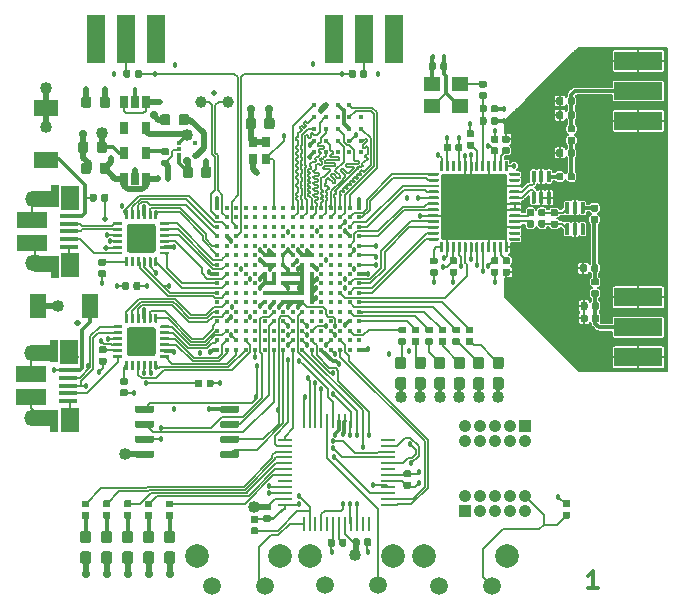
<source format=gtl>
G04 #@! TF.GenerationSoftware,KiCad,Pcbnew,5.1.5-52549c5~84~ubuntu18.04.1*
G04 #@! TF.CreationDate,2020-04-23T07:07:29+01:00*
G04 #@! TF.ProjectId,amalthea_rev0,616d616c-7468-4656-915f-726576302e6b,rev?*
G04 #@! TF.SameCoordinates,Original*
G04 #@! TF.FileFunction,Copper,L1,Top*
G04 #@! TF.FilePolarity,Positive*
%FSLAX46Y46*%
G04 Gerber Fmt 4.6, Leading zero omitted, Abs format (unit mm)*
G04 Created by KiCad (PCBNEW 5.1.5-52549c5~84~ubuntu18.04.1) date 2020-04-23 07:07:29*
%MOMM*%
%LPD*%
G04 APERTURE LIST*
%ADD10C,0.300000*%
%ADD11C,1.000000*%
%ADD12R,0.450000X0.300000*%
%ADD13C,0.100000*%
%ADD14C,0.762000*%
%ADD15R,4.064000X1.524000*%
%ADD16R,1.400000X1.200000*%
%ADD17C,0.400000*%
%ADD18C,0.410000*%
%ADD19R,0.650000X1.060000*%
%ADD20R,2.500000X1.430000*%
%ADD21O,1.700000X1.350000*%
%ADD22O,1.500000X1.100000*%
%ADD23R,1.650000X0.400000*%
%ADD24R,1.500000X2.000000*%
%ADD25R,0.700000X1.825000*%
%ADD26R,2.000000X1.350000*%
%ADD27R,1.300000X0.250000*%
%ADD28R,0.250000X1.300000*%
%ADD29R,2.100000X1.400000*%
%ADD30R,1.400000X2.100000*%
%ADD31R,1.066800X1.066800*%
%ADD32C,1.066800*%
%ADD33R,1.524000X4.064000*%
%ADD34C,1.500000*%
%ADD35C,2.000000*%
%ADD36R,0.800000X0.900000*%
%ADD37C,0.457200*%
%ADD38C,1.016000*%
%ADD39C,0.711200*%
%ADD40C,0.508000*%
%ADD41C,0.304800*%
%ADD42C,0.508000*%
%ADD43C,0.127000*%
%ADD44C,0.203200*%
%ADD45C,0.152400*%
%ADD46C,0.332000*%
%ADD47C,0.150000*%
G04 APERTURE END LIST*
D10*
X141525571Y-115105571D02*
X140668428Y-115105571D01*
X141097000Y-115105571D02*
X141097000Y-113605571D01*
X140954142Y-113819857D01*
X140811285Y-113962714D01*
X140668428Y-114034142D01*
D11*
X110200000Y-73900000D03*
X107900000Y-73950000D03*
D12*
X107450000Y-78450000D03*
X106050000Y-77950000D03*
X107450000Y-77450000D03*
X106050000Y-78450000D03*
X106050000Y-77450000D03*
G04 #@! TA.AperFunction,SMDPad,CuDef*
D13*
G36*
X137496076Y-81550421D02*
G01*
X137504570Y-81551681D01*
X137512900Y-81553768D01*
X137520985Y-81556661D01*
X137528747Y-81560332D01*
X137536112Y-81564746D01*
X137543009Y-81569862D01*
X137549372Y-81575628D01*
X137555138Y-81581991D01*
X137560254Y-81588888D01*
X137564668Y-81596253D01*
X137568339Y-81604015D01*
X137571232Y-81612100D01*
X137573319Y-81620430D01*
X137574579Y-81628924D01*
X137575000Y-81637500D01*
X137575000Y-82462500D01*
X137574579Y-82471076D01*
X137573319Y-82479570D01*
X137571232Y-82487900D01*
X137568339Y-82495985D01*
X137564668Y-82503747D01*
X137560254Y-82511112D01*
X137555138Y-82518009D01*
X137549372Y-82524372D01*
X137543009Y-82530138D01*
X137536112Y-82535254D01*
X137528747Y-82539668D01*
X137520985Y-82543339D01*
X137512900Y-82546232D01*
X137504570Y-82548319D01*
X137496076Y-82549579D01*
X137487500Y-82550000D01*
X137312500Y-82550000D01*
X137303924Y-82549579D01*
X137295430Y-82548319D01*
X137287100Y-82546232D01*
X137279015Y-82543339D01*
X137271253Y-82539668D01*
X137263888Y-82535254D01*
X137256991Y-82530138D01*
X137250628Y-82524372D01*
X137244862Y-82518009D01*
X137239746Y-82511112D01*
X137235332Y-82503747D01*
X137231661Y-82495985D01*
X137228768Y-82487900D01*
X137226681Y-82479570D01*
X137225421Y-82471076D01*
X137225000Y-82462500D01*
X137225000Y-81637500D01*
X137225421Y-81628924D01*
X137226681Y-81620430D01*
X137228768Y-81612100D01*
X137231661Y-81604015D01*
X137235332Y-81596253D01*
X137239746Y-81588888D01*
X137244862Y-81581991D01*
X137250628Y-81575628D01*
X137256991Y-81569862D01*
X137263888Y-81564746D01*
X137271253Y-81560332D01*
X137279015Y-81556661D01*
X137287100Y-81553768D01*
X137295430Y-81551681D01*
X137303924Y-81550421D01*
X137312500Y-81550000D01*
X137487500Y-81550000D01*
X137496076Y-81550421D01*
G37*
G04 #@! TD.AperFunction*
G04 #@! TA.AperFunction,SMDPad,CuDef*
G36*
X136846076Y-81550421D02*
G01*
X136854570Y-81551681D01*
X136862900Y-81553768D01*
X136870985Y-81556661D01*
X136878747Y-81560332D01*
X136886112Y-81564746D01*
X136893009Y-81569862D01*
X136899372Y-81575628D01*
X136905138Y-81581991D01*
X136910254Y-81588888D01*
X136914668Y-81596253D01*
X136918339Y-81604015D01*
X136921232Y-81612100D01*
X136923319Y-81620430D01*
X136924579Y-81628924D01*
X136925000Y-81637500D01*
X136925000Y-82462500D01*
X136924579Y-82471076D01*
X136923319Y-82479570D01*
X136921232Y-82487900D01*
X136918339Y-82495985D01*
X136914668Y-82503747D01*
X136910254Y-82511112D01*
X136905138Y-82518009D01*
X136899372Y-82524372D01*
X136893009Y-82530138D01*
X136886112Y-82535254D01*
X136878747Y-82539668D01*
X136870985Y-82543339D01*
X136862900Y-82546232D01*
X136854570Y-82548319D01*
X136846076Y-82549579D01*
X136837500Y-82550000D01*
X136662500Y-82550000D01*
X136653924Y-82549579D01*
X136645430Y-82548319D01*
X136637100Y-82546232D01*
X136629015Y-82543339D01*
X136621253Y-82539668D01*
X136613888Y-82535254D01*
X136606991Y-82530138D01*
X136600628Y-82524372D01*
X136594862Y-82518009D01*
X136589746Y-82511112D01*
X136585332Y-82503747D01*
X136581661Y-82495985D01*
X136578768Y-82487900D01*
X136576681Y-82479570D01*
X136575421Y-82471076D01*
X136575000Y-82462500D01*
X136575000Y-81637500D01*
X136575421Y-81628924D01*
X136576681Y-81620430D01*
X136578768Y-81612100D01*
X136581661Y-81604015D01*
X136585332Y-81596253D01*
X136589746Y-81588888D01*
X136594862Y-81581991D01*
X136600628Y-81575628D01*
X136606991Y-81569862D01*
X136613888Y-81564746D01*
X136621253Y-81560332D01*
X136629015Y-81556661D01*
X136637100Y-81553768D01*
X136645430Y-81551681D01*
X136653924Y-81550421D01*
X136662500Y-81550000D01*
X136837500Y-81550000D01*
X136846076Y-81550421D01*
G37*
G04 #@! TD.AperFunction*
G04 #@! TA.AperFunction,SMDPad,CuDef*
G36*
X136196076Y-81550421D02*
G01*
X136204570Y-81551681D01*
X136212900Y-81553768D01*
X136220985Y-81556661D01*
X136228747Y-81560332D01*
X136236112Y-81564746D01*
X136243009Y-81569862D01*
X136249372Y-81575628D01*
X136255138Y-81581991D01*
X136260254Y-81588888D01*
X136264668Y-81596253D01*
X136268339Y-81604015D01*
X136271232Y-81612100D01*
X136273319Y-81620430D01*
X136274579Y-81628924D01*
X136275000Y-81637500D01*
X136275000Y-82462500D01*
X136274579Y-82471076D01*
X136273319Y-82479570D01*
X136271232Y-82487900D01*
X136268339Y-82495985D01*
X136264668Y-82503747D01*
X136260254Y-82511112D01*
X136255138Y-82518009D01*
X136249372Y-82524372D01*
X136243009Y-82530138D01*
X136236112Y-82535254D01*
X136228747Y-82539668D01*
X136220985Y-82543339D01*
X136212900Y-82546232D01*
X136204570Y-82548319D01*
X136196076Y-82549579D01*
X136187500Y-82550000D01*
X136012500Y-82550000D01*
X136003924Y-82549579D01*
X135995430Y-82548319D01*
X135987100Y-82546232D01*
X135979015Y-82543339D01*
X135971253Y-82539668D01*
X135963888Y-82535254D01*
X135956991Y-82530138D01*
X135950628Y-82524372D01*
X135944862Y-82518009D01*
X135939746Y-82511112D01*
X135935332Y-82503747D01*
X135931661Y-82495985D01*
X135928768Y-82487900D01*
X135926681Y-82479570D01*
X135925421Y-82471076D01*
X135925000Y-82462500D01*
X135925000Y-81637500D01*
X135925421Y-81628924D01*
X135926681Y-81620430D01*
X135928768Y-81612100D01*
X135931661Y-81604015D01*
X135935332Y-81596253D01*
X135939746Y-81588888D01*
X135944862Y-81581991D01*
X135950628Y-81575628D01*
X135956991Y-81569862D01*
X135963888Y-81564746D01*
X135971253Y-81560332D01*
X135979015Y-81556661D01*
X135987100Y-81553768D01*
X135995430Y-81551681D01*
X136003924Y-81550421D01*
X136012500Y-81550000D01*
X136187500Y-81550000D01*
X136196076Y-81550421D01*
G37*
G04 #@! TD.AperFunction*
G04 #@! TA.AperFunction,SMDPad,CuDef*
G36*
X136196076Y-79750421D02*
G01*
X136204570Y-79751681D01*
X136212900Y-79753768D01*
X136220985Y-79756661D01*
X136228747Y-79760332D01*
X136236112Y-79764746D01*
X136243009Y-79769862D01*
X136249372Y-79775628D01*
X136255138Y-79781991D01*
X136260254Y-79788888D01*
X136264668Y-79796253D01*
X136268339Y-79804015D01*
X136271232Y-79812100D01*
X136273319Y-79820430D01*
X136274579Y-79828924D01*
X136275000Y-79837500D01*
X136275000Y-80662500D01*
X136274579Y-80671076D01*
X136273319Y-80679570D01*
X136271232Y-80687900D01*
X136268339Y-80695985D01*
X136264668Y-80703747D01*
X136260254Y-80711112D01*
X136255138Y-80718009D01*
X136249372Y-80724372D01*
X136243009Y-80730138D01*
X136236112Y-80735254D01*
X136228747Y-80739668D01*
X136220985Y-80743339D01*
X136212900Y-80746232D01*
X136204570Y-80748319D01*
X136196076Y-80749579D01*
X136187500Y-80750000D01*
X136012500Y-80750000D01*
X136003924Y-80749579D01*
X135995430Y-80748319D01*
X135987100Y-80746232D01*
X135979015Y-80743339D01*
X135971253Y-80739668D01*
X135963888Y-80735254D01*
X135956991Y-80730138D01*
X135950628Y-80724372D01*
X135944862Y-80718009D01*
X135939746Y-80711112D01*
X135935332Y-80703747D01*
X135931661Y-80695985D01*
X135928768Y-80687900D01*
X135926681Y-80679570D01*
X135925421Y-80671076D01*
X135925000Y-80662500D01*
X135925000Y-79837500D01*
X135925421Y-79828924D01*
X135926681Y-79820430D01*
X135928768Y-79812100D01*
X135931661Y-79804015D01*
X135935332Y-79796253D01*
X135939746Y-79788888D01*
X135944862Y-79781991D01*
X135950628Y-79775628D01*
X135956991Y-79769862D01*
X135963888Y-79764746D01*
X135971253Y-79760332D01*
X135979015Y-79756661D01*
X135987100Y-79753768D01*
X135995430Y-79751681D01*
X136003924Y-79750421D01*
X136012500Y-79750000D01*
X136187500Y-79750000D01*
X136196076Y-79750421D01*
G37*
G04 #@! TD.AperFunction*
G04 #@! TA.AperFunction,SMDPad,CuDef*
G36*
X136846076Y-79750421D02*
G01*
X136854570Y-79751681D01*
X136862900Y-79753768D01*
X136870985Y-79756661D01*
X136878747Y-79760332D01*
X136886112Y-79764746D01*
X136893009Y-79769862D01*
X136899372Y-79775628D01*
X136905138Y-79781991D01*
X136910254Y-79788888D01*
X136914668Y-79796253D01*
X136918339Y-79804015D01*
X136921232Y-79812100D01*
X136923319Y-79820430D01*
X136924579Y-79828924D01*
X136925000Y-79837500D01*
X136925000Y-80662500D01*
X136924579Y-80671076D01*
X136923319Y-80679570D01*
X136921232Y-80687900D01*
X136918339Y-80695985D01*
X136914668Y-80703747D01*
X136910254Y-80711112D01*
X136905138Y-80718009D01*
X136899372Y-80724372D01*
X136893009Y-80730138D01*
X136886112Y-80735254D01*
X136878747Y-80739668D01*
X136870985Y-80743339D01*
X136862900Y-80746232D01*
X136854570Y-80748319D01*
X136846076Y-80749579D01*
X136837500Y-80750000D01*
X136662500Y-80750000D01*
X136653924Y-80749579D01*
X136645430Y-80748319D01*
X136637100Y-80746232D01*
X136629015Y-80743339D01*
X136621253Y-80739668D01*
X136613888Y-80735254D01*
X136606991Y-80730138D01*
X136600628Y-80724372D01*
X136594862Y-80718009D01*
X136589746Y-80711112D01*
X136585332Y-80703747D01*
X136581661Y-80695985D01*
X136578768Y-80687900D01*
X136576681Y-80679570D01*
X136575421Y-80671076D01*
X136575000Y-80662500D01*
X136575000Y-79837500D01*
X136575421Y-79828924D01*
X136576681Y-79820430D01*
X136578768Y-79812100D01*
X136581661Y-79804015D01*
X136585332Y-79796253D01*
X136589746Y-79788888D01*
X136594862Y-79781991D01*
X136600628Y-79775628D01*
X136606991Y-79769862D01*
X136613888Y-79764746D01*
X136621253Y-79760332D01*
X136629015Y-79756661D01*
X136637100Y-79753768D01*
X136645430Y-79751681D01*
X136653924Y-79750421D01*
X136662500Y-79750000D01*
X136837500Y-79750000D01*
X136846076Y-79750421D01*
G37*
G04 #@! TD.AperFunction*
G04 #@! TA.AperFunction,SMDPad,CuDef*
G36*
X137496076Y-79750421D02*
G01*
X137504570Y-79751681D01*
X137512900Y-79753768D01*
X137520985Y-79756661D01*
X137528747Y-79760332D01*
X137536112Y-79764746D01*
X137543009Y-79769862D01*
X137549372Y-79775628D01*
X137555138Y-79781991D01*
X137560254Y-79788888D01*
X137564668Y-79796253D01*
X137568339Y-79804015D01*
X137571232Y-79812100D01*
X137573319Y-79820430D01*
X137574579Y-79828924D01*
X137575000Y-79837500D01*
X137575000Y-80662500D01*
X137574579Y-80671076D01*
X137573319Y-80679570D01*
X137571232Y-80687900D01*
X137568339Y-80695985D01*
X137564668Y-80703747D01*
X137560254Y-80711112D01*
X137555138Y-80718009D01*
X137549372Y-80724372D01*
X137543009Y-80730138D01*
X137536112Y-80735254D01*
X137528747Y-80739668D01*
X137520985Y-80743339D01*
X137512900Y-80746232D01*
X137504570Y-80748319D01*
X137496076Y-80749579D01*
X137487500Y-80750000D01*
X137312500Y-80750000D01*
X137303924Y-80749579D01*
X137295430Y-80748319D01*
X137287100Y-80746232D01*
X137279015Y-80743339D01*
X137271253Y-80739668D01*
X137263888Y-80735254D01*
X137256991Y-80730138D01*
X137250628Y-80724372D01*
X137244862Y-80718009D01*
X137239746Y-80711112D01*
X137235332Y-80703747D01*
X137231661Y-80695985D01*
X137228768Y-80687900D01*
X137226681Y-80679570D01*
X137225421Y-80671076D01*
X137225000Y-80662500D01*
X137225000Y-79837500D01*
X137225421Y-79828924D01*
X137226681Y-79820430D01*
X137228768Y-79812100D01*
X137231661Y-79804015D01*
X137235332Y-79796253D01*
X137239746Y-79788888D01*
X137244862Y-79781991D01*
X137250628Y-79775628D01*
X137256991Y-79769862D01*
X137263888Y-79764746D01*
X137271253Y-79760332D01*
X137279015Y-79756661D01*
X137287100Y-79753768D01*
X137295430Y-79751681D01*
X137303924Y-79750421D01*
X137312500Y-79750000D01*
X137487500Y-79750000D01*
X137496076Y-79750421D01*
G37*
G04 #@! TD.AperFunction*
G04 #@! TA.AperFunction,SMDPad,CuDef*
G36*
X140346076Y-84200421D02*
G01*
X140354570Y-84201681D01*
X140362900Y-84203768D01*
X140370985Y-84206661D01*
X140378747Y-84210332D01*
X140386112Y-84214746D01*
X140393009Y-84219862D01*
X140399372Y-84225628D01*
X140405138Y-84231991D01*
X140410254Y-84238888D01*
X140414668Y-84246253D01*
X140418339Y-84254015D01*
X140421232Y-84262100D01*
X140423319Y-84270430D01*
X140424579Y-84278924D01*
X140425000Y-84287500D01*
X140425000Y-85112500D01*
X140424579Y-85121076D01*
X140423319Y-85129570D01*
X140421232Y-85137900D01*
X140418339Y-85145985D01*
X140414668Y-85153747D01*
X140410254Y-85161112D01*
X140405138Y-85168009D01*
X140399372Y-85174372D01*
X140393009Y-85180138D01*
X140386112Y-85185254D01*
X140378747Y-85189668D01*
X140370985Y-85193339D01*
X140362900Y-85196232D01*
X140354570Y-85198319D01*
X140346076Y-85199579D01*
X140337500Y-85200000D01*
X140162500Y-85200000D01*
X140153924Y-85199579D01*
X140145430Y-85198319D01*
X140137100Y-85196232D01*
X140129015Y-85193339D01*
X140121253Y-85189668D01*
X140113888Y-85185254D01*
X140106991Y-85180138D01*
X140100628Y-85174372D01*
X140094862Y-85168009D01*
X140089746Y-85161112D01*
X140085332Y-85153747D01*
X140081661Y-85145985D01*
X140078768Y-85137900D01*
X140076681Y-85129570D01*
X140075421Y-85121076D01*
X140075000Y-85112500D01*
X140075000Y-84287500D01*
X140075421Y-84278924D01*
X140076681Y-84270430D01*
X140078768Y-84262100D01*
X140081661Y-84254015D01*
X140085332Y-84246253D01*
X140089746Y-84238888D01*
X140094862Y-84231991D01*
X140100628Y-84225628D01*
X140106991Y-84219862D01*
X140113888Y-84214746D01*
X140121253Y-84210332D01*
X140129015Y-84206661D01*
X140137100Y-84203768D01*
X140145430Y-84201681D01*
X140153924Y-84200421D01*
X140162500Y-84200000D01*
X140337500Y-84200000D01*
X140346076Y-84200421D01*
G37*
G04 #@! TD.AperFunction*
G04 #@! TA.AperFunction,SMDPad,CuDef*
G36*
X139696076Y-84200421D02*
G01*
X139704570Y-84201681D01*
X139712900Y-84203768D01*
X139720985Y-84206661D01*
X139728747Y-84210332D01*
X139736112Y-84214746D01*
X139743009Y-84219862D01*
X139749372Y-84225628D01*
X139755138Y-84231991D01*
X139760254Y-84238888D01*
X139764668Y-84246253D01*
X139768339Y-84254015D01*
X139771232Y-84262100D01*
X139773319Y-84270430D01*
X139774579Y-84278924D01*
X139775000Y-84287500D01*
X139775000Y-85112500D01*
X139774579Y-85121076D01*
X139773319Y-85129570D01*
X139771232Y-85137900D01*
X139768339Y-85145985D01*
X139764668Y-85153747D01*
X139760254Y-85161112D01*
X139755138Y-85168009D01*
X139749372Y-85174372D01*
X139743009Y-85180138D01*
X139736112Y-85185254D01*
X139728747Y-85189668D01*
X139720985Y-85193339D01*
X139712900Y-85196232D01*
X139704570Y-85198319D01*
X139696076Y-85199579D01*
X139687500Y-85200000D01*
X139512500Y-85200000D01*
X139503924Y-85199579D01*
X139495430Y-85198319D01*
X139487100Y-85196232D01*
X139479015Y-85193339D01*
X139471253Y-85189668D01*
X139463888Y-85185254D01*
X139456991Y-85180138D01*
X139450628Y-85174372D01*
X139444862Y-85168009D01*
X139439746Y-85161112D01*
X139435332Y-85153747D01*
X139431661Y-85145985D01*
X139428768Y-85137900D01*
X139426681Y-85129570D01*
X139425421Y-85121076D01*
X139425000Y-85112500D01*
X139425000Y-84287500D01*
X139425421Y-84278924D01*
X139426681Y-84270430D01*
X139428768Y-84262100D01*
X139431661Y-84254015D01*
X139435332Y-84246253D01*
X139439746Y-84238888D01*
X139444862Y-84231991D01*
X139450628Y-84225628D01*
X139456991Y-84219862D01*
X139463888Y-84214746D01*
X139471253Y-84210332D01*
X139479015Y-84206661D01*
X139487100Y-84203768D01*
X139495430Y-84201681D01*
X139503924Y-84200421D01*
X139512500Y-84200000D01*
X139687500Y-84200000D01*
X139696076Y-84200421D01*
G37*
G04 #@! TD.AperFunction*
G04 #@! TA.AperFunction,SMDPad,CuDef*
G36*
X139046076Y-84200421D02*
G01*
X139054570Y-84201681D01*
X139062900Y-84203768D01*
X139070985Y-84206661D01*
X139078747Y-84210332D01*
X139086112Y-84214746D01*
X139093009Y-84219862D01*
X139099372Y-84225628D01*
X139105138Y-84231991D01*
X139110254Y-84238888D01*
X139114668Y-84246253D01*
X139118339Y-84254015D01*
X139121232Y-84262100D01*
X139123319Y-84270430D01*
X139124579Y-84278924D01*
X139125000Y-84287500D01*
X139125000Y-85112500D01*
X139124579Y-85121076D01*
X139123319Y-85129570D01*
X139121232Y-85137900D01*
X139118339Y-85145985D01*
X139114668Y-85153747D01*
X139110254Y-85161112D01*
X139105138Y-85168009D01*
X139099372Y-85174372D01*
X139093009Y-85180138D01*
X139086112Y-85185254D01*
X139078747Y-85189668D01*
X139070985Y-85193339D01*
X139062900Y-85196232D01*
X139054570Y-85198319D01*
X139046076Y-85199579D01*
X139037500Y-85200000D01*
X138862500Y-85200000D01*
X138853924Y-85199579D01*
X138845430Y-85198319D01*
X138837100Y-85196232D01*
X138829015Y-85193339D01*
X138821253Y-85189668D01*
X138813888Y-85185254D01*
X138806991Y-85180138D01*
X138800628Y-85174372D01*
X138794862Y-85168009D01*
X138789746Y-85161112D01*
X138785332Y-85153747D01*
X138781661Y-85145985D01*
X138778768Y-85137900D01*
X138776681Y-85129570D01*
X138775421Y-85121076D01*
X138775000Y-85112500D01*
X138775000Y-84287500D01*
X138775421Y-84278924D01*
X138776681Y-84270430D01*
X138778768Y-84262100D01*
X138781661Y-84254015D01*
X138785332Y-84246253D01*
X138789746Y-84238888D01*
X138794862Y-84231991D01*
X138800628Y-84225628D01*
X138806991Y-84219862D01*
X138813888Y-84214746D01*
X138821253Y-84210332D01*
X138829015Y-84206661D01*
X138837100Y-84203768D01*
X138845430Y-84201681D01*
X138853924Y-84200421D01*
X138862500Y-84200000D01*
X139037500Y-84200000D01*
X139046076Y-84200421D01*
G37*
G04 #@! TD.AperFunction*
G04 #@! TA.AperFunction,SMDPad,CuDef*
G36*
X139046076Y-82400421D02*
G01*
X139054570Y-82401681D01*
X139062900Y-82403768D01*
X139070985Y-82406661D01*
X139078747Y-82410332D01*
X139086112Y-82414746D01*
X139093009Y-82419862D01*
X139099372Y-82425628D01*
X139105138Y-82431991D01*
X139110254Y-82438888D01*
X139114668Y-82446253D01*
X139118339Y-82454015D01*
X139121232Y-82462100D01*
X139123319Y-82470430D01*
X139124579Y-82478924D01*
X139125000Y-82487500D01*
X139125000Y-83312500D01*
X139124579Y-83321076D01*
X139123319Y-83329570D01*
X139121232Y-83337900D01*
X139118339Y-83345985D01*
X139114668Y-83353747D01*
X139110254Y-83361112D01*
X139105138Y-83368009D01*
X139099372Y-83374372D01*
X139093009Y-83380138D01*
X139086112Y-83385254D01*
X139078747Y-83389668D01*
X139070985Y-83393339D01*
X139062900Y-83396232D01*
X139054570Y-83398319D01*
X139046076Y-83399579D01*
X139037500Y-83400000D01*
X138862500Y-83400000D01*
X138853924Y-83399579D01*
X138845430Y-83398319D01*
X138837100Y-83396232D01*
X138829015Y-83393339D01*
X138821253Y-83389668D01*
X138813888Y-83385254D01*
X138806991Y-83380138D01*
X138800628Y-83374372D01*
X138794862Y-83368009D01*
X138789746Y-83361112D01*
X138785332Y-83353747D01*
X138781661Y-83345985D01*
X138778768Y-83337900D01*
X138776681Y-83329570D01*
X138775421Y-83321076D01*
X138775000Y-83312500D01*
X138775000Y-82487500D01*
X138775421Y-82478924D01*
X138776681Y-82470430D01*
X138778768Y-82462100D01*
X138781661Y-82454015D01*
X138785332Y-82446253D01*
X138789746Y-82438888D01*
X138794862Y-82431991D01*
X138800628Y-82425628D01*
X138806991Y-82419862D01*
X138813888Y-82414746D01*
X138821253Y-82410332D01*
X138829015Y-82406661D01*
X138837100Y-82403768D01*
X138845430Y-82401681D01*
X138853924Y-82400421D01*
X138862500Y-82400000D01*
X139037500Y-82400000D01*
X139046076Y-82400421D01*
G37*
G04 #@! TD.AperFunction*
G04 #@! TA.AperFunction,SMDPad,CuDef*
G36*
X139696076Y-82400421D02*
G01*
X139704570Y-82401681D01*
X139712900Y-82403768D01*
X139720985Y-82406661D01*
X139728747Y-82410332D01*
X139736112Y-82414746D01*
X139743009Y-82419862D01*
X139749372Y-82425628D01*
X139755138Y-82431991D01*
X139760254Y-82438888D01*
X139764668Y-82446253D01*
X139768339Y-82454015D01*
X139771232Y-82462100D01*
X139773319Y-82470430D01*
X139774579Y-82478924D01*
X139775000Y-82487500D01*
X139775000Y-83312500D01*
X139774579Y-83321076D01*
X139773319Y-83329570D01*
X139771232Y-83337900D01*
X139768339Y-83345985D01*
X139764668Y-83353747D01*
X139760254Y-83361112D01*
X139755138Y-83368009D01*
X139749372Y-83374372D01*
X139743009Y-83380138D01*
X139736112Y-83385254D01*
X139728747Y-83389668D01*
X139720985Y-83393339D01*
X139712900Y-83396232D01*
X139704570Y-83398319D01*
X139696076Y-83399579D01*
X139687500Y-83400000D01*
X139512500Y-83400000D01*
X139503924Y-83399579D01*
X139495430Y-83398319D01*
X139487100Y-83396232D01*
X139479015Y-83393339D01*
X139471253Y-83389668D01*
X139463888Y-83385254D01*
X139456991Y-83380138D01*
X139450628Y-83374372D01*
X139444862Y-83368009D01*
X139439746Y-83361112D01*
X139435332Y-83353747D01*
X139431661Y-83345985D01*
X139428768Y-83337900D01*
X139426681Y-83329570D01*
X139425421Y-83321076D01*
X139425000Y-83312500D01*
X139425000Y-82487500D01*
X139425421Y-82478924D01*
X139426681Y-82470430D01*
X139428768Y-82462100D01*
X139431661Y-82454015D01*
X139435332Y-82446253D01*
X139439746Y-82438888D01*
X139444862Y-82431991D01*
X139450628Y-82425628D01*
X139456991Y-82419862D01*
X139463888Y-82414746D01*
X139471253Y-82410332D01*
X139479015Y-82406661D01*
X139487100Y-82403768D01*
X139495430Y-82401681D01*
X139503924Y-82400421D01*
X139512500Y-82400000D01*
X139687500Y-82400000D01*
X139696076Y-82400421D01*
G37*
G04 #@! TD.AperFunction*
G04 #@! TA.AperFunction,SMDPad,CuDef*
G36*
X140346076Y-82400421D02*
G01*
X140354570Y-82401681D01*
X140362900Y-82403768D01*
X140370985Y-82406661D01*
X140378747Y-82410332D01*
X140386112Y-82414746D01*
X140393009Y-82419862D01*
X140399372Y-82425628D01*
X140405138Y-82431991D01*
X140410254Y-82438888D01*
X140414668Y-82446253D01*
X140418339Y-82454015D01*
X140421232Y-82462100D01*
X140423319Y-82470430D01*
X140424579Y-82478924D01*
X140425000Y-82487500D01*
X140425000Y-83312500D01*
X140424579Y-83321076D01*
X140423319Y-83329570D01*
X140421232Y-83337900D01*
X140418339Y-83345985D01*
X140414668Y-83353747D01*
X140410254Y-83361112D01*
X140405138Y-83368009D01*
X140399372Y-83374372D01*
X140393009Y-83380138D01*
X140386112Y-83385254D01*
X140378747Y-83389668D01*
X140370985Y-83393339D01*
X140362900Y-83396232D01*
X140354570Y-83398319D01*
X140346076Y-83399579D01*
X140337500Y-83400000D01*
X140162500Y-83400000D01*
X140153924Y-83399579D01*
X140145430Y-83398319D01*
X140137100Y-83396232D01*
X140129015Y-83393339D01*
X140121253Y-83389668D01*
X140113888Y-83385254D01*
X140106991Y-83380138D01*
X140100628Y-83374372D01*
X140094862Y-83368009D01*
X140089746Y-83361112D01*
X140085332Y-83353747D01*
X140081661Y-83345985D01*
X140078768Y-83337900D01*
X140076681Y-83329570D01*
X140075421Y-83321076D01*
X140075000Y-83312500D01*
X140075000Y-82487500D01*
X140075421Y-82478924D01*
X140076681Y-82470430D01*
X140078768Y-82462100D01*
X140081661Y-82454015D01*
X140085332Y-82446253D01*
X140089746Y-82438888D01*
X140094862Y-82431991D01*
X140100628Y-82425628D01*
X140106991Y-82419862D01*
X140113888Y-82414746D01*
X140121253Y-82410332D01*
X140129015Y-82406661D01*
X140137100Y-82403768D01*
X140145430Y-82401681D01*
X140153924Y-82400421D01*
X140162500Y-82400000D01*
X140337500Y-82400000D01*
X140346076Y-82400421D01*
G37*
G04 #@! TD.AperFunction*
G04 #@! TA.AperFunction,SMDPad,CuDef*
G36*
X120891958Y-71230710D02*
G01*
X120906276Y-71232834D01*
X120920317Y-71236351D01*
X120933946Y-71241228D01*
X120947031Y-71247417D01*
X120959447Y-71254858D01*
X120971073Y-71263481D01*
X120981798Y-71273202D01*
X120991519Y-71283927D01*
X121000142Y-71295553D01*
X121007583Y-71307969D01*
X121013772Y-71321054D01*
X121018649Y-71334683D01*
X121022166Y-71348724D01*
X121024290Y-71363042D01*
X121025000Y-71377500D01*
X121025000Y-71722500D01*
X121024290Y-71736958D01*
X121022166Y-71751276D01*
X121018649Y-71765317D01*
X121013772Y-71778946D01*
X121007583Y-71792031D01*
X121000142Y-71804447D01*
X120991519Y-71816073D01*
X120981798Y-71826798D01*
X120971073Y-71836519D01*
X120959447Y-71845142D01*
X120947031Y-71852583D01*
X120933946Y-71858772D01*
X120920317Y-71863649D01*
X120906276Y-71867166D01*
X120891958Y-71869290D01*
X120877500Y-71870000D01*
X120582500Y-71870000D01*
X120568042Y-71869290D01*
X120553724Y-71867166D01*
X120539683Y-71863649D01*
X120526054Y-71858772D01*
X120512969Y-71852583D01*
X120500553Y-71845142D01*
X120488927Y-71836519D01*
X120478202Y-71826798D01*
X120468481Y-71816073D01*
X120459858Y-71804447D01*
X120452417Y-71792031D01*
X120446228Y-71778946D01*
X120441351Y-71765317D01*
X120437834Y-71751276D01*
X120435710Y-71736958D01*
X120435000Y-71722500D01*
X120435000Y-71377500D01*
X120435710Y-71363042D01*
X120437834Y-71348724D01*
X120441351Y-71334683D01*
X120446228Y-71321054D01*
X120452417Y-71307969D01*
X120459858Y-71295553D01*
X120468481Y-71283927D01*
X120478202Y-71273202D01*
X120488927Y-71263481D01*
X120500553Y-71254858D01*
X120512969Y-71247417D01*
X120526054Y-71241228D01*
X120539683Y-71236351D01*
X120553724Y-71232834D01*
X120568042Y-71230710D01*
X120582500Y-71230000D01*
X120877500Y-71230000D01*
X120891958Y-71230710D01*
G37*
G04 #@! TD.AperFunction*
G04 #@! TA.AperFunction,SMDPad,CuDef*
G36*
X121861958Y-71230710D02*
G01*
X121876276Y-71232834D01*
X121890317Y-71236351D01*
X121903946Y-71241228D01*
X121917031Y-71247417D01*
X121929447Y-71254858D01*
X121941073Y-71263481D01*
X121951798Y-71273202D01*
X121961519Y-71283927D01*
X121970142Y-71295553D01*
X121977583Y-71307969D01*
X121983772Y-71321054D01*
X121988649Y-71334683D01*
X121992166Y-71348724D01*
X121994290Y-71363042D01*
X121995000Y-71377500D01*
X121995000Y-71722500D01*
X121994290Y-71736958D01*
X121992166Y-71751276D01*
X121988649Y-71765317D01*
X121983772Y-71778946D01*
X121977583Y-71792031D01*
X121970142Y-71804447D01*
X121961519Y-71816073D01*
X121951798Y-71826798D01*
X121941073Y-71836519D01*
X121929447Y-71845142D01*
X121917031Y-71852583D01*
X121903946Y-71858772D01*
X121890317Y-71863649D01*
X121876276Y-71867166D01*
X121861958Y-71869290D01*
X121847500Y-71870000D01*
X121552500Y-71870000D01*
X121538042Y-71869290D01*
X121523724Y-71867166D01*
X121509683Y-71863649D01*
X121496054Y-71858772D01*
X121482969Y-71852583D01*
X121470553Y-71845142D01*
X121458927Y-71836519D01*
X121448202Y-71826798D01*
X121438481Y-71816073D01*
X121429858Y-71804447D01*
X121422417Y-71792031D01*
X121416228Y-71778946D01*
X121411351Y-71765317D01*
X121407834Y-71751276D01*
X121405710Y-71736958D01*
X121405000Y-71722500D01*
X121405000Y-71377500D01*
X121405710Y-71363042D01*
X121407834Y-71348724D01*
X121411351Y-71334683D01*
X121416228Y-71321054D01*
X121422417Y-71307969D01*
X121429858Y-71295553D01*
X121438481Y-71283927D01*
X121448202Y-71273202D01*
X121458927Y-71263481D01*
X121470553Y-71254858D01*
X121482969Y-71247417D01*
X121496054Y-71241228D01*
X121509683Y-71236351D01*
X121523724Y-71232834D01*
X121538042Y-71230710D01*
X121552500Y-71230000D01*
X121847500Y-71230000D01*
X121861958Y-71230710D01*
G37*
G04 #@! TD.AperFunction*
G04 #@! TA.AperFunction,SMDPad,CuDef*
G36*
X102796958Y-71230710D02*
G01*
X102811276Y-71232834D01*
X102825317Y-71236351D01*
X102838946Y-71241228D01*
X102852031Y-71247417D01*
X102864447Y-71254858D01*
X102876073Y-71263481D01*
X102886798Y-71273202D01*
X102896519Y-71283927D01*
X102905142Y-71295553D01*
X102912583Y-71307969D01*
X102918772Y-71321054D01*
X102923649Y-71334683D01*
X102927166Y-71348724D01*
X102929290Y-71363042D01*
X102930000Y-71377500D01*
X102930000Y-71722500D01*
X102929290Y-71736958D01*
X102927166Y-71751276D01*
X102923649Y-71765317D01*
X102918772Y-71778946D01*
X102912583Y-71792031D01*
X102905142Y-71804447D01*
X102896519Y-71816073D01*
X102886798Y-71826798D01*
X102876073Y-71836519D01*
X102864447Y-71845142D01*
X102852031Y-71852583D01*
X102838946Y-71858772D01*
X102825317Y-71863649D01*
X102811276Y-71867166D01*
X102796958Y-71869290D01*
X102782500Y-71870000D01*
X102487500Y-71870000D01*
X102473042Y-71869290D01*
X102458724Y-71867166D01*
X102444683Y-71863649D01*
X102431054Y-71858772D01*
X102417969Y-71852583D01*
X102405553Y-71845142D01*
X102393927Y-71836519D01*
X102383202Y-71826798D01*
X102373481Y-71816073D01*
X102364858Y-71804447D01*
X102357417Y-71792031D01*
X102351228Y-71778946D01*
X102346351Y-71765317D01*
X102342834Y-71751276D01*
X102340710Y-71736958D01*
X102340000Y-71722500D01*
X102340000Y-71377500D01*
X102340710Y-71363042D01*
X102342834Y-71348724D01*
X102346351Y-71334683D01*
X102351228Y-71321054D01*
X102357417Y-71307969D01*
X102364858Y-71295553D01*
X102373481Y-71283927D01*
X102383202Y-71273202D01*
X102393927Y-71263481D01*
X102405553Y-71254858D01*
X102417969Y-71247417D01*
X102431054Y-71241228D01*
X102444683Y-71236351D01*
X102458724Y-71232834D01*
X102473042Y-71230710D01*
X102487500Y-71230000D01*
X102782500Y-71230000D01*
X102796958Y-71230710D01*
G37*
G04 #@! TD.AperFunction*
G04 #@! TA.AperFunction,SMDPad,CuDef*
G36*
X101826958Y-71230710D02*
G01*
X101841276Y-71232834D01*
X101855317Y-71236351D01*
X101868946Y-71241228D01*
X101882031Y-71247417D01*
X101894447Y-71254858D01*
X101906073Y-71263481D01*
X101916798Y-71273202D01*
X101926519Y-71283927D01*
X101935142Y-71295553D01*
X101942583Y-71307969D01*
X101948772Y-71321054D01*
X101953649Y-71334683D01*
X101957166Y-71348724D01*
X101959290Y-71363042D01*
X101960000Y-71377500D01*
X101960000Y-71722500D01*
X101959290Y-71736958D01*
X101957166Y-71751276D01*
X101953649Y-71765317D01*
X101948772Y-71778946D01*
X101942583Y-71792031D01*
X101935142Y-71804447D01*
X101926519Y-71816073D01*
X101916798Y-71826798D01*
X101906073Y-71836519D01*
X101894447Y-71845142D01*
X101882031Y-71852583D01*
X101868946Y-71858772D01*
X101855317Y-71863649D01*
X101841276Y-71867166D01*
X101826958Y-71869290D01*
X101812500Y-71870000D01*
X101517500Y-71870000D01*
X101503042Y-71869290D01*
X101488724Y-71867166D01*
X101474683Y-71863649D01*
X101461054Y-71858772D01*
X101447969Y-71852583D01*
X101435553Y-71845142D01*
X101423927Y-71836519D01*
X101413202Y-71826798D01*
X101403481Y-71816073D01*
X101394858Y-71804447D01*
X101387417Y-71792031D01*
X101381228Y-71778946D01*
X101376351Y-71765317D01*
X101372834Y-71751276D01*
X101370710Y-71736958D01*
X101370000Y-71722500D01*
X101370000Y-71377500D01*
X101370710Y-71363042D01*
X101372834Y-71348724D01*
X101376351Y-71334683D01*
X101381228Y-71321054D01*
X101387417Y-71307969D01*
X101394858Y-71295553D01*
X101403481Y-71283927D01*
X101413202Y-71273202D01*
X101423927Y-71263481D01*
X101435553Y-71254858D01*
X101447969Y-71247417D01*
X101461054Y-71241228D01*
X101474683Y-71236351D01*
X101488724Y-71232834D01*
X101503042Y-71230710D01*
X101517500Y-71230000D01*
X101812500Y-71230000D01*
X101826958Y-71230710D01*
G37*
G04 #@! TD.AperFunction*
D14*
X143400000Y-90100000D03*
X144400000Y-90100000D03*
X145400000Y-90100000D03*
X145400000Y-90800000D03*
X144400000Y-90800000D03*
X143400000Y-90800000D03*
X144400000Y-95900000D03*
X145400000Y-95900000D03*
X145400000Y-95200000D03*
X144400000Y-95200000D03*
X143400000Y-95900000D03*
X143400000Y-95200000D03*
D15*
X144968000Y-90460000D03*
X144968000Y-95540000D03*
X144968000Y-93000000D03*
D14*
X143400000Y-70100000D03*
X144400000Y-70100000D03*
X145400000Y-70100000D03*
X145400000Y-70800000D03*
X144400000Y-70800000D03*
X143400000Y-70800000D03*
X144400000Y-75900000D03*
X145400000Y-75900000D03*
X145400000Y-75200000D03*
X144400000Y-75200000D03*
X143400000Y-75900000D03*
X143400000Y-75200000D03*
D15*
X144968000Y-70460000D03*
X144968000Y-75540000D03*
X144968000Y-73000000D03*
G04 #@! TA.AperFunction,SMDPad,CuDef*
D13*
G36*
X130936958Y-76320710D02*
G01*
X130951276Y-76322834D01*
X130965317Y-76326351D01*
X130978946Y-76331228D01*
X130992031Y-76337417D01*
X131004447Y-76344858D01*
X131016073Y-76353481D01*
X131026798Y-76363202D01*
X131036519Y-76373927D01*
X131045142Y-76385553D01*
X131052583Y-76397969D01*
X131058772Y-76411054D01*
X131063649Y-76424683D01*
X131067166Y-76438724D01*
X131069290Y-76453042D01*
X131070000Y-76467500D01*
X131070000Y-76762500D01*
X131069290Y-76776958D01*
X131067166Y-76791276D01*
X131063649Y-76805317D01*
X131058772Y-76818946D01*
X131052583Y-76832031D01*
X131045142Y-76844447D01*
X131036519Y-76856073D01*
X131026798Y-76866798D01*
X131016073Y-76876519D01*
X131004447Y-76885142D01*
X130992031Y-76892583D01*
X130978946Y-76898772D01*
X130965317Y-76903649D01*
X130951276Y-76907166D01*
X130936958Y-76909290D01*
X130922500Y-76910000D01*
X130577500Y-76910000D01*
X130563042Y-76909290D01*
X130548724Y-76907166D01*
X130534683Y-76903649D01*
X130521054Y-76898772D01*
X130507969Y-76892583D01*
X130495553Y-76885142D01*
X130483927Y-76876519D01*
X130473202Y-76866798D01*
X130463481Y-76856073D01*
X130454858Y-76844447D01*
X130447417Y-76832031D01*
X130441228Y-76818946D01*
X130436351Y-76805317D01*
X130432834Y-76791276D01*
X130430710Y-76776958D01*
X130430000Y-76762500D01*
X130430000Y-76467500D01*
X130430710Y-76453042D01*
X130432834Y-76438724D01*
X130436351Y-76424683D01*
X130441228Y-76411054D01*
X130447417Y-76397969D01*
X130454858Y-76385553D01*
X130463481Y-76373927D01*
X130473202Y-76363202D01*
X130483927Y-76353481D01*
X130495553Y-76344858D01*
X130507969Y-76337417D01*
X130521054Y-76331228D01*
X130534683Y-76326351D01*
X130548724Y-76322834D01*
X130563042Y-76320710D01*
X130577500Y-76320000D01*
X130922500Y-76320000D01*
X130936958Y-76320710D01*
G37*
G04 #@! TD.AperFunction*
G04 #@! TA.AperFunction,SMDPad,CuDef*
G36*
X130936958Y-77290710D02*
G01*
X130951276Y-77292834D01*
X130965317Y-77296351D01*
X130978946Y-77301228D01*
X130992031Y-77307417D01*
X131004447Y-77314858D01*
X131016073Y-77323481D01*
X131026798Y-77333202D01*
X131036519Y-77343927D01*
X131045142Y-77355553D01*
X131052583Y-77367969D01*
X131058772Y-77381054D01*
X131063649Y-77394683D01*
X131067166Y-77408724D01*
X131069290Y-77423042D01*
X131070000Y-77437500D01*
X131070000Y-77732500D01*
X131069290Y-77746958D01*
X131067166Y-77761276D01*
X131063649Y-77775317D01*
X131058772Y-77788946D01*
X131052583Y-77802031D01*
X131045142Y-77814447D01*
X131036519Y-77826073D01*
X131026798Y-77836798D01*
X131016073Y-77846519D01*
X131004447Y-77855142D01*
X130992031Y-77862583D01*
X130978946Y-77868772D01*
X130965317Y-77873649D01*
X130951276Y-77877166D01*
X130936958Y-77879290D01*
X130922500Y-77880000D01*
X130577500Y-77880000D01*
X130563042Y-77879290D01*
X130548724Y-77877166D01*
X130534683Y-77873649D01*
X130521054Y-77868772D01*
X130507969Y-77862583D01*
X130495553Y-77855142D01*
X130483927Y-77846519D01*
X130473202Y-77836798D01*
X130463481Y-77826073D01*
X130454858Y-77814447D01*
X130447417Y-77802031D01*
X130441228Y-77788946D01*
X130436351Y-77775317D01*
X130432834Y-77761276D01*
X130430710Y-77746958D01*
X130430000Y-77732500D01*
X130430000Y-77437500D01*
X130430710Y-77423042D01*
X130432834Y-77408724D01*
X130436351Y-77394683D01*
X130441228Y-77381054D01*
X130447417Y-77367969D01*
X130454858Y-77355553D01*
X130463481Y-77343927D01*
X130473202Y-77333202D01*
X130483927Y-77323481D01*
X130495553Y-77314858D01*
X130507969Y-77307417D01*
X130521054Y-77301228D01*
X130534683Y-77296351D01*
X130548724Y-77292834D01*
X130563042Y-77290710D01*
X130577500Y-77290000D01*
X130922500Y-77290000D01*
X130936958Y-77290710D01*
G37*
G04 #@! TD.AperFunction*
G04 #@! TA.AperFunction,SMDPad,CuDef*
G36*
X132946958Y-74180710D02*
G01*
X132961276Y-74182834D01*
X132975317Y-74186351D01*
X132988946Y-74191228D01*
X133002031Y-74197417D01*
X133014447Y-74204858D01*
X133026073Y-74213481D01*
X133036798Y-74223202D01*
X133046519Y-74233927D01*
X133055142Y-74245553D01*
X133062583Y-74257969D01*
X133068772Y-74271054D01*
X133073649Y-74284683D01*
X133077166Y-74298724D01*
X133079290Y-74313042D01*
X133080000Y-74327500D01*
X133080000Y-74672500D01*
X133079290Y-74686958D01*
X133077166Y-74701276D01*
X133073649Y-74715317D01*
X133068772Y-74728946D01*
X133062583Y-74742031D01*
X133055142Y-74754447D01*
X133046519Y-74766073D01*
X133036798Y-74776798D01*
X133026073Y-74786519D01*
X133014447Y-74795142D01*
X133002031Y-74802583D01*
X132988946Y-74808772D01*
X132975317Y-74813649D01*
X132961276Y-74817166D01*
X132946958Y-74819290D01*
X132932500Y-74820000D01*
X132637500Y-74820000D01*
X132623042Y-74819290D01*
X132608724Y-74817166D01*
X132594683Y-74813649D01*
X132581054Y-74808772D01*
X132567969Y-74802583D01*
X132555553Y-74795142D01*
X132543927Y-74786519D01*
X132533202Y-74776798D01*
X132523481Y-74766073D01*
X132514858Y-74754447D01*
X132507417Y-74742031D01*
X132501228Y-74728946D01*
X132496351Y-74715317D01*
X132492834Y-74701276D01*
X132490710Y-74686958D01*
X132490000Y-74672500D01*
X132490000Y-74327500D01*
X132490710Y-74313042D01*
X132492834Y-74298724D01*
X132496351Y-74284683D01*
X132501228Y-74271054D01*
X132507417Y-74257969D01*
X132514858Y-74245553D01*
X132523481Y-74233927D01*
X132533202Y-74223202D01*
X132543927Y-74213481D01*
X132555553Y-74204858D01*
X132567969Y-74197417D01*
X132581054Y-74191228D01*
X132594683Y-74186351D01*
X132608724Y-74182834D01*
X132623042Y-74180710D01*
X132637500Y-74180000D01*
X132932500Y-74180000D01*
X132946958Y-74180710D01*
G37*
G04 #@! TD.AperFunction*
G04 #@! TA.AperFunction,SMDPad,CuDef*
G36*
X131976958Y-74180710D02*
G01*
X131991276Y-74182834D01*
X132005317Y-74186351D01*
X132018946Y-74191228D01*
X132032031Y-74197417D01*
X132044447Y-74204858D01*
X132056073Y-74213481D01*
X132066798Y-74223202D01*
X132076519Y-74233927D01*
X132085142Y-74245553D01*
X132092583Y-74257969D01*
X132098772Y-74271054D01*
X132103649Y-74284683D01*
X132107166Y-74298724D01*
X132109290Y-74313042D01*
X132110000Y-74327500D01*
X132110000Y-74672500D01*
X132109290Y-74686958D01*
X132107166Y-74701276D01*
X132103649Y-74715317D01*
X132098772Y-74728946D01*
X132092583Y-74742031D01*
X132085142Y-74754447D01*
X132076519Y-74766073D01*
X132066798Y-74776798D01*
X132056073Y-74786519D01*
X132044447Y-74795142D01*
X132032031Y-74802583D01*
X132018946Y-74808772D01*
X132005317Y-74813649D01*
X131991276Y-74817166D01*
X131976958Y-74819290D01*
X131962500Y-74820000D01*
X131667500Y-74820000D01*
X131653042Y-74819290D01*
X131638724Y-74817166D01*
X131624683Y-74813649D01*
X131611054Y-74808772D01*
X131597969Y-74802583D01*
X131585553Y-74795142D01*
X131573927Y-74786519D01*
X131563202Y-74776798D01*
X131553481Y-74766073D01*
X131544858Y-74754447D01*
X131537417Y-74742031D01*
X131531228Y-74728946D01*
X131526351Y-74715317D01*
X131522834Y-74701276D01*
X131520710Y-74686958D01*
X131520000Y-74672500D01*
X131520000Y-74327500D01*
X131520710Y-74313042D01*
X131522834Y-74298724D01*
X131526351Y-74284683D01*
X131531228Y-74271054D01*
X131537417Y-74257969D01*
X131544858Y-74245553D01*
X131553481Y-74233927D01*
X131563202Y-74223202D01*
X131573927Y-74213481D01*
X131585553Y-74204858D01*
X131597969Y-74197417D01*
X131611054Y-74191228D01*
X131624683Y-74186351D01*
X131638724Y-74182834D01*
X131653042Y-74180710D01*
X131667500Y-74180000D01*
X131962500Y-74180000D01*
X131976958Y-74180710D01*
G37*
G04 #@! TD.AperFunction*
G04 #@! TA.AperFunction,SMDPad,CuDef*
G36*
X139446958Y-73530710D02*
G01*
X139461276Y-73532834D01*
X139475317Y-73536351D01*
X139488946Y-73541228D01*
X139502031Y-73547417D01*
X139514447Y-73554858D01*
X139526073Y-73563481D01*
X139536798Y-73573202D01*
X139546519Y-73583927D01*
X139555142Y-73595553D01*
X139562583Y-73607969D01*
X139568772Y-73621054D01*
X139573649Y-73634683D01*
X139577166Y-73648724D01*
X139579290Y-73663042D01*
X139580000Y-73677500D01*
X139580000Y-74022500D01*
X139579290Y-74036958D01*
X139577166Y-74051276D01*
X139573649Y-74065317D01*
X139568772Y-74078946D01*
X139562583Y-74092031D01*
X139555142Y-74104447D01*
X139546519Y-74116073D01*
X139536798Y-74126798D01*
X139526073Y-74136519D01*
X139514447Y-74145142D01*
X139502031Y-74152583D01*
X139488946Y-74158772D01*
X139475317Y-74163649D01*
X139461276Y-74167166D01*
X139446958Y-74169290D01*
X139432500Y-74170000D01*
X139137500Y-74170000D01*
X139123042Y-74169290D01*
X139108724Y-74167166D01*
X139094683Y-74163649D01*
X139081054Y-74158772D01*
X139067969Y-74152583D01*
X139055553Y-74145142D01*
X139043927Y-74136519D01*
X139033202Y-74126798D01*
X139023481Y-74116073D01*
X139014858Y-74104447D01*
X139007417Y-74092031D01*
X139001228Y-74078946D01*
X138996351Y-74065317D01*
X138992834Y-74051276D01*
X138990710Y-74036958D01*
X138990000Y-74022500D01*
X138990000Y-73677500D01*
X138990710Y-73663042D01*
X138992834Y-73648724D01*
X138996351Y-73634683D01*
X139001228Y-73621054D01*
X139007417Y-73607969D01*
X139014858Y-73595553D01*
X139023481Y-73583927D01*
X139033202Y-73573202D01*
X139043927Y-73563481D01*
X139055553Y-73554858D01*
X139067969Y-73547417D01*
X139081054Y-73541228D01*
X139094683Y-73536351D01*
X139108724Y-73532834D01*
X139123042Y-73530710D01*
X139137500Y-73530000D01*
X139432500Y-73530000D01*
X139446958Y-73530710D01*
G37*
G04 #@! TD.AperFunction*
G04 #@! TA.AperFunction,SMDPad,CuDef*
G36*
X138476958Y-73530710D02*
G01*
X138491276Y-73532834D01*
X138505317Y-73536351D01*
X138518946Y-73541228D01*
X138532031Y-73547417D01*
X138544447Y-73554858D01*
X138556073Y-73563481D01*
X138566798Y-73573202D01*
X138576519Y-73583927D01*
X138585142Y-73595553D01*
X138592583Y-73607969D01*
X138598772Y-73621054D01*
X138603649Y-73634683D01*
X138607166Y-73648724D01*
X138609290Y-73663042D01*
X138610000Y-73677500D01*
X138610000Y-74022500D01*
X138609290Y-74036958D01*
X138607166Y-74051276D01*
X138603649Y-74065317D01*
X138598772Y-74078946D01*
X138592583Y-74092031D01*
X138585142Y-74104447D01*
X138576519Y-74116073D01*
X138566798Y-74126798D01*
X138556073Y-74136519D01*
X138544447Y-74145142D01*
X138532031Y-74152583D01*
X138518946Y-74158772D01*
X138505317Y-74163649D01*
X138491276Y-74167166D01*
X138476958Y-74169290D01*
X138462500Y-74170000D01*
X138167500Y-74170000D01*
X138153042Y-74169290D01*
X138138724Y-74167166D01*
X138124683Y-74163649D01*
X138111054Y-74158772D01*
X138097969Y-74152583D01*
X138085553Y-74145142D01*
X138073927Y-74136519D01*
X138063202Y-74126798D01*
X138053481Y-74116073D01*
X138044858Y-74104447D01*
X138037417Y-74092031D01*
X138031228Y-74078946D01*
X138026351Y-74065317D01*
X138022834Y-74051276D01*
X138020710Y-74036958D01*
X138020000Y-74022500D01*
X138020000Y-73677500D01*
X138020710Y-73663042D01*
X138022834Y-73648724D01*
X138026351Y-73634683D01*
X138031228Y-73621054D01*
X138037417Y-73607969D01*
X138044858Y-73595553D01*
X138053481Y-73583927D01*
X138063202Y-73573202D01*
X138073927Y-73563481D01*
X138085553Y-73554858D01*
X138097969Y-73547417D01*
X138111054Y-73541228D01*
X138124683Y-73536351D01*
X138138724Y-73532834D01*
X138153042Y-73530710D01*
X138167500Y-73530000D01*
X138462500Y-73530000D01*
X138476958Y-73530710D01*
G37*
G04 #@! TD.AperFunction*
G04 #@! TA.AperFunction,SMDPad,CuDef*
G36*
X139486958Y-76890710D02*
G01*
X139501276Y-76892834D01*
X139515317Y-76896351D01*
X139528946Y-76901228D01*
X139542031Y-76907417D01*
X139554447Y-76914858D01*
X139566073Y-76923481D01*
X139576798Y-76933202D01*
X139586519Y-76943927D01*
X139595142Y-76955553D01*
X139602583Y-76967969D01*
X139608772Y-76981054D01*
X139613649Y-76994683D01*
X139617166Y-77008724D01*
X139619290Y-77023042D01*
X139620000Y-77037500D01*
X139620000Y-77332500D01*
X139619290Y-77346958D01*
X139617166Y-77361276D01*
X139613649Y-77375317D01*
X139608772Y-77388946D01*
X139602583Y-77402031D01*
X139595142Y-77414447D01*
X139586519Y-77426073D01*
X139576798Y-77436798D01*
X139566073Y-77446519D01*
X139554447Y-77455142D01*
X139542031Y-77462583D01*
X139528946Y-77468772D01*
X139515317Y-77473649D01*
X139501276Y-77477166D01*
X139486958Y-77479290D01*
X139472500Y-77480000D01*
X139127500Y-77480000D01*
X139113042Y-77479290D01*
X139098724Y-77477166D01*
X139084683Y-77473649D01*
X139071054Y-77468772D01*
X139057969Y-77462583D01*
X139045553Y-77455142D01*
X139033927Y-77446519D01*
X139023202Y-77436798D01*
X139013481Y-77426073D01*
X139004858Y-77414447D01*
X138997417Y-77402031D01*
X138991228Y-77388946D01*
X138986351Y-77375317D01*
X138982834Y-77361276D01*
X138980710Y-77346958D01*
X138980000Y-77332500D01*
X138980000Y-77037500D01*
X138980710Y-77023042D01*
X138982834Y-77008724D01*
X138986351Y-76994683D01*
X138991228Y-76981054D01*
X138997417Y-76967969D01*
X139004858Y-76955553D01*
X139013481Y-76943927D01*
X139023202Y-76933202D01*
X139033927Y-76923481D01*
X139045553Y-76914858D01*
X139057969Y-76907417D01*
X139071054Y-76901228D01*
X139084683Y-76896351D01*
X139098724Y-76892834D01*
X139113042Y-76890710D01*
X139127500Y-76890000D01*
X139472500Y-76890000D01*
X139486958Y-76890710D01*
G37*
G04 #@! TD.AperFunction*
G04 #@! TA.AperFunction,SMDPad,CuDef*
G36*
X139486958Y-75920710D02*
G01*
X139501276Y-75922834D01*
X139515317Y-75926351D01*
X139528946Y-75931228D01*
X139542031Y-75937417D01*
X139554447Y-75944858D01*
X139566073Y-75953481D01*
X139576798Y-75963202D01*
X139586519Y-75973927D01*
X139595142Y-75985553D01*
X139602583Y-75997969D01*
X139608772Y-76011054D01*
X139613649Y-76024683D01*
X139617166Y-76038724D01*
X139619290Y-76053042D01*
X139620000Y-76067500D01*
X139620000Y-76362500D01*
X139619290Y-76376958D01*
X139617166Y-76391276D01*
X139613649Y-76405317D01*
X139608772Y-76418946D01*
X139602583Y-76432031D01*
X139595142Y-76444447D01*
X139586519Y-76456073D01*
X139576798Y-76466798D01*
X139566073Y-76476519D01*
X139554447Y-76485142D01*
X139542031Y-76492583D01*
X139528946Y-76498772D01*
X139515317Y-76503649D01*
X139501276Y-76507166D01*
X139486958Y-76509290D01*
X139472500Y-76510000D01*
X139127500Y-76510000D01*
X139113042Y-76509290D01*
X139098724Y-76507166D01*
X139084683Y-76503649D01*
X139071054Y-76498772D01*
X139057969Y-76492583D01*
X139045553Y-76485142D01*
X139033927Y-76476519D01*
X139023202Y-76466798D01*
X139013481Y-76456073D01*
X139004858Y-76444447D01*
X138997417Y-76432031D01*
X138991228Y-76418946D01*
X138986351Y-76405317D01*
X138982834Y-76391276D01*
X138980710Y-76376958D01*
X138980000Y-76362500D01*
X138980000Y-76067500D01*
X138980710Y-76053042D01*
X138982834Y-76038724D01*
X138986351Y-76024683D01*
X138991228Y-76011054D01*
X138997417Y-75997969D01*
X139004858Y-75985553D01*
X139013481Y-75973927D01*
X139023202Y-75963202D01*
X139033927Y-75953481D01*
X139045553Y-75944858D01*
X139057969Y-75937417D01*
X139071054Y-75931228D01*
X139084683Y-75926351D01*
X139098724Y-75922834D01*
X139113042Y-75920710D01*
X139127500Y-75920000D01*
X139472500Y-75920000D01*
X139486958Y-75920710D01*
G37*
G04 #@! TD.AperFunction*
G04 #@! TA.AperFunction,SMDPad,CuDef*
G36*
X141496958Y-91930710D02*
G01*
X141511276Y-91932834D01*
X141525317Y-91936351D01*
X141538946Y-91941228D01*
X141552031Y-91947417D01*
X141564447Y-91954858D01*
X141576073Y-91963481D01*
X141586798Y-91973202D01*
X141596519Y-91983927D01*
X141605142Y-91995553D01*
X141612583Y-92007969D01*
X141618772Y-92021054D01*
X141623649Y-92034683D01*
X141627166Y-92048724D01*
X141629290Y-92063042D01*
X141630000Y-92077500D01*
X141630000Y-92422500D01*
X141629290Y-92436958D01*
X141627166Y-92451276D01*
X141623649Y-92465317D01*
X141618772Y-92478946D01*
X141612583Y-92492031D01*
X141605142Y-92504447D01*
X141596519Y-92516073D01*
X141586798Y-92526798D01*
X141576073Y-92536519D01*
X141564447Y-92545142D01*
X141552031Y-92552583D01*
X141538946Y-92558772D01*
X141525317Y-92563649D01*
X141511276Y-92567166D01*
X141496958Y-92569290D01*
X141482500Y-92570000D01*
X141187500Y-92570000D01*
X141173042Y-92569290D01*
X141158724Y-92567166D01*
X141144683Y-92563649D01*
X141131054Y-92558772D01*
X141117969Y-92552583D01*
X141105553Y-92545142D01*
X141093927Y-92536519D01*
X141083202Y-92526798D01*
X141073481Y-92516073D01*
X141064858Y-92504447D01*
X141057417Y-92492031D01*
X141051228Y-92478946D01*
X141046351Y-92465317D01*
X141042834Y-92451276D01*
X141040710Y-92436958D01*
X141040000Y-92422500D01*
X141040000Y-92077500D01*
X141040710Y-92063042D01*
X141042834Y-92048724D01*
X141046351Y-92034683D01*
X141051228Y-92021054D01*
X141057417Y-92007969D01*
X141064858Y-91995553D01*
X141073481Y-91983927D01*
X141083202Y-91973202D01*
X141093927Y-91963481D01*
X141105553Y-91954858D01*
X141117969Y-91947417D01*
X141131054Y-91941228D01*
X141144683Y-91936351D01*
X141158724Y-91932834D01*
X141173042Y-91930710D01*
X141187500Y-91930000D01*
X141482500Y-91930000D01*
X141496958Y-91930710D01*
G37*
G04 #@! TD.AperFunction*
G04 #@! TA.AperFunction,SMDPad,CuDef*
G36*
X140526958Y-91930710D02*
G01*
X140541276Y-91932834D01*
X140555317Y-91936351D01*
X140568946Y-91941228D01*
X140582031Y-91947417D01*
X140594447Y-91954858D01*
X140606073Y-91963481D01*
X140616798Y-91973202D01*
X140626519Y-91983927D01*
X140635142Y-91995553D01*
X140642583Y-92007969D01*
X140648772Y-92021054D01*
X140653649Y-92034683D01*
X140657166Y-92048724D01*
X140659290Y-92063042D01*
X140660000Y-92077500D01*
X140660000Y-92422500D01*
X140659290Y-92436958D01*
X140657166Y-92451276D01*
X140653649Y-92465317D01*
X140648772Y-92478946D01*
X140642583Y-92492031D01*
X140635142Y-92504447D01*
X140626519Y-92516073D01*
X140616798Y-92526798D01*
X140606073Y-92536519D01*
X140594447Y-92545142D01*
X140582031Y-92552583D01*
X140568946Y-92558772D01*
X140555317Y-92563649D01*
X140541276Y-92567166D01*
X140526958Y-92569290D01*
X140512500Y-92570000D01*
X140217500Y-92570000D01*
X140203042Y-92569290D01*
X140188724Y-92567166D01*
X140174683Y-92563649D01*
X140161054Y-92558772D01*
X140147969Y-92552583D01*
X140135553Y-92545142D01*
X140123927Y-92536519D01*
X140113202Y-92526798D01*
X140103481Y-92516073D01*
X140094858Y-92504447D01*
X140087417Y-92492031D01*
X140081228Y-92478946D01*
X140076351Y-92465317D01*
X140072834Y-92451276D01*
X140070710Y-92436958D01*
X140070000Y-92422500D01*
X140070000Y-92077500D01*
X140070710Y-92063042D01*
X140072834Y-92048724D01*
X140076351Y-92034683D01*
X140081228Y-92021054D01*
X140087417Y-92007969D01*
X140094858Y-91995553D01*
X140103481Y-91983927D01*
X140113202Y-91973202D01*
X140123927Y-91963481D01*
X140135553Y-91954858D01*
X140147969Y-91947417D01*
X140161054Y-91941228D01*
X140174683Y-91936351D01*
X140188724Y-91932834D01*
X140203042Y-91930710D01*
X140217500Y-91930000D01*
X140512500Y-91930000D01*
X140526958Y-91930710D01*
G37*
G04 #@! TD.AperFunction*
G04 #@! TA.AperFunction,SMDPad,CuDef*
G36*
X141486958Y-88870710D02*
G01*
X141501276Y-88872834D01*
X141515317Y-88876351D01*
X141528946Y-88881228D01*
X141542031Y-88887417D01*
X141554447Y-88894858D01*
X141566073Y-88903481D01*
X141576798Y-88913202D01*
X141586519Y-88923927D01*
X141595142Y-88935553D01*
X141602583Y-88947969D01*
X141608772Y-88961054D01*
X141613649Y-88974683D01*
X141617166Y-88988724D01*
X141619290Y-89003042D01*
X141620000Y-89017500D01*
X141620000Y-89312500D01*
X141619290Y-89326958D01*
X141617166Y-89341276D01*
X141613649Y-89355317D01*
X141608772Y-89368946D01*
X141602583Y-89382031D01*
X141595142Y-89394447D01*
X141586519Y-89406073D01*
X141576798Y-89416798D01*
X141566073Y-89426519D01*
X141554447Y-89435142D01*
X141542031Y-89442583D01*
X141528946Y-89448772D01*
X141515317Y-89453649D01*
X141501276Y-89457166D01*
X141486958Y-89459290D01*
X141472500Y-89460000D01*
X141127500Y-89460000D01*
X141113042Y-89459290D01*
X141098724Y-89457166D01*
X141084683Y-89453649D01*
X141071054Y-89448772D01*
X141057969Y-89442583D01*
X141045553Y-89435142D01*
X141033927Y-89426519D01*
X141023202Y-89416798D01*
X141013481Y-89406073D01*
X141004858Y-89394447D01*
X140997417Y-89382031D01*
X140991228Y-89368946D01*
X140986351Y-89355317D01*
X140982834Y-89341276D01*
X140980710Y-89326958D01*
X140980000Y-89312500D01*
X140980000Y-89017500D01*
X140980710Y-89003042D01*
X140982834Y-88988724D01*
X140986351Y-88974683D01*
X140991228Y-88961054D01*
X140997417Y-88947969D01*
X141004858Y-88935553D01*
X141013481Y-88923927D01*
X141023202Y-88913202D01*
X141033927Y-88903481D01*
X141045553Y-88894858D01*
X141057969Y-88887417D01*
X141071054Y-88881228D01*
X141084683Y-88876351D01*
X141098724Y-88872834D01*
X141113042Y-88870710D01*
X141127500Y-88870000D01*
X141472500Y-88870000D01*
X141486958Y-88870710D01*
G37*
G04 #@! TD.AperFunction*
G04 #@! TA.AperFunction,SMDPad,CuDef*
G36*
X141486958Y-89840710D02*
G01*
X141501276Y-89842834D01*
X141515317Y-89846351D01*
X141528946Y-89851228D01*
X141542031Y-89857417D01*
X141554447Y-89864858D01*
X141566073Y-89873481D01*
X141576798Y-89883202D01*
X141586519Y-89893927D01*
X141595142Y-89905553D01*
X141602583Y-89917969D01*
X141608772Y-89931054D01*
X141613649Y-89944683D01*
X141617166Y-89958724D01*
X141619290Y-89973042D01*
X141620000Y-89987500D01*
X141620000Y-90282500D01*
X141619290Y-90296958D01*
X141617166Y-90311276D01*
X141613649Y-90325317D01*
X141608772Y-90338946D01*
X141602583Y-90352031D01*
X141595142Y-90364447D01*
X141586519Y-90376073D01*
X141576798Y-90386798D01*
X141566073Y-90396519D01*
X141554447Y-90405142D01*
X141542031Y-90412583D01*
X141528946Y-90418772D01*
X141515317Y-90423649D01*
X141501276Y-90427166D01*
X141486958Y-90429290D01*
X141472500Y-90430000D01*
X141127500Y-90430000D01*
X141113042Y-90429290D01*
X141098724Y-90427166D01*
X141084683Y-90423649D01*
X141071054Y-90418772D01*
X141057969Y-90412583D01*
X141045553Y-90405142D01*
X141033927Y-90396519D01*
X141023202Y-90386798D01*
X141013481Y-90376073D01*
X141004858Y-90364447D01*
X140997417Y-90352031D01*
X140991228Y-90338946D01*
X140986351Y-90325317D01*
X140982834Y-90311276D01*
X140980710Y-90296958D01*
X140980000Y-90282500D01*
X140980000Y-89987500D01*
X140980710Y-89973042D01*
X140982834Y-89958724D01*
X140986351Y-89944683D01*
X140991228Y-89931054D01*
X140997417Y-89917969D01*
X141004858Y-89905553D01*
X141013481Y-89893927D01*
X141023202Y-89883202D01*
X141033927Y-89873481D01*
X141045553Y-89864858D01*
X141057969Y-89857417D01*
X141071054Y-89851228D01*
X141084683Y-89846351D01*
X141098724Y-89842834D01*
X141113042Y-89840710D01*
X141127500Y-89840000D01*
X141472500Y-89840000D01*
X141486958Y-89840710D01*
G37*
G04 #@! TD.AperFunction*
G04 #@! TA.AperFunction,SMDPad,CuDef*
G36*
X138036958Y-83005710D02*
G01*
X138051276Y-83007834D01*
X138065317Y-83011351D01*
X138078946Y-83016228D01*
X138092031Y-83022417D01*
X138104447Y-83029858D01*
X138116073Y-83038481D01*
X138126798Y-83048202D01*
X138136519Y-83058927D01*
X138145142Y-83070553D01*
X138152583Y-83082969D01*
X138158772Y-83096054D01*
X138163649Y-83109683D01*
X138167166Y-83123724D01*
X138169290Y-83138042D01*
X138170000Y-83152500D01*
X138170000Y-83447500D01*
X138169290Y-83461958D01*
X138167166Y-83476276D01*
X138163649Y-83490317D01*
X138158772Y-83503946D01*
X138152583Y-83517031D01*
X138145142Y-83529447D01*
X138136519Y-83541073D01*
X138126798Y-83551798D01*
X138116073Y-83561519D01*
X138104447Y-83570142D01*
X138092031Y-83577583D01*
X138078946Y-83583772D01*
X138065317Y-83588649D01*
X138051276Y-83592166D01*
X138036958Y-83594290D01*
X138022500Y-83595000D01*
X137677500Y-83595000D01*
X137663042Y-83594290D01*
X137648724Y-83592166D01*
X137634683Y-83588649D01*
X137621054Y-83583772D01*
X137607969Y-83577583D01*
X137595553Y-83570142D01*
X137583927Y-83561519D01*
X137573202Y-83551798D01*
X137563481Y-83541073D01*
X137554858Y-83529447D01*
X137547417Y-83517031D01*
X137541228Y-83503946D01*
X137536351Y-83490317D01*
X137532834Y-83476276D01*
X137530710Y-83461958D01*
X137530000Y-83447500D01*
X137530000Y-83152500D01*
X137530710Y-83138042D01*
X137532834Y-83123724D01*
X137536351Y-83109683D01*
X137541228Y-83096054D01*
X137547417Y-83082969D01*
X137554858Y-83070553D01*
X137563481Y-83058927D01*
X137573202Y-83048202D01*
X137583927Y-83038481D01*
X137595553Y-83029858D01*
X137607969Y-83022417D01*
X137621054Y-83016228D01*
X137634683Y-83011351D01*
X137648724Y-83007834D01*
X137663042Y-83005710D01*
X137677500Y-83005000D01*
X138022500Y-83005000D01*
X138036958Y-83005710D01*
G37*
G04 #@! TD.AperFunction*
G04 #@! TA.AperFunction,SMDPad,CuDef*
G36*
X138036958Y-83975710D02*
G01*
X138051276Y-83977834D01*
X138065317Y-83981351D01*
X138078946Y-83986228D01*
X138092031Y-83992417D01*
X138104447Y-83999858D01*
X138116073Y-84008481D01*
X138126798Y-84018202D01*
X138136519Y-84028927D01*
X138145142Y-84040553D01*
X138152583Y-84052969D01*
X138158772Y-84066054D01*
X138163649Y-84079683D01*
X138167166Y-84093724D01*
X138169290Y-84108042D01*
X138170000Y-84122500D01*
X138170000Y-84417500D01*
X138169290Y-84431958D01*
X138167166Y-84446276D01*
X138163649Y-84460317D01*
X138158772Y-84473946D01*
X138152583Y-84487031D01*
X138145142Y-84499447D01*
X138136519Y-84511073D01*
X138126798Y-84521798D01*
X138116073Y-84531519D01*
X138104447Y-84540142D01*
X138092031Y-84547583D01*
X138078946Y-84553772D01*
X138065317Y-84558649D01*
X138051276Y-84562166D01*
X138036958Y-84564290D01*
X138022500Y-84565000D01*
X137677500Y-84565000D01*
X137663042Y-84564290D01*
X137648724Y-84562166D01*
X137634683Y-84558649D01*
X137621054Y-84553772D01*
X137607969Y-84547583D01*
X137595553Y-84540142D01*
X137583927Y-84531519D01*
X137573202Y-84521798D01*
X137563481Y-84511073D01*
X137554858Y-84499447D01*
X137547417Y-84487031D01*
X137541228Y-84473946D01*
X137536351Y-84460317D01*
X137532834Y-84446276D01*
X137530710Y-84431958D01*
X137530000Y-84417500D01*
X137530000Y-84122500D01*
X137530710Y-84108042D01*
X137532834Y-84093724D01*
X137536351Y-84079683D01*
X137541228Y-84066054D01*
X137547417Y-84052969D01*
X137554858Y-84040553D01*
X137563481Y-84028927D01*
X137573202Y-84018202D01*
X137583927Y-84008481D01*
X137595553Y-83999858D01*
X137607969Y-83992417D01*
X137621054Y-83986228D01*
X137634683Y-83981351D01*
X137648724Y-83977834D01*
X137663042Y-83975710D01*
X137677500Y-83975000D01*
X138022500Y-83975000D01*
X138036958Y-83975710D01*
G37*
G04 #@! TD.AperFunction*
G04 #@! TA.AperFunction,SMDPad,CuDef*
G36*
X132986958Y-87070710D02*
G01*
X133001276Y-87072834D01*
X133015317Y-87076351D01*
X133028946Y-87081228D01*
X133042031Y-87087417D01*
X133054447Y-87094858D01*
X133066073Y-87103481D01*
X133076798Y-87113202D01*
X133086519Y-87123927D01*
X133095142Y-87135553D01*
X133102583Y-87147969D01*
X133108772Y-87161054D01*
X133113649Y-87174683D01*
X133117166Y-87188724D01*
X133119290Y-87203042D01*
X133120000Y-87217500D01*
X133120000Y-87512500D01*
X133119290Y-87526958D01*
X133117166Y-87541276D01*
X133113649Y-87555317D01*
X133108772Y-87568946D01*
X133102583Y-87582031D01*
X133095142Y-87594447D01*
X133086519Y-87606073D01*
X133076798Y-87616798D01*
X133066073Y-87626519D01*
X133054447Y-87635142D01*
X133042031Y-87642583D01*
X133028946Y-87648772D01*
X133015317Y-87653649D01*
X133001276Y-87657166D01*
X132986958Y-87659290D01*
X132972500Y-87660000D01*
X132627500Y-87660000D01*
X132613042Y-87659290D01*
X132598724Y-87657166D01*
X132584683Y-87653649D01*
X132571054Y-87648772D01*
X132557969Y-87642583D01*
X132545553Y-87635142D01*
X132533927Y-87626519D01*
X132523202Y-87616798D01*
X132513481Y-87606073D01*
X132504858Y-87594447D01*
X132497417Y-87582031D01*
X132491228Y-87568946D01*
X132486351Y-87555317D01*
X132482834Y-87541276D01*
X132480710Y-87526958D01*
X132480000Y-87512500D01*
X132480000Y-87217500D01*
X132480710Y-87203042D01*
X132482834Y-87188724D01*
X132486351Y-87174683D01*
X132491228Y-87161054D01*
X132497417Y-87147969D01*
X132504858Y-87135553D01*
X132513481Y-87123927D01*
X132523202Y-87113202D01*
X132533927Y-87103481D01*
X132545553Y-87094858D01*
X132557969Y-87087417D01*
X132571054Y-87081228D01*
X132584683Y-87076351D01*
X132598724Y-87072834D01*
X132613042Y-87070710D01*
X132627500Y-87070000D01*
X132972500Y-87070000D01*
X132986958Y-87070710D01*
G37*
G04 #@! TD.AperFunction*
G04 #@! TA.AperFunction,SMDPad,CuDef*
G36*
X132986958Y-88040710D02*
G01*
X133001276Y-88042834D01*
X133015317Y-88046351D01*
X133028946Y-88051228D01*
X133042031Y-88057417D01*
X133054447Y-88064858D01*
X133066073Y-88073481D01*
X133076798Y-88083202D01*
X133086519Y-88093927D01*
X133095142Y-88105553D01*
X133102583Y-88117969D01*
X133108772Y-88131054D01*
X133113649Y-88144683D01*
X133117166Y-88158724D01*
X133119290Y-88173042D01*
X133120000Y-88187500D01*
X133120000Y-88482500D01*
X133119290Y-88496958D01*
X133117166Y-88511276D01*
X133113649Y-88525317D01*
X133108772Y-88538946D01*
X133102583Y-88552031D01*
X133095142Y-88564447D01*
X133086519Y-88576073D01*
X133076798Y-88586798D01*
X133066073Y-88596519D01*
X133054447Y-88605142D01*
X133042031Y-88612583D01*
X133028946Y-88618772D01*
X133015317Y-88623649D01*
X133001276Y-88627166D01*
X132986958Y-88629290D01*
X132972500Y-88630000D01*
X132627500Y-88630000D01*
X132613042Y-88629290D01*
X132598724Y-88627166D01*
X132584683Y-88623649D01*
X132571054Y-88618772D01*
X132557969Y-88612583D01*
X132545553Y-88605142D01*
X132533927Y-88596519D01*
X132523202Y-88586798D01*
X132513481Y-88576073D01*
X132504858Y-88564447D01*
X132497417Y-88552031D01*
X132491228Y-88538946D01*
X132486351Y-88525317D01*
X132482834Y-88511276D01*
X132480710Y-88496958D01*
X132480000Y-88482500D01*
X132480000Y-88187500D01*
X132480710Y-88173042D01*
X132482834Y-88158724D01*
X132486351Y-88144683D01*
X132491228Y-88131054D01*
X132497417Y-88117969D01*
X132504858Y-88105553D01*
X132513481Y-88093927D01*
X132523202Y-88083202D01*
X132533927Y-88073481D01*
X132545553Y-88064858D01*
X132557969Y-88057417D01*
X132571054Y-88051228D01*
X132584683Y-88046351D01*
X132598724Y-88042834D01*
X132613042Y-88040710D01*
X132627500Y-88040000D01*
X132972500Y-88040000D01*
X132986958Y-88040710D01*
G37*
G04 #@! TD.AperFunction*
G04 #@! TA.AperFunction,SMDPad,CuDef*
G36*
X129486958Y-88040710D02*
G01*
X129501276Y-88042834D01*
X129515317Y-88046351D01*
X129528946Y-88051228D01*
X129542031Y-88057417D01*
X129554447Y-88064858D01*
X129566073Y-88073481D01*
X129576798Y-88083202D01*
X129586519Y-88093927D01*
X129595142Y-88105553D01*
X129602583Y-88117969D01*
X129608772Y-88131054D01*
X129613649Y-88144683D01*
X129617166Y-88158724D01*
X129619290Y-88173042D01*
X129620000Y-88187500D01*
X129620000Y-88482500D01*
X129619290Y-88496958D01*
X129617166Y-88511276D01*
X129613649Y-88525317D01*
X129608772Y-88538946D01*
X129602583Y-88552031D01*
X129595142Y-88564447D01*
X129586519Y-88576073D01*
X129576798Y-88586798D01*
X129566073Y-88596519D01*
X129554447Y-88605142D01*
X129542031Y-88612583D01*
X129528946Y-88618772D01*
X129515317Y-88623649D01*
X129501276Y-88627166D01*
X129486958Y-88629290D01*
X129472500Y-88630000D01*
X129127500Y-88630000D01*
X129113042Y-88629290D01*
X129098724Y-88627166D01*
X129084683Y-88623649D01*
X129071054Y-88618772D01*
X129057969Y-88612583D01*
X129045553Y-88605142D01*
X129033927Y-88596519D01*
X129023202Y-88586798D01*
X129013481Y-88576073D01*
X129004858Y-88564447D01*
X128997417Y-88552031D01*
X128991228Y-88538946D01*
X128986351Y-88525317D01*
X128982834Y-88511276D01*
X128980710Y-88496958D01*
X128980000Y-88482500D01*
X128980000Y-88187500D01*
X128980710Y-88173042D01*
X128982834Y-88158724D01*
X128986351Y-88144683D01*
X128991228Y-88131054D01*
X128997417Y-88117969D01*
X129004858Y-88105553D01*
X129013481Y-88093927D01*
X129023202Y-88083202D01*
X129033927Y-88073481D01*
X129045553Y-88064858D01*
X129057969Y-88057417D01*
X129071054Y-88051228D01*
X129084683Y-88046351D01*
X129098724Y-88042834D01*
X129113042Y-88040710D01*
X129127500Y-88040000D01*
X129472500Y-88040000D01*
X129486958Y-88040710D01*
G37*
G04 #@! TD.AperFunction*
G04 #@! TA.AperFunction,SMDPad,CuDef*
G36*
X129486958Y-87070710D02*
G01*
X129501276Y-87072834D01*
X129515317Y-87076351D01*
X129528946Y-87081228D01*
X129542031Y-87087417D01*
X129554447Y-87094858D01*
X129566073Y-87103481D01*
X129576798Y-87113202D01*
X129586519Y-87123927D01*
X129595142Y-87135553D01*
X129602583Y-87147969D01*
X129608772Y-87161054D01*
X129613649Y-87174683D01*
X129617166Y-87188724D01*
X129619290Y-87203042D01*
X129620000Y-87217500D01*
X129620000Y-87512500D01*
X129619290Y-87526958D01*
X129617166Y-87541276D01*
X129613649Y-87555317D01*
X129608772Y-87568946D01*
X129602583Y-87582031D01*
X129595142Y-87594447D01*
X129586519Y-87606073D01*
X129576798Y-87616798D01*
X129566073Y-87626519D01*
X129554447Y-87635142D01*
X129542031Y-87642583D01*
X129528946Y-87648772D01*
X129515317Y-87653649D01*
X129501276Y-87657166D01*
X129486958Y-87659290D01*
X129472500Y-87660000D01*
X129127500Y-87660000D01*
X129113042Y-87659290D01*
X129098724Y-87657166D01*
X129084683Y-87653649D01*
X129071054Y-87648772D01*
X129057969Y-87642583D01*
X129045553Y-87635142D01*
X129033927Y-87626519D01*
X129023202Y-87616798D01*
X129013481Y-87606073D01*
X129004858Y-87594447D01*
X128997417Y-87582031D01*
X128991228Y-87568946D01*
X128986351Y-87555317D01*
X128982834Y-87541276D01*
X128980710Y-87526958D01*
X128980000Y-87512500D01*
X128980000Y-87217500D01*
X128980710Y-87203042D01*
X128982834Y-87188724D01*
X128986351Y-87174683D01*
X128991228Y-87161054D01*
X128997417Y-87147969D01*
X129004858Y-87135553D01*
X129013481Y-87123927D01*
X129023202Y-87113202D01*
X129033927Y-87103481D01*
X129045553Y-87094858D01*
X129057969Y-87087417D01*
X129071054Y-87081228D01*
X129084683Y-87076351D01*
X129098724Y-87072834D01*
X129113042Y-87070710D01*
X129127500Y-87070000D01*
X129472500Y-87070000D01*
X129486958Y-87070710D01*
G37*
G04 #@! TD.AperFunction*
G04 #@! TA.AperFunction,SMDPad,CuDef*
G36*
X128961958Y-77480710D02*
G01*
X128976276Y-77482834D01*
X128990317Y-77486351D01*
X129003946Y-77491228D01*
X129017031Y-77497417D01*
X129029447Y-77504858D01*
X129041073Y-77513481D01*
X129051798Y-77523202D01*
X129061519Y-77533927D01*
X129070142Y-77545553D01*
X129077583Y-77557969D01*
X129083772Y-77571054D01*
X129088649Y-77584683D01*
X129092166Y-77598724D01*
X129094290Y-77613042D01*
X129095000Y-77627500D01*
X129095000Y-77972500D01*
X129094290Y-77986958D01*
X129092166Y-78001276D01*
X129088649Y-78015317D01*
X129083772Y-78028946D01*
X129077583Y-78042031D01*
X129070142Y-78054447D01*
X129061519Y-78066073D01*
X129051798Y-78076798D01*
X129041073Y-78086519D01*
X129029447Y-78095142D01*
X129017031Y-78102583D01*
X129003946Y-78108772D01*
X128990317Y-78113649D01*
X128976276Y-78117166D01*
X128961958Y-78119290D01*
X128947500Y-78120000D01*
X128652500Y-78120000D01*
X128638042Y-78119290D01*
X128623724Y-78117166D01*
X128609683Y-78113649D01*
X128596054Y-78108772D01*
X128582969Y-78102583D01*
X128570553Y-78095142D01*
X128558927Y-78086519D01*
X128548202Y-78076798D01*
X128538481Y-78066073D01*
X128529858Y-78054447D01*
X128522417Y-78042031D01*
X128516228Y-78028946D01*
X128511351Y-78015317D01*
X128507834Y-78001276D01*
X128505710Y-77986958D01*
X128505000Y-77972500D01*
X128505000Y-77627500D01*
X128505710Y-77613042D01*
X128507834Y-77598724D01*
X128511351Y-77584683D01*
X128516228Y-77571054D01*
X128522417Y-77557969D01*
X128529858Y-77545553D01*
X128538481Y-77533927D01*
X128548202Y-77523202D01*
X128558927Y-77513481D01*
X128570553Y-77504858D01*
X128582969Y-77497417D01*
X128596054Y-77491228D01*
X128609683Y-77486351D01*
X128623724Y-77482834D01*
X128638042Y-77480710D01*
X128652500Y-77480000D01*
X128947500Y-77480000D01*
X128961958Y-77480710D01*
G37*
G04 #@! TD.AperFunction*
G04 #@! TA.AperFunction,SMDPad,CuDef*
G36*
X129931958Y-77480710D02*
G01*
X129946276Y-77482834D01*
X129960317Y-77486351D01*
X129973946Y-77491228D01*
X129987031Y-77497417D01*
X129999447Y-77504858D01*
X130011073Y-77513481D01*
X130021798Y-77523202D01*
X130031519Y-77533927D01*
X130040142Y-77545553D01*
X130047583Y-77557969D01*
X130053772Y-77571054D01*
X130058649Y-77584683D01*
X130062166Y-77598724D01*
X130064290Y-77613042D01*
X130065000Y-77627500D01*
X130065000Y-77972500D01*
X130064290Y-77986958D01*
X130062166Y-78001276D01*
X130058649Y-78015317D01*
X130053772Y-78028946D01*
X130047583Y-78042031D01*
X130040142Y-78054447D01*
X130031519Y-78066073D01*
X130021798Y-78076798D01*
X130011073Y-78086519D01*
X129999447Y-78095142D01*
X129987031Y-78102583D01*
X129973946Y-78108772D01*
X129960317Y-78113649D01*
X129946276Y-78117166D01*
X129931958Y-78119290D01*
X129917500Y-78120000D01*
X129622500Y-78120000D01*
X129608042Y-78119290D01*
X129593724Y-78117166D01*
X129579683Y-78113649D01*
X129566054Y-78108772D01*
X129552969Y-78102583D01*
X129540553Y-78095142D01*
X129528927Y-78086519D01*
X129518202Y-78076798D01*
X129508481Y-78066073D01*
X129499858Y-78054447D01*
X129492417Y-78042031D01*
X129486228Y-78028946D01*
X129481351Y-78015317D01*
X129477834Y-78001276D01*
X129475710Y-77986958D01*
X129475000Y-77972500D01*
X129475000Y-77627500D01*
X129475710Y-77613042D01*
X129477834Y-77598724D01*
X129481351Y-77584683D01*
X129486228Y-77571054D01*
X129492417Y-77557969D01*
X129499858Y-77545553D01*
X129508481Y-77533927D01*
X129518202Y-77523202D01*
X129528927Y-77513481D01*
X129540553Y-77504858D01*
X129552969Y-77497417D01*
X129566054Y-77491228D01*
X129579683Y-77486351D01*
X129593724Y-77482834D01*
X129608042Y-77480710D01*
X129622500Y-77480000D01*
X129917500Y-77480000D01*
X129931958Y-77480710D01*
G37*
G04 #@! TD.AperFunction*
G04 #@! TA.AperFunction,SMDPad,CuDef*
G36*
X132986958Y-76805710D02*
G01*
X133001276Y-76807834D01*
X133015317Y-76811351D01*
X133028946Y-76816228D01*
X133042031Y-76822417D01*
X133054447Y-76829858D01*
X133066073Y-76838481D01*
X133076798Y-76848202D01*
X133086519Y-76858927D01*
X133095142Y-76870553D01*
X133102583Y-76882969D01*
X133108772Y-76896054D01*
X133113649Y-76909683D01*
X133117166Y-76923724D01*
X133119290Y-76938042D01*
X133120000Y-76952500D01*
X133120000Y-77247500D01*
X133119290Y-77261958D01*
X133117166Y-77276276D01*
X133113649Y-77290317D01*
X133108772Y-77303946D01*
X133102583Y-77317031D01*
X133095142Y-77329447D01*
X133086519Y-77341073D01*
X133076798Y-77351798D01*
X133066073Y-77361519D01*
X133054447Y-77370142D01*
X133042031Y-77377583D01*
X133028946Y-77383772D01*
X133015317Y-77388649D01*
X133001276Y-77392166D01*
X132986958Y-77394290D01*
X132972500Y-77395000D01*
X132627500Y-77395000D01*
X132613042Y-77394290D01*
X132598724Y-77392166D01*
X132584683Y-77388649D01*
X132571054Y-77383772D01*
X132557969Y-77377583D01*
X132545553Y-77370142D01*
X132533927Y-77361519D01*
X132523202Y-77351798D01*
X132513481Y-77341073D01*
X132504858Y-77329447D01*
X132497417Y-77317031D01*
X132491228Y-77303946D01*
X132486351Y-77290317D01*
X132482834Y-77276276D01*
X132480710Y-77261958D01*
X132480000Y-77247500D01*
X132480000Y-76952500D01*
X132480710Y-76938042D01*
X132482834Y-76923724D01*
X132486351Y-76909683D01*
X132491228Y-76896054D01*
X132497417Y-76882969D01*
X132504858Y-76870553D01*
X132513481Y-76858927D01*
X132523202Y-76848202D01*
X132533927Y-76838481D01*
X132545553Y-76829858D01*
X132557969Y-76822417D01*
X132571054Y-76816228D01*
X132584683Y-76811351D01*
X132598724Y-76807834D01*
X132613042Y-76805710D01*
X132627500Y-76805000D01*
X132972500Y-76805000D01*
X132986958Y-76805710D01*
G37*
G04 #@! TD.AperFunction*
G04 #@! TA.AperFunction,SMDPad,CuDef*
G36*
X132986958Y-77775710D02*
G01*
X133001276Y-77777834D01*
X133015317Y-77781351D01*
X133028946Y-77786228D01*
X133042031Y-77792417D01*
X133054447Y-77799858D01*
X133066073Y-77808481D01*
X133076798Y-77818202D01*
X133086519Y-77828927D01*
X133095142Y-77840553D01*
X133102583Y-77852969D01*
X133108772Y-77866054D01*
X133113649Y-77879683D01*
X133117166Y-77893724D01*
X133119290Y-77908042D01*
X133120000Y-77922500D01*
X133120000Y-78217500D01*
X133119290Y-78231958D01*
X133117166Y-78246276D01*
X133113649Y-78260317D01*
X133108772Y-78273946D01*
X133102583Y-78287031D01*
X133095142Y-78299447D01*
X133086519Y-78311073D01*
X133076798Y-78321798D01*
X133066073Y-78331519D01*
X133054447Y-78340142D01*
X133042031Y-78347583D01*
X133028946Y-78353772D01*
X133015317Y-78358649D01*
X133001276Y-78362166D01*
X132986958Y-78364290D01*
X132972500Y-78365000D01*
X132627500Y-78365000D01*
X132613042Y-78364290D01*
X132598724Y-78362166D01*
X132584683Y-78358649D01*
X132571054Y-78353772D01*
X132557969Y-78347583D01*
X132545553Y-78340142D01*
X132533927Y-78331519D01*
X132523202Y-78321798D01*
X132513481Y-78311073D01*
X132504858Y-78299447D01*
X132497417Y-78287031D01*
X132491228Y-78273946D01*
X132486351Y-78260317D01*
X132482834Y-78246276D01*
X132480710Y-78231958D01*
X132480000Y-78217500D01*
X132480000Y-77922500D01*
X132480710Y-77908042D01*
X132482834Y-77893724D01*
X132486351Y-77879683D01*
X132491228Y-77866054D01*
X132497417Y-77852969D01*
X132504858Y-77840553D01*
X132513481Y-77828927D01*
X132523202Y-77818202D01*
X132533927Y-77808481D01*
X132545553Y-77799858D01*
X132557969Y-77792417D01*
X132571054Y-77786228D01*
X132584683Y-77781351D01*
X132598724Y-77777834D01*
X132613042Y-77775710D01*
X132627500Y-77775000D01*
X132972500Y-77775000D01*
X132986958Y-77775710D01*
G37*
G04 #@! TD.AperFunction*
G04 #@! TA.AperFunction,SMDPad,CuDef*
G36*
X127836958Y-88075710D02*
G01*
X127851276Y-88077834D01*
X127865317Y-88081351D01*
X127878946Y-88086228D01*
X127892031Y-88092417D01*
X127904447Y-88099858D01*
X127916073Y-88108481D01*
X127926798Y-88118202D01*
X127936519Y-88128927D01*
X127945142Y-88140553D01*
X127952583Y-88152969D01*
X127958772Y-88166054D01*
X127963649Y-88179683D01*
X127967166Y-88193724D01*
X127969290Y-88208042D01*
X127970000Y-88222500D01*
X127970000Y-88517500D01*
X127969290Y-88531958D01*
X127967166Y-88546276D01*
X127963649Y-88560317D01*
X127958772Y-88573946D01*
X127952583Y-88587031D01*
X127945142Y-88599447D01*
X127936519Y-88611073D01*
X127926798Y-88621798D01*
X127916073Y-88631519D01*
X127904447Y-88640142D01*
X127892031Y-88647583D01*
X127878946Y-88653772D01*
X127865317Y-88658649D01*
X127851276Y-88662166D01*
X127836958Y-88664290D01*
X127822500Y-88665000D01*
X127477500Y-88665000D01*
X127463042Y-88664290D01*
X127448724Y-88662166D01*
X127434683Y-88658649D01*
X127421054Y-88653772D01*
X127407969Y-88647583D01*
X127395553Y-88640142D01*
X127383927Y-88631519D01*
X127373202Y-88621798D01*
X127363481Y-88611073D01*
X127354858Y-88599447D01*
X127347417Y-88587031D01*
X127341228Y-88573946D01*
X127336351Y-88560317D01*
X127332834Y-88546276D01*
X127330710Y-88531958D01*
X127330000Y-88517500D01*
X127330000Y-88222500D01*
X127330710Y-88208042D01*
X127332834Y-88193724D01*
X127336351Y-88179683D01*
X127341228Y-88166054D01*
X127347417Y-88152969D01*
X127354858Y-88140553D01*
X127363481Y-88128927D01*
X127373202Y-88118202D01*
X127383927Y-88108481D01*
X127395553Y-88099858D01*
X127407969Y-88092417D01*
X127421054Y-88086228D01*
X127434683Y-88081351D01*
X127448724Y-88077834D01*
X127463042Y-88075710D01*
X127477500Y-88075000D01*
X127822500Y-88075000D01*
X127836958Y-88075710D01*
G37*
G04 #@! TD.AperFunction*
G04 #@! TA.AperFunction,SMDPad,CuDef*
G36*
X127836958Y-87105710D02*
G01*
X127851276Y-87107834D01*
X127865317Y-87111351D01*
X127878946Y-87116228D01*
X127892031Y-87122417D01*
X127904447Y-87129858D01*
X127916073Y-87138481D01*
X127926798Y-87148202D01*
X127936519Y-87158927D01*
X127945142Y-87170553D01*
X127952583Y-87182969D01*
X127958772Y-87196054D01*
X127963649Y-87209683D01*
X127967166Y-87223724D01*
X127969290Y-87238042D01*
X127970000Y-87252500D01*
X127970000Y-87547500D01*
X127969290Y-87561958D01*
X127967166Y-87576276D01*
X127963649Y-87590317D01*
X127958772Y-87603946D01*
X127952583Y-87617031D01*
X127945142Y-87629447D01*
X127936519Y-87641073D01*
X127926798Y-87651798D01*
X127916073Y-87661519D01*
X127904447Y-87670142D01*
X127892031Y-87677583D01*
X127878946Y-87683772D01*
X127865317Y-87688649D01*
X127851276Y-87692166D01*
X127836958Y-87694290D01*
X127822500Y-87695000D01*
X127477500Y-87695000D01*
X127463042Y-87694290D01*
X127448724Y-87692166D01*
X127434683Y-87688649D01*
X127421054Y-87683772D01*
X127407969Y-87677583D01*
X127395553Y-87670142D01*
X127383927Y-87661519D01*
X127373202Y-87651798D01*
X127363481Y-87641073D01*
X127354858Y-87629447D01*
X127347417Y-87617031D01*
X127341228Y-87603946D01*
X127336351Y-87590317D01*
X127332834Y-87576276D01*
X127330710Y-87561958D01*
X127330000Y-87547500D01*
X127330000Y-87252500D01*
X127330710Y-87238042D01*
X127332834Y-87223724D01*
X127336351Y-87209683D01*
X127341228Y-87196054D01*
X127347417Y-87182969D01*
X127354858Y-87170553D01*
X127363481Y-87158927D01*
X127373202Y-87148202D01*
X127383927Y-87138481D01*
X127395553Y-87129858D01*
X127407969Y-87122417D01*
X127421054Y-87116228D01*
X127434683Y-87111351D01*
X127448724Y-87107834D01*
X127463042Y-87105710D01*
X127477500Y-87105000D01*
X127822500Y-87105000D01*
X127836958Y-87105710D01*
G37*
G04 #@! TD.AperFunction*
G04 #@! TA.AperFunction,SMDPad,CuDef*
G36*
X132946958Y-75230710D02*
G01*
X132961276Y-75232834D01*
X132975317Y-75236351D01*
X132988946Y-75241228D01*
X133002031Y-75247417D01*
X133014447Y-75254858D01*
X133026073Y-75263481D01*
X133036798Y-75273202D01*
X133046519Y-75283927D01*
X133055142Y-75295553D01*
X133062583Y-75307969D01*
X133068772Y-75321054D01*
X133073649Y-75334683D01*
X133077166Y-75348724D01*
X133079290Y-75363042D01*
X133080000Y-75377500D01*
X133080000Y-75722500D01*
X133079290Y-75736958D01*
X133077166Y-75751276D01*
X133073649Y-75765317D01*
X133068772Y-75778946D01*
X133062583Y-75792031D01*
X133055142Y-75804447D01*
X133046519Y-75816073D01*
X133036798Y-75826798D01*
X133026073Y-75836519D01*
X133014447Y-75845142D01*
X133002031Y-75852583D01*
X132988946Y-75858772D01*
X132975317Y-75863649D01*
X132961276Y-75867166D01*
X132946958Y-75869290D01*
X132932500Y-75870000D01*
X132637500Y-75870000D01*
X132623042Y-75869290D01*
X132608724Y-75867166D01*
X132594683Y-75863649D01*
X132581054Y-75858772D01*
X132567969Y-75852583D01*
X132555553Y-75845142D01*
X132543927Y-75836519D01*
X132533202Y-75826798D01*
X132523481Y-75816073D01*
X132514858Y-75804447D01*
X132507417Y-75792031D01*
X132501228Y-75778946D01*
X132496351Y-75765317D01*
X132492834Y-75751276D01*
X132490710Y-75736958D01*
X132490000Y-75722500D01*
X132490000Y-75377500D01*
X132490710Y-75363042D01*
X132492834Y-75348724D01*
X132496351Y-75334683D01*
X132501228Y-75321054D01*
X132507417Y-75307969D01*
X132514858Y-75295553D01*
X132523481Y-75283927D01*
X132533202Y-75273202D01*
X132543927Y-75263481D01*
X132555553Y-75254858D01*
X132567969Y-75247417D01*
X132581054Y-75241228D01*
X132594683Y-75236351D01*
X132608724Y-75232834D01*
X132623042Y-75230710D01*
X132637500Y-75230000D01*
X132932500Y-75230000D01*
X132946958Y-75230710D01*
G37*
G04 #@! TD.AperFunction*
G04 #@! TA.AperFunction,SMDPad,CuDef*
G36*
X131976958Y-75230710D02*
G01*
X131991276Y-75232834D01*
X132005317Y-75236351D01*
X132018946Y-75241228D01*
X132032031Y-75247417D01*
X132044447Y-75254858D01*
X132056073Y-75263481D01*
X132066798Y-75273202D01*
X132076519Y-75283927D01*
X132085142Y-75295553D01*
X132092583Y-75307969D01*
X132098772Y-75321054D01*
X132103649Y-75334683D01*
X132107166Y-75348724D01*
X132109290Y-75363042D01*
X132110000Y-75377500D01*
X132110000Y-75722500D01*
X132109290Y-75736958D01*
X132107166Y-75751276D01*
X132103649Y-75765317D01*
X132098772Y-75778946D01*
X132092583Y-75792031D01*
X132085142Y-75804447D01*
X132076519Y-75816073D01*
X132066798Y-75826798D01*
X132056073Y-75836519D01*
X132044447Y-75845142D01*
X132032031Y-75852583D01*
X132018946Y-75858772D01*
X132005317Y-75863649D01*
X131991276Y-75867166D01*
X131976958Y-75869290D01*
X131962500Y-75870000D01*
X131667500Y-75870000D01*
X131653042Y-75869290D01*
X131638724Y-75867166D01*
X131624683Y-75863649D01*
X131611054Y-75858772D01*
X131597969Y-75852583D01*
X131585553Y-75845142D01*
X131573927Y-75836519D01*
X131563202Y-75826798D01*
X131553481Y-75816073D01*
X131544858Y-75804447D01*
X131537417Y-75792031D01*
X131531228Y-75778946D01*
X131526351Y-75765317D01*
X131522834Y-75751276D01*
X131520710Y-75736958D01*
X131520000Y-75722500D01*
X131520000Y-75377500D01*
X131520710Y-75363042D01*
X131522834Y-75348724D01*
X131526351Y-75334683D01*
X131531228Y-75321054D01*
X131537417Y-75307969D01*
X131544858Y-75295553D01*
X131553481Y-75283927D01*
X131563202Y-75273202D01*
X131573927Y-75263481D01*
X131585553Y-75254858D01*
X131597969Y-75247417D01*
X131611054Y-75241228D01*
X131624683Y-75236351D01*
X131638724Y-75232834D01*
X131653042Y-75230710D01*
X131667500Y-75230000D01*
X131962500Y-75230000D01*
X131976958Y-75230710D01*
G37*
G04 #@! TD.AperFunction*
G04 #@! TA.AperFunction,SMDPad,CuDef*
G36*
X128661958Y-70580710D02*
G01*
X128676276Y-70582834D01*
X128690317Y-70586351D01*
X128703946Y-70591228D01*
X128717031Y-70597417D01*
X128729447Y-70604858D01*
X128741073Y-70613481D01*
X128751798Y-70623202D01*
X128761519Y-70633927D01*
X128770142Y-70645553D01*
X128777583Y-70657969D01*
X128783772Y-70671054D01*
X128788649Y-70684683D01*
X128792166Y-70698724D01*
X128794290Y-70713042D01*
X128795000Y-70727500D01*
X128795000Y-71072500D01*
X128794290Y-71086958D01*
X128792166Y-71101276D01*
X128788649Y-71115317D01*
X128783772Y-71128946D01*
X128777583Y-71142031D01*
X128770142Y-71154447D01*
X128761519Y-71166073D01*
X128751798Y-71176798D01*
X128741073Y-71186519D01*
X128729447Y-71195142D01*
X128717031Y-71202583D01*
X128703946Y-71208772D01*
X128690317Y-71213649D01*
X128676276Y-71217166D01*
X128661958Y-71219290D01*
X128647500Y-71220000D01*
X128352500Y-71220000D01*
X128338042Y-71219290D01*
X128323724Y-71217166D01*
X128309683Y-71213649D01*
X128296054Y-71208772D01*
X128282969Y-71202583D01*
X128270553Y-71195142D01*
X128258927Y-71186519D01*
X128248202Y-71176798D01*
X128238481Y-71166073D01*
X128229858Y-71154447D01*
X128222417Y-71142031D01*
X128216228Y-71128946D01*
X128211351Y-71115317D01*
X128207834Y-71101276D01*
X128205710Y-71086958D01*
X128205000Y-71072500D01*
X128205000Y-70727500D01*
X128205710Y-70713042D01*
X128207834Y-70698724D01*
X128211351Y-70684683D01*
X128216228Y-70671054D01*
X128222417Y-70657969D01*
X128229858Y-70645553D01*
X128238481Y-70633927D01*
X128248202Y-70623202D01*
X128258927Y-70613481D01*
X128270553Y-70604858D01*
X128282969Y-70597417D01*
X128296054Y-70591228D01*
X128309683Y-70586351D01*
X128323724Y-70582834D01*
X128338042Y-70580710D01*
X128352500Y-70580000D01*
X128647500Y-70580000D01*
X128661958Y-70580710D01*
G37*
G04 #@! TD.AperFunction*
G04 #@! TA.AperFunction,SMDPad,CuDef*
G36*
X127691958Y-70580710D02*
G01*
X127706276Y-70582834D01*
X127720317Y-70586351D01*
X127733946Y-70591228D01*
X127747031Y-70597417D01*
X127759447Y-70604858D01*
X127771073Y-70613481D01*
X127781798Y-70623202D01*
X127791519Y-70633927D01*
X127800142Y-70645553D01*
X127807583Y-70657969D01*
X127813772Y-70671054D01*
X127818649Y-70684683D01*
X127822166Y-70698724D01*
X127824290Y-70713042D01*
X127825000Y-70727500D01*
X127825000Y-71072500D01*
X127824290Y-71086958D01*
X127822166Y-71101276D01*
X127818649Y-71115317D01*
X127813772Y-71128946D01*
X127807583Y-71142031D01*
X127800142Y-71154447D01*
X127791519Y-71166073D01*
X127781798Y-71176798D01*
X127771073Y-71186519D01*
X127759447Y-71195142D01*
X127747031Y-71202583D01*
X127733946Y-71208772D01*
X127720317Y-71213649D01*
X127706276Y-71217166D01*
X127691958Y-71219290D01*
X127677500Y-71220000D01*
X127382500Y-71220000D01*
X127368042Y-71219290D01*
X127353724Y-71217166D01*
X127339683Y-71213649D01*
X127326054Y-71208772D01*
X127312969Y-71202583D01*
X127300553Y-71195142D01*
X127288927Y-71186519D01*
X127278202Y-71176798D01*
X127268481Y-71166073D01*
X127259858Y-71154447D01*
X127252417Y-71142031D01*
X127246228Y-71128946D01*
X127241351Y-71115317D01*
X127237834Y-71101276D01*
X127235710Y-71086958D01*
X127235000Y-71072500D01*
X127235000Y-70727500D01*
X127235710Y-70713042D01*
X127237834Y-70698724D01*
X127241351Y-70684683D01*
X127246228Y-70671054D01*
X127252417Y-70657969D01*
X127259858Y-70645553D01*
X127268481Y-70633927D01*
X127278202Y-70623202D01*
X127288927Y-70613481D01*
X127300553Y-70604858D01*
X127312969Y-70597417D01*
X127326054Y-70591228D01*
X127339683Y-70586351D01*
X127353724Y-70582834D01*
X127368042Y-70580710D01*
X127382500Y-70580000D01*
X127677500Y-70580000D01*
X127691958Y-70580710D01*
G37*
G04 #@! TD.AperFunction*
G04 #@! TA.AperFunction,SMDPad,CuDef*
G36*
X131986958Y-72120710D02*
G01*
X132001276Y-72122834D01*
X132015317Y-72126351D01*
X132028946Y-72131228D01*
X132042031Y-72137417D01*
X132054447Y-72144858D01*
X132066073Y-72153481D01*
X132076798Y-72163202D01*
X132086519Y-72173927D01*
X132095142Y-72185553D01*
X132102583Y-72197969D01*
X132108772Y-72211054D01*
X132113649Y-72224683D01*
X132117166Y-72238724D01*
X132119290Y-72253042D01*
X132120000Y-72267500D01*
X132120000Y-72562500D01*
X132119290Y-72576958D01*
X132117166Y-72591276D01*
X132113649Y-72605317D01*
X132108772Y-72618946D01*
X132102583Y-72632031D01*
X132095142Y-72644447D01*
X132086519Y-72656073D01*
X132076798Y-72666798D01*
X132066073Y-72676519D01*
X132054447Y-72685142D01*
X132042031Y-72692583D01*
X132028946Y-72698772D01*
X132015317Y-72703649D01*
X132001276Y-72707166D01*
X131986958Y-72709290D01*
X131972500Y-72710000D01*
X131627500Y-72710000D01*
X131613042Y-72709290D01*
X131598724Y-72707166D01*
X131584683Y-72703649D01*
X131571054Y-72698772D01*
X131557969Y-72692583D01*
X131545553Y-72685142D01*
X131533927Y-72676519D01*
X131523202Y-72666798D01*
X131513481Y-72656073D01*
X131504858Y-72644447D01*
X131497417Y-72632031D01*
X131491228Y-72618946D01*
X131486351Y-72605317D01*
X131482834Y-72591276D01*
X131480710Y-72576958D01*
X131480000Y-72562500D01*
X131480000Y-72267500D01*
X131480710Y-72253042D01*
X131482834Y-72238724D01*
X131486351Y-72224683D01*
X131491228Y-72211054D01*
X131497417Y-72197969D01*
X131504858Y-72185553D01*
X131513481Y-72173927D01*
X131523202Y-72163202D01*
X131533927Y-72153481D01*
X131545553Y-72144858D01*
X131557969Y-72137417D01*
X131571054Y-72131228D01*
X131584683Y-72126351D01*
X131598724Y-72122834D01*
X131613042Y-72120710D01*
X131627500Y-72120000D01*
X131972500Y-72120000D01*
X131986958Y-72120710D01*
G37*
G04 #@! TD.AperFunction*
G04 #@! TA.AperFunction,SMDPad,CuDef*
G36*
X131986958Y-73090710D02*
G01*
X132001276Y-73092834D01*
X132015317Y-73096351D01*
X132028946Y-73101228D01*
X132042031Y-73107417D01*
X132054447Y-73114858D01*
X132066073Y-73123481D01*
X132076798Y-73133202D01*
X132086519Y-73143927D01*
X132095142Y-73155553D01*
X132102583Y-73167969D01*
X132108772Y-73181054D01*
X132113649Y-73194683D01*
X132117166Y-73208724D01*
X132119290Y-73223042D01*
X132120000Y-73237500D01*
X132120000Y-73532500D01*
X132119290Y-73546958D01*
X132117166Y-73561276D01*
X132113649Y-73575317D01*
X132108772Y-73588946D01*
X132102583Y-73602031D01*
X132095142Y-73614447D01*
X132086519Y-73626073D01*
X132076798Y-73636798D01*
X132066073Y-73646519D01*
X132054447Y-73655142D01*
X132042031Y-73662583D01*
X132028946Y-73668772D01*
X132015317Y-73673649D01*
X132001276Y-73677166D01*
X131986958Y-73679290D01*
X131972500Y-73680000D01*
X131627500Y-73680000D01*
X131613042Y-73679290D01*
X131598724Y-73677166D01*
X131584683Y-73673649D01*
X131571054Y-73668772D01*
X131557969Y-73662583D01*
X131545553Y-73655142D01*
X131533927Y-73646519D01*
X131523202Y-73636798D01*
X131513481Y-73626073D01*
X131504858Y-73614447D01*
X131497417Y-73602031D01*
X131491228Y-73588946D01*
X131486351Y-73575317D01*
X131482834Y-73561276D01*
X131480710Y-73546958D01*
X131480000Y-73532500D01*
X131480000Y-73237500D01*
X131480710Y-73223042D01*
X131482834Y-73208724D01*
X131486351Y-73194683D01*
X131491228Y-73181054D01*
X131497417Y-73167969D01*
X131504858Y-73155553D01*
X131513481Y-73143927D01*
X131523202Y-73133202D01*
X131533927Y-73123481D01*
X131545553Y-73114858D01*
X131557969Y-73107417D01*
X131571054Y-73101228D01*
X131584683Y-73096351D01*
X131598724Y-73092834D01*
X131613042Y-73090710D01*
X131627500Y-73090000D01*
X131972500Y-73090000D01*
X131986958Y-73090710D01*
G37*
G04 #@! TD.AperFunction*
G04 #@! TA.AperFunction,SMDPad,CuDef*
G36*
X138476958Y-74730710D02*
G01*
X138491276Y-74732834D01*
X138505317Y-74736351D01*
X138518946Y-74741228D01*
X138532031Y-74747417D01*
X138544447Y-74754858D01*
X138556073Y-74763481D01*
X138566798Y-74773202D01*
X138576519Y-74783927D01*
X138585142Y-74795553D01*
X138592583Y-74807969D01*
X138598772Y-74821054D01*
X138603649Y-74834683D01*
X138607166Y-74848724D01*
X138609290Y-74863042D01*
X138610000Y-74877500D01*
X138610000Y-75222500D01*
X138609290Y-75236958D01*
X138607166Y-75251276D01*
X138603649Y-75265317D01*
X138598772Y-75278946D01*
X138592583Y-75292031D01*
X138585142Y-75304447D01*
X138576519Y-75316073D01*
X138566798Y-75326798D01*
X138556073Y-75336519D01*
X138544447Y-75345142D01*
X138532031Y-75352583D01*
X138518946Y-75358772D01*
X138505317Y-75363649D01*
X138491276Y-75367166D01*
X138476958Y-75369290D01*
X138462500Y-75370000D01*
X138167500Y-75370000D01*
X138153042Y-75369290D01*
X138138724Y-75367166D01*
X138124683Y-75363649D01*
X138111054Y-75358772D01*
X138097969Y-75352583D01*
X138085553Y-75345142D01*
X138073927Y-75336519D01*
X138063202Y-75326798D01*
X138053481Y-75316073D01*
X138044858Y-75304447D01*
X138037417Y-75292031D01*
X138031228Y-75278946D01*
X138026351Y-75265317D01*
X138022834Y-75251276D01*
X138020710Y-75236958D01*
X138020000Y-75222500D01*
X138020000Y-74877500D01*
X138020710Y-74863042D01*
X138022834Y-74848724D01*
X138026351Y-74834683D01*
X138031228Y-74821054D01*
X138037417Y-74807969D01*
X138044858Y-74795553D01*
X138053481Y-74783927D01*
X138063202Y-74773202D01*
X138073927Y-74763481D01*
X138085553Y-74754858D01*
X138097969Y-74747417D01*
X138111054Y-74741228D01*
X138124683Y-74736351D01*
X138138724Y-74732834D01*
X138153042Y-74730710D01*
X138167500Y-74730000D01*
X138462500Y-74730000D01*
X138476958Y-74730710D01*
G37*
G04 #@! TD.AperFunction*
G04 #@! TA.AperFunction,SMDPad,CuDef*
G36*
X139446958Y-74730710D02*
G01*
X139461276Y-74732834D01*
X139475317Y-74736351D01*
X139488946Y-74741228D01*
X139502031Y-74747417D01*
X139514447Y-74754858D01*
X139526073Y-74763481D01*
X139536798Y-74773202D01*
X139546519Y-74783927D01*
X139555142Y-74795553D01*
X139562583Y-74807969D01*
X139568772Y-74821054D01*
X139573649Y-74834683D01*
X139577166Y-74848724D01*
X139579290Y-74863042D01*
X139580000Y-74877500D01*
X139580000Y-75222500D01*
X139579290Y-75236958D01*
X139577166Y-75251276D01*
X139573649Y-75265317D01*
X139568772Y-75278946D01*
X139562583Y-75292031D01*
X139555142Y-75304447D01*
X139546519Y-75316073D01*
X139536798Y-75326798D01*
X139526073Y-75336519D01*
X139514447Y-75345142D01*
X139502031Y-75352583D01*
X139488946Y-75358772D01*
X139475317Y-75363649D01*
X139461276Y-75367166D01*
X139446958Y-75369290D01*
X139432500Y-75370000D01*
X139137500Y-75370000D01*
X139123042Y-75369290D01*
X139108724Y-75367166D01*
X139094683Y-75363649D01*
X139081054Y-75358772D01*
X139067969Y-75352583D01*
X139055553Y-75345142D01*
X139043927Y-75336519D01*
X139033202Y-75326798D01*
X139023481Y-75316073D01*
X139014858Y-75304447D01*
X139007417Y-75292031D01*
X139001228Y-75278946D01*
X138996351Y-75265317D01*
X138992834Y-75251276D01*
X138990710Y-75236958D01*
X138990000Y-75222500D01*
X138990000Y-74877500D01*
X138990710Y-74863042D01*
X138992834Y-74848724D01*
X138996351Y-74834683D01*
X139001228Y-74821054D01*
X139007417Y-74807969D01*
X139014858Y-74795553D01*
X139023481Y-74783927D01*
X139033202Y-74773202D01*
X139043927Y-74763481D01*
X139055553Y-74754858D01*
X139067969Y-74747417D01*
X139081054Y-74741228D01*
X139094683Y-74736351D01*
X139108724Y-74732834D01*
X139123042Y-74730710D01*
X139137500Y-74730000D01*
X139432500Y-74730000D01*
X139446958Y-74730710D01*
G37*
G04 #@! TD.AperFunction*
G04 #@! TA.AperFunction,SMDPad,CuDef*
G36*
X138476958Y-77930710D02*
G01*
X138491276Y-77932834D01*
X138505317Y-77936351D01*
X138518946Y-77941228D01*
X138532031Y-77947417D01*
X138544447Y-77954858D01*
X138556073Y-77963481D01*
X138566798Y-77973202D01*
X138576519Y-77983927D01*
X138585142Y-77995553D01*
X138592583Y-78007969D01*
X138598772Y-78021054D01*
X138603649Y-78034683D01*
X138607166Y-78048724D01*
X138609290Y-78063042D01*
X138610000Y-78077500D01*
X138610000Y-78422500D01*
X138609290Y-78436958D01*
X138607166Y-78451276D01*
X138603649Y-78465317D01*
X138598772Y-78478946D01*
X138592583Y-78492031D01*
X138585142Y-78504447D01*
X138576519Y-78516073D01*
X138566798Y-78526798D01*
X138556073Y-78536519D01*
X138544447Y-78545142D01*
X138532031Y-78552583D01*
X138518946Y-78558772D01*
X138505317Y-78563649D01*
X138491276Y-78567166D01*
X138476958Y-78569290D01*
X138462500Y-78570000D01*
X138167500Y-78570000D01*
X138153042Y-78569290D01*
X138138724Y-78567166D01*
X138124683Y-78563649D01*
X138111054Y-78558772D01*
X138097969Y-78552583D01*
X138085553Y-78545142D01*
X138073927Y-78536519D01*
X138063202Y-78526798D01*
X138053481Y-78516073D01*
X138044858Y-78504447D01*
X138037417Y-78492031D01*
X138031228Y-78478946D01*
X138026351Y-78465317D01*
X138022834Y-78451276D01*
X138020710Y-78436958D01*
X138020000Y-78422500D01*
X138020000Y-78077500D01*
X138020710Y-78063042D01*
X138022834Y-78048724D01*
X138026351Y-78034683D01*
X138031228Y-78021054D01*
X138037417Y-78007969D01*
X138044858Y-77995553D01*
X138053481Y-77983927D01*
X138063202Y-77973202D01*
X138073927Y-77963481D01*
X138085553Y-77954858D01*
X138097969Y-77947417D01*
X138111054Y-77941228D01*
X138124683Y-77936351D01*
X138138724Y-77932834D01*
X138153042Y-77930710D01*
X138167500Y-77930000D01*
X138462500Y-77930000D01*
X138476958Y-77930710D01*
G37*
G04 #@! TD.AperFunction*
G04 #@! TA.AperFunction,SMDPad,CuDef*
G36*
X139446958Y-77930710D02*
G01*
X139461276Y-77932834D01*
X139475317Y-77936351D01*
X139488946Y-77941228D01*
X139502031Y-77947417D01*
X139514447Y-77954858D01*
X139526073Y-77963481D01*
X139536798Y-77973202D01*
X139546519Y-77983927D01*
X139555142Y-77995553D01*
X139562583Y-78007969D01*
X139568772Y-78021054D01*
X139573649Y-78034683D01*
X139577166Y-78048724D01*
X139579290Y-78063042D01*
X139580000Y-78077500D01*
X139580000Y-78422500D01*
X139579290Y-78436958D01*
X139577166Y-78451276D01*
X139573649Y-78465317D01*
X139568772Y-78478946D01*
X139562583Y-78492031D01*
X139555142Y-78504447D01*
X139546519Y-78516073D01*
X139536798Y-78526798D01*
X139526073Y-78536519D01*
X139514447Y-78545142D01*
X139502031Y-78552583D01*
X139488946Y-78558772D01*
X139475317Y-78563649D01*
X139461276Y-78567166D01*
X139446958Y-78569290D01*
X139432500Y-78570000D01*
X139137500Y-78570000D01*
X139123042Y-78569290D01*
X139108724Y-78567166D01*
X139094683Y-78563649D01*
X139081054Y-78558772D01*
X139067969Y-78552583D01*
X139055553Y-78545142D01*
X139043927Y-78536519D01*
X139033202Y-78526798D01*
X139023481Y-78516073D01*
X139014858Y-78504447D01*
X139007417Y-78492031D01*
X139001228Y-78478946D01*
X138996351Y-78465317D01*
X138992834Y-78451276D01*
X138990710Y-78436958D01*
X138990000Y-78422500D01*
X138990000Y-78077500D01*
X138990710Y-78063042D01*
X138992834Y-78048724D01*
X138996351Y-78034683D01*
X139001228Y-78021054D01*
X139007417Y-78007969D01*
X139014858Y-77995553D01*
X139023481Y-77983927D01*
X139033202Y-77973202D01*
X139043927Y-77963481D01*
X139055553Y-77954858D01*
X139067969Y-77947417D01*
X139081054Y-77941228D01*
X139094683Y-77936351D01*
X139108724Y-77932834D01*
X139123042Y-77930710D01*
X139137500Y-77930000D01*
X139432500Y-77930000D01*
X139446958Y-77930710D01*
G37*
G04 #@! TD.AperFunction*
G04 #@! TA.AperFunction,SMDPad,CuDef*
G36*
X138476958Y-79930710D02*
G01*
X138491276Y-79932834D01*
X138505317Y-79936351D01*
X138518946Y-79941228D01*
X138532031Y-79947417D01*
X138544447Y-79954858D01*
X138556073Y-79963481D01*
X138566798Y-79973202D01*
X138576519Y-79983927D01*
X138585142Y-79995553D01*
X138592583Y-80007969D01*
X138598772Y-80021054D01*
X138603649Y-80034683D01*
X138607166Y-80048724D01*
X138609290Y-80063042D01*
X138610000Y-80077500D01*
X138610000Y-80422500D01*
X138609290Y-80436958D01*
X138607166Y-80451276D01*
X138603649Y-80465317D01*
X138598772Y-80478946D01*
X138592583Y-80492031D01*
X138585142Y-80504447D01*
X138576519Y-80516073D01*
X138566798Y-80526798D01*
X138556073Y-80536519D01*
X138544447Y-80545142D01*
X138532031Y-80552583D01*
X138518946Y-80558772D01*
X138505317Y-80563649D01*
X138491276Y-80567166D01*
X138476958Y-80569290D01*
X138462500Y-80570000D01*
X138167500Y-80570000D01*
X138153042Y-80569290D01*
X138138724Y-80567166D01*
X138124683Y-80563649D01*
X138111054Y-80558772D01*
X138097969Y-80552583D01*
X138085553Y-80545142D01*
X138073927Y-80536519D01*
X138063202Y-80526798D01*
X138053481Y-80516073D01*
X138044858Y-80504447D01*
X138037417Y-80492031D01*
X138031228Y-80478946D01*
X138026351Y-80465317D01*
X138022834Y-80451276D01*
X138020710Y-80436958D01*
X138020000Y-80422500D01*
X138020000Y-80077500D01*
X138020710Y-80063042D01*
X138022834Y-80048724D01*
X138026351Y-80034683D01*
X138031228Y-80021054D01*
X138037417Y-80007969D01*
X138044858Y-79995553D01*
X138053481Y-79983927D01*
X138063202Y-79973202D01*
X138073927Y-79963481D01*
X138085553Y-79954858D01*
X138097969Y-79947417D01*
X138111054Y-79941228D01*
X138124683Y-79936351D01*
X138138724Y-79932834D01*
X138153042Y-79930710D01*
X138167500Y-79930000D01*
X138462500Y-79930000D01*
X138476958Y-79930710D01*
G37*
G04 #@! TD.AperFunction*
G04 #@! TA.AperFunction,SMDPad,CuDef*
G36*
X139446958Y-79930710D02*
G01*
X139461276Y-79932834D01*
X139475317Y-79936351D01*
X139488946Y-79941228D01*
X139502031Y-79947417D01*
X139514447Y-79954858D01*
X139526073Y-79963481D01*
X139536798Y-79973202D01*
X139546519Y-79983927D01*
X139555142Y-79995553D01*
X139562583Y-80007969D01*
X139568772Y-80021054D01*
X139573649Y-80034683D01*
X139577166Y-80048724D01*
X139579290Y-80063042D01*
X139580000Y-80077500D01*
X139580000Y-80422500D01*
X139579290Y-80436958D01*
X139577166Y-80451276D01*
X139573649Y-80465317D01*
X139568772Y-80478946D01*
X139562583Y-80492031D01*
X139555142Y-80504447D01*
X139546519Y-80516073D01*
X139536798Y-80526798D01*
X139526073Y-80536519D01*
X139514447Y-80545142D01*
X139502031Y-80552583D01*
X139488946Y-80558772D01*
X139475317Y-80563649D01*
X139461276Y-80567166D01*
X139446958Y-80569290D01*
X139432500Y-80570000D01*
X139137500Y-80570000D01*
X139123042Y-80569290D01*
X139108724Y-80567166D01*
X139094683Y-80563649D01*
X139081054Y-80558772D01*
X139067969Y-80552583D01*
X139055553Y-80545142D01*
X139043927Y-80536519D01*
X139033202Y-80526798D01*
X139023481Y-80516073D01*
X139014858Y-80504447D01*
X139007417Y-80492031D01*
X139001228Y-80478946D01*
X138996351Y-80465317D01*
X138992834Y-80451276D01*
X138990710Y-80436958D01*
X138990000Y-80422500D01*
X138990000Y-80077500D01*
X138990710Y-80063042D01*
X138992834Y-80048724D01*
X138996351Y-80034683D01*
X139001228Y-80021054D01*
X139007417Y-80007969D01*
X139014858Y-79995553D01*
X139023481Y-79983927D01*
X139033202Y-79973202D01*
X139043927Y-79963481D01*
X139055553Y-79954858D01*
X139067969Y-79947417D01*
X139081054Y-79941228D01*
X139094683Y-79936351D01*
X139108724Y-79932834D01*
X139123042Y-79930710D01*
X139137500Y-79930000D01*
X139432500Y-79930000D01*
X139446958Y-79930710D01*
G37*
G04 #@! TD.AperFunction*
G04 #@! TA.AperFunction,SMDPad,CuDef*
G36*
X136961958Y-82980710D02*
G01*
X136976276Y-82982834D01*
X136990317Y-82986351D01*
X137003946Y-82991228D01*
X137017031Y-82997417D01*
X137029447Y-83004858D01*
X137041073Y-83013481D01*
X137051798Y-83023202D01*
X137061519Y-83033927D01*
X137070142Y-83045553D01*
X137077583Y-83057969D01*
X137083772Y-83071054D01*
X137088649Y-83084683D01*
X137092166Y-83098724D01*
X137094290Y-83113042D01*
X137095000Y-83127500D01*
X137095000Y-83472500D01*
X137094290Y-83486958D01*
X137092166Y-83501276D01*
X137088649Y-83515317D01*
X137083772Y-83528946D01*
X137077583Y-83542031D01*
X137070142Y-83554447D01*
X137061519Y-83566073D01*
X137051798Y-83576798D01*
X137041073Y-83586519D01*
X137029447Y-83595142D01*
X137017031Y-83602583D01*
X137003946Y-83608772D01*
X136990317Y-83613649D01*
X136976276Y-83617166D01*
X136961958Y-83619290D01*
X136947500Y-83620000D01*
X136652500Y-83620000D01*
X136638042Y-83619290D01*
X136623724Y-83617166D01*
X136609683Y-83613649D01*
X136596054Y-83608772D01*
X136582969Y-83602583D01*
X136570553Y-83595142D01*
X136558927Y-83586519D01*
X136548202Y-83576798D01*
X136538481Y-83566073D01*
X136529858Y-83554447D01*
X136522417Y-83542031D01*
X136516228Y-83528946D01*
X136511351Y-83515317D01*
X136507834Y-83501276D01*
X136505710Y-83486958D01*
X136505000Y-83472500D01*
X136505000Y-83127500D01*
X136505710Y-83113042D01*
X136507834Y-83098724D01*
X136511351Y-83084683D01*
X136516228Y-83071054D01*
X136522417Y-83057969D01*
X136529858Y-83045553D01*
X136538481Y-83033927D01*
X136548202Y-83023202D01*
X136558927Y-83013481D01*
X136570553Y-83004858D01*
X136582969Y-82997417D01*
X136596054Y-82991228D01*
X136609683Y-82986351D01*
X136623724Y-82982834D01*
X136638042Y-82980710D01*
X136652500Y-82980000D01*
X136947500Y-82980000D01*
X136961958Y-82980710D01*
G37*
G04 #@! TD.AperFunction*
G04 #@! TA.AperFunction,SMDPad,CuDef*
G36*
X135991958Y-82980710D02*
G01*
X136006276Y-82982834D01*
X136020317Y-82986351D01*
X136033946Y-82991228D01*
X136047031Y-82997417D01*
X136059447Y-83004858D01*
X136071073Y-83013481D01*
X136081798Y-83023202D01*
X136091519Y-83033927D01*
X136100142Y-83045553D01*
X136107583Y-83057969D01*
X136113772Y-83071054D01*
X136118649Y-83084683D01*
X136122166Y-83098724D01*
X136124290Y-83113042D01*
X136125000Y-83127500D01*
X136125000Y-83472500D01*
X136124290Y-83486958D01*
X136122166Y-83501276D01*
X136118649Y-83515317D01*
X136113772Y-83528946D01*
X136107583Y-83542031D01*
X136100142Y-83554447D01*
X136091519Y-83566073D01*
X136081798Y-83576798D01*
X136071073Y-83586519D01*
X136059447Y-83595142D01*
X136047031Y-83602583D01*
X136033946Y-83608772D01*
X136020317Y-83613649D01*
X136006276Y-83617166D01*
X135991958Y-83619290D01*
X135977500Y-83620000D01*
X135682500Y-83620000D01*
X135668042Y-83619290D01*
X135653724Y-83617166D01*
X135639683Y-83613649D01*
X135626054Y-83608772D01*
X135612969Y-83602583D01*
X135600553Y-83595142D01*
X135588927Y-83586519D01*
X135578202Y-83576798D01*
X135568481Y-83566073D01*
X135559858Y-83554447D01*
X135552417Y-83542031D01*
X135546228Y-83528946D01*
X135541351Y-83515317D01*
X135537834Y-83501276D01*
X135535710Y-83486958D01*
X135535000Y-83472500D01*
X135535000Y-83127500D01*
X135535710Y-83113042D01*
X135537834Y-83098724D01*
X135541351Y-83084683D01*
X135546228Y-83071054D01*
X135552417Y-83057969D01*
X135559858Y-83045553D01*
X135568481Y-83033927D01*
X135578202Y-83023202D01*
X135588927Y-83013481D01*
X135600553Y-83004858D01*
X135612969Y-82997417D01*
X135626054Y-82991228D01*
X135639683Y-82986351D01*
X135653724Y-82982834D01*
X135668042Y-82980710D01*
X135682500Y-82980000D01*
X135977500Y-82980000D01*
X135991958Y-82980710D01*
G37*
G04 #@! TD.AperFunction*
G04 #@! TA.AperFunction,SMDPad,CuDef*
G36*
X140526958Y-90880710D02*
G01*
X140541276Y-90882834D01*
X140555317Y-90886351D01*
X140568946Y-90891228D01*
X140582031Y-90897417D01*
X140594447Y-90904858D01*
X140606073Y-90913481D01*
X140616798Y-90923202D01*
X140626519Y-90933927D01*
X140635142Y-90945553D01*
X140642583Y-90957969D01*
X140648772Y-90971054D01*
X140653649Y-90984683D01*
X140657166Y-90998724D01*
X140659290Y-91013042D01*
X140660000Y-91027500D01*
X140660000Y-91372500D01*
X140659290Y-91386958D01*
X140657166Y-91401276D01*
X140653649Y-91415317D01*
X140648772Y-91428946D01*
X140642583Y-91442031D01*
X140635142Y-91454447D01*
X140626519Y-91466073D01*
X140616798Y-91476798D01*
X140606073Y-91486519D01*
X140594447Y-91495142D01*
X140582031Y-91502583D01*
X140568946Y-91508772D01*
X140555317Y-91513649D01*
X140541276Y-91517166D01*
X140526958Y-91519290D01*
X140512500Y-91520000D01*
X140217500Y-91520000D01*
X140203042Y-91519290D01*
X140188724Y-91517166D01*
X140174683Y-91513649D01*
X140161054Y-91508772D01*
X140147969Y-91502583D01*
X140135553Y-91495142D01*
X140123927Y-91486519D01*
X140113202Y-91476798D01*
X140103481Y-91466073D01*
X140094858Y-91454447D01*
X140087417Y-91442031D01*
X140081228Y-91428946D01*
X140076351Y-91415317D01*
X140072834Y-91401276D01*
X140070710Y-91386958D01*
X140070000Y-91372500D01*
X140070000Y-91027500D01*
X140070710Y-91013042D01*
X140072834Y-90998724D01*
X140076351Y-90984683D01*
X140081228Y-90971054D01*
X140087417Y-90957969D01*
X140094858Y-90945553D01*
X140103481Y-90933927D01*
X140113202Y-90923202D01*
X140123927Y-90913481D01*
X140135553Y-90904858D01*
X140147969Y-90897417D01*
X140161054Y-90891228D01*
X140174683Y-90886351D01*
X140188724Y-90882834D01*
X140203042Y-90880710D01*
X140217500Y-90880000D01*
X140512500Y-90880000D01*
X140526958Y-90880710D01*
G37*
G04 #@! TD.AperFunction*
G04 #@! TA.AperFunction,SMDPad,CuDef*
G36*
X141496958Y-90880710D02*
G01*
X141511276Y-90882834D01*
X141525317Y-90886351D01*
X141538946Y-90891228D01*
X141552031Y-90897417D01*
X141564447Y-90904858D01*
X141576073Y-90913481D01*
X141586798Y-90923202D01*
X141596519Y-90933927D01*
X141605142Y-90945553D01*
X141612583Y-90957969D01*
X141618772Y-90971054D01*
X141623649Y-90984683D01*
X141627166Y-90998724D01*
X141629290Y-91013042D01*
X141630000Y-91027500D01*
X141630000Y-91372500D01*
X141629290Y-91386958D01*
X141627166Y-91401276D01*
X141623649Y-91415317D01*
X141618772Y-91428946D01*
X141612583Y-91442031D01*
X141605142Y-91454447D01*
X141596519Y-91466073D01*
X141586798Y-91476798D01*
X141576073Y-91486519D01*
X141564447Y-91495142D01*
X141552031Y-91502583D01*
X141538946Y-91508772D01*
X141525317Y-91513649D01*
X141511276Y-91517166D01*
X141496958Y-91519290D01*
X141482500Y-91520000D01*
X141187500Y-91520000D01*
X141173042Y-91519290D01*
X141158724Y-91517166D01*
X141144683Y-91513649D01*
X141131054Y-91508772D01*
X141117969Y-91502583D01*
X141105553Y-91495142D01*
X141093927Y-91486519D01*
X141083202Y-91476798D01*
X141073481Y-91466073D01*
X141064858Y-91454447D01*
X141057417Y-91442031D01*
X141051228Y-91428946D01*
X141046351Y-91415317D01*
X141042834Y-91401276D01*
X141040710Y-91386958D01*
X141040000Y-91372500D01*
X141040000Y-91027500D01*
X141040710Y-91013042D01*
X141042834Y-90998724D01*
X141046351Y-90984683D01*
X141051228Y-90971054D01*
X141057417Y-90957969D01*
X141064858Y-90945553D01*
X141073481Y-90933927D01*
X141083202Y-90923202D01*
X141093927Y-90913481D01*
X141105553Y-90904858D01*
X141117969Y-90897417D01*
X141131054Y-90891228D01*
X141144683Y-90886351D01*
X141158724Y-90882834D01*
X141173042Y-90880710D01*
X141187500Y-90880000D01*
X141482500Y-90880000D01*
X141496958Y-90880710D01*
G37*
G04 #@! TD.AperFunction*
G04 #@! TA.AperFunction,SMDPad,CuDef*
G36*
X140476958Y-87680710D02*
G01*
X140491276Y-87682834D01*
X140505317Y-87686351D01*
X140518946Y-87691228D01*
X140532031Y-87697417D01*
X140544447Y-87704858D01*
X140556073Y-87713481D01*
X140566798Y-87723202D01*
X140576519Y-87733927D01*
X140585142Y-87745553D01*
X140592583Y-87757969D01*
X140598772Y-87771054D01*
X140603649Y-87784683D01*
X140607166Y-87798724D01*
X140609290Y-87813042D01*
X140610000Y-87827500D01*
X140610000Y-88172500D01*
X140609290Y-88186958D01*
X140607166Y-88201276D01*
X140603649Y-88215317D01*
X140598772Y-88228946D01*
X140592583Y-88242031D01*
X140585142Y-88254447D01*
X140576519Y-88266073D01*
X140566798Y-88276798D01*
X140556073Y-88286519D01*
X140544447Y-88295142D01*
X140532031Y-88302583D01*
X140518946Y-88308772D01*
X140505317Y-88313649D01*
X140491276Y-88317166D01*
X140476958Y-88319290D01*
X140462500Y-88320000D01*
X140167500Y-88320000D01*
X140153042Y-88319290D01*
X140138724Y-88317166D01*
X140124683Y-88313649D01*
X140111054Y-88308772D01*
X140097969Y-88302583D01*
X140085553Y-88295142D01*
X140073927Y-88286519D01*
X140063202Y-88276798D01*
X140053481Y-88266073D01*
X140044858Y-88254447D01*
X140037417Y-88242031D01*
X140031228Y-88228946D01*
X140026351Y-88215317D01*
X140022834Y-88201276D01*
X140020710Y-88186958D01*
X140020000Y-88172500D01*
X140020000Y-87827500D01*
X140020710Y-87813042D01*
X140022834Y-87798724D01*
X140026351Y-87784683D01*
X140031228Y-87771054D01*
X140037417Y-87757969D01*
X140044858Y-87745553D01*
X140053481Y-87733927D01*
X140063202Y-87723202D01*
X140073927Y-87713481D01*
X140085553Y-87704858D01*
X140097969Y-87697417D01*
X140111054Y-87691228D01*
X140124683Y-87686351D01*
X140138724Y-87682834D01*
X140153042Y-87680710D01*
X140167500Y-87680000D01*
X140462500Y-87680000D01*
X140476958Y-87680710D01*
G37*
G04 #@! TD.AperFunction*
G04 #@! TA.AperFunction,SMDPad,CuDef*
G36*
X141446958Y-87680710D02*
G01*
X141461276Y-87682834D01*
X141475317Y-87686351D01*
X141488946Y-87691228D01*
X141502031Y-87697417D01*
X141514447Y-87704858D01*
X141526073Y-87713481D01*
X141536798Y-87723202D01*
X141546519Y-87733927D01*
X141555142Y-87745553D01*
X141562583Y-87757969D01*
X141568772Y-87771054D01*
X141573649Y-87784683D01*
X141577166Y-87798724D01*
X141579290Y-87813042D01*
X141580000Y-87827500D01*
X141580000Y-88172500D01*
X141579290Y-88186958D01*
X141577166Y-88201276D01*
X141573649Y-88215317D01*
X141568772Y-88228946D01*
X141562583Y-88242031D01*
X141555142Y-88254447D01*
X141546519Y-88266073D01*
X141536798Y-88276798D01*
X141526073Y-88286519D01*
X141514447Y-88295142D01*
X141502031Y-88302583D01*
X141488946Y-88308772D01*
X141475317Y-88313649D01*
X141461276Y-88317166D01*
X141446958Y-88319290D01*
X141432500Y-88320000D01*
X141137500Y-88320000D01*
X141123042Y-88319290D01*
X141108724Y-88317166D01*
X141094683Y-88313649D01*
X141081054Y-88308772D01*
X141067969Y-88302583D01*
X141055553Y-88295142D01*
X141043927Y-88286519D01*
X141033202Y-88276798D01*
X141023481Y-88266073D01*
X141014858Y-88254447D01*
X141007417Y-88242031D01*
X141001228Y-88228946D01*
X140996351Y-88215317D01*
X140992834Y-88201276D01*
X140990710Y-88186958D01*
X140990000Y-88172500D01*
X140990000Y-87827500D01*
X140990710Y-87813042D01*
X140992834Y-87798724D01*
X140996351Y-87784683D01*
X141001228Y-87771054D01*
X141007417Y-87757969D01*
X141014858Y-87745553D01*
X141023481Y-87733927D01*
X141033202Y-87723202D01*
X141043927Y-87713481D01*
X141055553Y-87704858D01*
X141067969Y-87697417D01*
X141081054Y-87691228D01*
X141094683Y-87686351D01*
X141108724Y-87682834D01*
X141123042Y-87680710D01*
X141137500Y-87680000D01*
X141432500Y-87680000D01*
X141446958Y-87680710D01*
G37*
G04 #@! TD.AperFunction*
G04 #@! TA.AperFunction,SMDPad,CuDef*
G36*
X141436958Y-82620710D02*
G01*
X141451276Y-82622834D01*
X141465317Y-82626351D01*
X141478946Y-82631228D01*
X141492031Y-82637417D01*
X141504447Y-82644858D01*
X141516073Y-82653481D01*
X141526798Y-82663202D01*
X141536519Y-82673927D01*
X141545142Y-82685553D01*
X141552583Y-82697969D01*
X141558772Y-82711054D01*
X141563649Y-82724683D01*
X141567166Y-82738724D01*
X141569290Y-82753042D01*
X141570000Y-82767500D01*
X141570000Y-83062500D01*
X141569290Y-83076958D01*
X141567166Y-83091276D01*
X141563649Y-83105317D01*
X141558772Y-83118946D01*
X141552583Y-83132031D01*
X141545142Y-83144447D01*
X141536519Y-83156073D01*
X141526798Y-83166798D01*
X141516073Y-83176519D01*
X141504447Y-83185142D01*
X141492031Y-83192583D01*
X141478946Y-83198772D01*
X141465317Y-83203649D01*
X141451276Y-83207166D01*
X141436958Y-83209290D01*
X141422500Y-83210000D01*
X141077500Y-83210000D01*
X141063042Y-83209290D01*
X141048724Y-83207166D01*
X141034683Y-83203649D01*
X141021054Y-83198772D01*
X141007969Y-83192583D01*
X140995553Y-83185142D01*
X140983927Y-83176519D01*
X140973202Y-83166798D01*
X140963481Y-83156073D01*
X140954858Y-83144447D01*
X140947417Y-83132031D01*
X140941228Y-83118946D01*
X140936351Y-83105317D01*
X140932834Y-83091276D01*
X140930710Y-83076958D01*
X140930000Y-83062500D01*
X140930000Y-82767500D01*
X140930710Y-82753042D01*
X140932834Y-82738724D01*
X140936351Y-82724683D01*
X140941228Y-82711054D01*
X140947417Y-82697969D01*
X140954858Y-82685553D01*
X140963481Y-82673927D01*
X140973202Y-82663202D01*
X140983927Y-82653481D01*
X140995553Y-82644858D01*
X141007969Y-82637417D01*
X141021054Y-82631228D01*
X141034683Y-82626351D01*
X141048724Y-82622834D01*
X141063042Y-82620710D01*
X141077500Y-82620000D01*
X141422500Y-82620000D01*
X141436958Y-82620710D01*
G37*
G04 #@! TD.AperFunction*
G04 #@! TA.AperFunction,SMDPad,CuDef*
G36*
X141436958Y-83590710D02*
G01*
X141451276Y-83592834D01*
X141465317Y-83596351D01*
X141478946Y-83601228D01*
X141492031Y-83607417D01*
X141504447Y-83614858D01*
X141516073Y-83623481D01*
X141526798Y-83633202D01*
X141536519Y-83643927D01*
X141545142Y-83655553D01*
X141552583Y-83667969D01*
X141558772Y-83681054D01*
X141563649Y-83694683D01*
X141567166Y-83708724D01*
X141569290Y-83723042D01*
X141570000Y-83737500D01*
X141570000Y-84032500D01*
X141569290Y-84046958D01*
X141567166Y-84061276D01*
X141563649Y-84075317D01*
X141558772Y-84088946D01*
X141552583Y-84102031D01*
X141545142Y-84114447D01*
X141536519Y-84126073D01*
X141526798Y-84136798D01*
X141516073Y-84146519D01*
X141504447Y-84155142D01*
X141492031Y-84162583D01*
X141478946Y-84168772D01*
X141465317Y-84173649D01*
X141451276Y-84177166D01*
X141436958Y-84179290D01*
X141422500Y-84180000D01*
X141077500Y-84180000D01*
X141063042Y-84179290D01*
X141048724Y-84177166D01*
X141034683Y-84173649D01*
X141021054Y-84168772D01*
X141007969Y-84162583D01*
X140995553Y-84155142D01*
X140983927Y-84146519D01*
X140973202Y-84136798D01*
X140963481Y-84126073D01*
X140954858Y-84114447D01*
X140947417Y-84102031D01*
X140941228Y-84088946D01*
X140936351Y-84075317D01*
X140932834Y-84061276D01*
X140930710Y-84046958D01*
X140930000Y-84032500D01*
X140930000Y-83737500D01*
X140930710Y-83723042D01*
X140932834Y-83708724D01*
X140936351Y-83694683D01*
X140941228Y-83681054D01*
X140947417Y-83667969D01*
X140954858Y-83655553D01*
X140963481Y-83643927D01*
X140973202Y-83633202D01*
X140983927Y-83623481D01*
X140995553Y-83614858D01*
X141007969Y-83607417D01*
X141021054Y-83601228D01*
X141034683Y-83596351D01*
X141048724Y-83592834D01*
X141063042Y-83590710D01*
X141077500Y-83590000D01*
X141422500Y-83590000D01*
X141436958Y-83590710D01*
G37*
G04 #@! TD.AperFunction*
G04 #@! TA.AperFunction,SMDPad,CuDef*
G36*
X135991958Y-83930710D02*
G01*
X136006276Y-83932834D01*
X136020317Y-83936351D01*
X136033946Y-83941228D01*
X136047031Y-83947417D01*
X136059447Y-83954858D01*
X136071073Y-83963481D01*
X136081798Y-83973202D01*
X136091519Y-83983927D01*
X136100142Y-83995553D01*
X136107583Y-84007969D01*
X136113772Y-84021054D01*
X136118649Y-84034683D01*
X136122166Y-84048724D01*
X136124290Y-84063042D01*
X136125000Y-84077500D01*
X136125000Y-84422500D01*
X136124290Y-84436958D01*
X136122166Y-84451276D01*
X136118649Y-84465317D01*
X136113772Y-84478946D01*
X136107583Y-84492031D01*
X136100142Y-84504447D01*
X136091519Y-84516073D01*
X136081798Y-84526798D01*
X136071073Y-84536519D01*
X136059447Y-84545142D01*
X136047031Y-84552583D01*
X136033946Y-84558772D01*
X136020317Y-84563649D01*
X136006276Y-84567166D01*
X135991958Y-84569290D01*
X135977500Y-84570000D01*
X135682500Y-84570000D01*
X135668042Y-84569290D01*
X135653724Y-84567166D01*
X135639683Y-84563649D01*
X135626054Y-84558772D01*
X135612969Y-84552583D01*
X135600553Y-84545142D01*
X135588927Y-84536519D01*
X135578202Y-84526798D01*
X135568481Y-84516073D01*
X135559858Y-84504447D01*
X135552417Y-84492031D01*
X135546228Y-84478946D01*
X135541351Y-84465317D01*
X135537834Y-84451276D01*
X135535710Y-84436958D01*
X135535000Y-84422500D01*
X135535000Y-84077500D01*
X135535710Y-84063042D01*
X135537834Y-84048724D01*
X135541351Y-84034683D01*
X135546228Y-84021054D01*
X135552417Y-84007969D01*
X135559858Y-83995553D01*
X135568481Y-83983927D01*
X135578202Y-83973202D01*
X135588927Y-83963481D01*
X135600553Y-83954858D01*
X135612969Y-83947417D01*
X135626054Y-83941228D01*
X135639683Y-83936351D01*
X135653724Y-83932834D01*
X135668042Y-83930710D01*
X135682500Y-83930000D01*
X135977500Y-83930000D01*
X135991958Y-83930710D01*
G37*
G04 #@! TD.AperFunction*
G04 #@! TA.AperFunction,SMDPad,CuDef*
G36*
X136961958Y-83930710D02*
G01*
X136976276Y-83932834D01*
X136990317Y-83936351D01*
X137003946Y-83941228D01*
X137017031Y-83947417D01*
X137029447Y-83954858D01*
X137041073Y-83963481D01*
X137051798Y-83973202D01*
X137061519Y-83983927D01*
X137070142Y-83995553D01*
X137077583Y-84007969D01*
X137083772Y-84021054D01*
X137088649Y-84034683D01*
X137092166Y-84048724D01*
X137094290Y-84063042D01*
X137095000Y-84077500D01*
X137095000Y-84422500D01*
X137094290Y-84436958D01*
X137092166Y-84451276D01*
X137088649Y-84465317D01*
X137083772Y-84478946D01*
X137077583Y-84492031D01*
X137070142Y-84504447D01*
X137061519Y-84516073D01*
X137051798Y-84526798D01*
X137041073Y-84536519D01*
X137029447Y-84545142D01*
X137017031Y-84552583D01*
X137003946Y-84558772D01*
X136990317Y-84563649D01*
X136976276Y-84567166D01*
X136961958Y-84569290D01*
X136947500Y-84570000D01*
X136652500Y-84570000D01*
X136638042Y-84569290D01*
X136623724Y-84567166D01*
X136609683Y-84563649D01*
X136596054Y-84558772D01*
X136582969Y-84552583D01*
X136570553Y-84545142D01*
X136558927Y-84536519D01*
X136548202Y-84526798D01*
X136538481Y-84516073D01*
X136529858Y-84504447D01*
X136522417Y-84492031D01*
X136516228Y-84478946D01*
X136511351Y-84465317D01*
X136507834Y-84451276D01*
X136505710Y-84436958D01*
X136505000Y-84422500D01*
X136505000Y-84077500D01*
X136505710Y-84063042D01*
X136507834Y-84048724D01*
X136511351Y-84034683D01*
X136516228Y-84021054D01*
X136522417Y-84007969D01*
X136529858Y-83995553D01*
X136538481Y-83983927D01*
X136548202Y-83973202D01*
X136558927Y-83963481D01*
X136570553Y-83954858D01*
X136582969Y-83947417D01*
X136596054Y-83941228D01*
X136609683Y-83936351D01*
X136623724Y-83932834D01*
X136638042Y-83930710D01*
X136652500Y-83930000D01*
X136947500Y-83930000D01*
X136961958Y-83930710D01*
G37*
G04 #@! TD.AperFunction*
G04 #@! TA.AperFunction,SMDPad,CuDef*
G36*
X133936958Y-77755710D02*
G01*
X133951276Y-77757834D01*
X133965317Y-77761351D01*
X133978946Y-77766228D01*
X133992031Y-77772417D01*
X134004447Y-77779858D01*
X134016073Y-77788481D01*
X134026798Y-77798202D01*
X134036519Y-77808927D01*
X134045142Y-77820553D01*
X134052583Y-77832969D01*
X134058772Y-77846054D01*
X134063649Y-77859683D01*
X134067166Y-77873724D01*
X134069290Y-77888042D01*
X134070000Y-77902500D01*
X134070000Y-78197500D01*
X134069290Y-78211958D01*
X134067166Y-78226276D01*
X134063649Y-78240317D01*
X134058772Y-78253946D01*
X134052583Y-78267031D01*
X134045142Y-78279447D01*
X134036519Y-78291073D01*
X134026798Y-78301798D01*
X134016073Y-78311519D01*
X134004447Y-78320142D01*
X133992031Y-78327583D01*
X133978946Y-78333772D01*
X133965317Y-78338649D01*
X133951276Y-78342166D01*
X133936958Y-78344290D01*
X133922500Y-78345000D01*
X133577500Y-78345000D01*
X133563042Y-78344290D01*
X133548724Y-78342166D01*
X133534683Y-78338649D01*
X133521054Y-78333772D01*
X133507969Y-78327583D01*
X133495553Y-78320142D01*
X133483927Y-78311519D01*
X133473202Y-78301798D01*
X133463481Y-78291073D01*
X133454858Y-78279447D01*
X133447417Y-78267031D01*
X133441228Y-78253946D01*
X133436351Y-78240317D01*
X133432834Y-78226276D01*
X133430710Y-78211958D01*
X133430000Y-78197500D01*
X133430000Y-77902500D01*
X133430710Y-77888042D01*
X133432834Y-77873724D01*
X133436351Y-77859683D01*
X133441228Y-77846054D01*
X133447417Y-77832969D01*
X133454858Y-77820553D01*
X133463481Y-77808927D01*
X133473202Y-77798202D01*
X133483927Y-77788481D01*
X133495553Y-77779858D01*
X133507969Y-77772417D01*
X133521054Y-77766228D01*
X133534683Y-77761351D01*
X133548724Y-77757834D01*
X133563042Y-77755710D01*
X133577500Y-77755000D01*
X133922500Y-77755000D01*
X133936958Y-77755710D01*
G37*
G04 #@! TD.AperFunction*
G04 #@! TA.AperFunction,SMDPad,CuDef*
G36*
X133936958Y-76785710D02*
G01*
X133951276Y-76787834D01*
X133965317Y-76791351D01*
X133978946Y-76796228D01*
X133992031Y-76802417D01*
X134004447Y-76809858D01*
X134016073Y-76818481D01*
X134026798Y-76828202D01*
X134036519Y-76838927D01*
X134045142Y-76850553D01*
X134052583Y-76862969D01*
X134058772Y-76876054D01*
X134063649Y-76889683D01*
X134067166Y-76903724D01*
X134069290Y-76918042D01*
X134070000Y-76932500D01*
X134070000Y-77227500D01*
X134069290Y-77241958D01*
X134067166Y-77256276D01*
X134063649Y-77270317D01*
X134058772Y-77283946D01*
X134052583Y-77297031D01*
X134045142Y-77309447D01*
X134036519Y-77321073D01*
X134026798Y-77331798D01*
X134016073Y-77341519D01*
X134004447Y-77350142D01*
X133992031Y-77357583D01*
X133978946Y-77363772D01*
X133965317Y-77368649D01*
X133951276Y-77372166D01*
X133936958Y-77374290D01*
X133922500Y-77375000D01*
X133577500Y-77375000D01*
X133563042Y-77374290D01*
X133548724Y-77372166D01*
X133534683Y-77368649D01*
X133521054Y-77363772D01*
X133507969Y-77357583D01*
X133495553Y-77350142D01*
X133483927Y-77341519D01*
X133473202Y-77331798D01*
X133463481Y-77321073D01*
X133454858Y-77309447D01*
X133447417Y-77297031D01*
X133441228Y-77283946D01*
X133436351Y-77270317D01*
X133432834Y-77256276D01*
X133430710Y-77241958D01*
X133430000Y-77227500D01*
X133430000Y-76932500D01*
X133430710Y-76918042D01*
X133432834Y-76903724D01*
X133436351Y-76889683D01*
X133441228Y-76876054D01*
X133447417Y-76862969D01*
X133454858Y-76850553D01*
X133463481Y-76838927D01*
X133473202Y-76828202D01*
X133483927Y-76818481D01*
X133495553Y-76809858D01*
X133507969Y-76802417D01*
X133521054Y-76796228D01*
X133534683Y-76791351D01*
X133548724Y-76787834D01*
X133563042Y-76785710D01*
X133577500Y-76785000D01*
X133922500Y-76785000D01*
X133936958Y-76785710D01*
G37*
G04 #@! TD.AperFunction*
D16*
X127500000Y-72400000D03*
X129900000Y-72400000D03*
X129900000Y-74300000D03*
X127500000Y-74300000D03*
G04 #@! TA.AperFunction,SMDPad,CuDef*
D13*
G36*
X133868626Y-85800301D02*
G01*
X133874693Y-85801201D01*
X133880643Y-85802691D01*
X133886418Y-85804758D01*
X133891962Y-85807380D01*
X133897223Y-85810533D01*
X133902150Y-85814187D01*
X133906694Y-85818306D01*
X133910813Y-85822850D01*
X133914467Y-85827777D01*
X133917620Y-85833038D01*
X133920242Y-85838582D01*
X133922309Y-85844357D01*
X133923799Y-85850307D01*
X133924699Y-85856374D01*
X133925000Y-85862500D01*
X133925000Y-86612500D01*
X133924699Y-86618626D01*
X133923799Y-86624693D01*
X133922309Y-86630643D01*
X133920242Y-86636418D01*
X133917620Y-86641962D01*
X133914467Y-86647223D01*
X133910813Y-86652150D01*
X133906694Y-86656694D01*
X133902150Y-86660813D01*
X133897223Y-86664467D01*
X133891962Y-86667620D01*
X133886418Y-86670242D01*
X133880643Y-86672309D01*
X133874693Y-86673799D01*
X133868626Y-86674699D01*
X133862500Y-86675000D01*
X133737500Y-86675000D01*
X133731374Y-86674699D01*
X133725307Y-86673799D01*
X133719357Y-86672309D01*
X133713582Y-86670242D01*
X133708038Y-86667620D01*
X133702777Y-86664467D01*
X133697850Y-86660813D01*
X133693306Y-86656694D01*
X133689187Y-86652150D01*
X133685533Y-86647223D01*
X133682380Y-86641962D01*
X133679758Y-86636418D01*
X133677691Y-86630643D01*
X133676201Y-86624693D01*
X133675301Y-86618626D01*
X133675000Y-86612500D01*
X133675000Y-85862500D01*
X133675301Y-85856374D01*
X133676201Y-85850307D01*
X133677691Y-85844357D01*
X133679758Y-85838582D01*
X133682380Y-85833038D01*
X133685533Y-85827777D01*
X133689187Y-85822850D01*
X133693306Y-85818306D01*
X133697850Y-85814187D01*
X133702777Y-85810533D01*
X133708038Y-85807380D01*
X133713582Y-85804758D01*
X133719357Y-85802691D01*
X133725307Y-85801201D01*
X133731374Y-85800301D01*
X133737500Y-85800000D01*
X133862500Y-85800000D01*
X133868626Y-85800301D01*
G37*
G04 #@! TD.AperFunction*
G04 #@! TA.AperFunction,SMDPad,CuDef*
G36*
X133368626Y-85800301D02*
G01*
X133374693Y-85801201D01*
X133380643Y-85802691D01*
X133386418Y-85804758D01*
X133391962Y-85807380D01*
X133397223Y-85810533D01*
X133402150Y-85814187D01*
X133406694Y-85818306D01*
X133410813Y-85822850D01*
X133414467Y-85827777D01*
X133417620Y-85833038D01*
X133420242Y-85838582D01*
X133422309Y-85844357D01*
X133423799Y-85850307D01*
X133424699Y-85856374D01*
X133425000Y-85862500D01*
X133425000Y-86612500D01*
X133424699Y-86618626D01*
X133423799Y-86624693D01*
X133422309Y-86630643D01*
X133420242Y-86636418D01*
X133417620Y-86641962D01*
X133414467Y-86647223D01*
X133410813Y-86652150D01*
X133406694Y-86656694D01*
X133402150Y-86660813D01*
X133397223Y-86664467D01*
X133391962Y-86667620D01*
X133386418Y-86670242D01*
X133380643Y-86672309D01*
X133374693Y-86673799D01*
X133368626Y-86674699D01*
X133362500Y-86675000D01*
X133237500Y-86675000D01*
X133231374Y-86674699D01*
X133225307Y-86673799D01*
X133219357Y-86672309D01*
X133213582Y-86670242D01*
X133208038Y-86667620D01*
X133202777Y-86664467D01*
X133197850Y-86660813D01*
X133193306Y-86656694D01*
X133189187Y-86652150D01*
X133185533Y-86647223D01*
X133182380Y-86641962D01*
X133179758Y-86636418D01*
X133177691Y-86630643D01*
X133176201Y-86624693D01*
X133175301Y-86618626D01*
X133175000Y-86612500D01*
X133175000Y-85862500D01*
X133175301Y-85856374D01*
X133176201Y-85850307D01*
X133177691Y-85844357D01*
X133179758Y-85838582D01*
X133182380Y-85833038D01*
X133185533Y-85827777D01*
X133189187Y-85822850D01*
X133193306Y-85818306D01*
X133197850Y-85814187D01*
X133202777Y-85810533D01*
X133208038Y-85807380D01*
X133213582Y-85804758D01*
X133219357Y-85802691D01*
X133225307Y-85801201D01*
X133231374Y-85800301D01*
X133237500Y-85800000D01*
X133362500Y-85800000D01*
X133368626Y-85800301D01*
G37*
G04 #@! TD.AperFunction*
G04 #@! TA.AperFunction,SMDPad,CuDef*
G36*
X132868626Y-85800301D02*
G01*
X132874693Y-85801201D01*
X132880643Y-85802691D01*
X132886418Y-85804758D01*
X132891962Y-85807380D01*
X132897223Y-85810533D01*
X132902150Y-85814187D01*
X132906694Y-85818306D01*
X132910813Y-85822850D01*
X132914467Y-85827777D01*
X132917620Y-85833038D01*
X132920242Y-85838582D01*
X132922309Y-85844357D01*
X132923799Y-85850307D01*
X132924699Y-85856374D01*
X132925000Y-85862500D01*
X132925000Y-86612500D01*
X132924699Y-86618626D01*
X132923799Y-86624693D01*
X132922309Y-86630643D01*
X132920242Y-86636418D01*
X132917620Y-86641962D01*
X132914467Y-86647223D01*
X132910813Y-86652150D01*
X132906694Y-86656694D01*
X132902150Y-86660813D01*
X132897223Y-86664467D01*
X132891962Y-86667620D01*
X132886418Y-86670242D01*
X132880643Y-86672309D01*
X132874693Y-86673799D01*
X132868626Y-86674699D01*
X132862500Y-86675000D01*
X132737500Y-86675000D01*
X132731374Y-86674699D01*
X132725307Y-86673799D01*
X132719357Y-86672309D01*
X132713582Y-86670242D01*
X132708038Y-86667620D01*
X132702777Y-86664467D01*
X132697850Y-86660813D01*
X132693306Y-86656694D01*
X132689187Y-86652150D01*
X132685533Y-86647223D01*
X132682380Y-86641962D01*
X132679758Y-86636418D01*
X132677691Y-86630643D01*
X132676201Y-86624693D01*
X132675301Y-86618626D01*
X132675000Y-86612500D01*
X132675000Y-85862500D01*
X132675301Y-85856374D01*
X132676201Y-85850307D01*
X132677691Y-85844357D01*
X132679758Y-85838582D01*
X132682380Y-85833038D01*
X132685533Y-85827777D01*
X132689187Y-85822850D01*
X132693306Y-85818306D01*
X132697850Y-85814187D01*
X132702777Y-85810533D01*
X132708038Y-85807380D01*
X132713582Y-85804758D01*
X132719357Y-85802691D01*
X132725307Y-85801201D01*
X132731374Y-85800301D01*
X132737500Y-85800000D01*
X132862500Y-85800000D01*
X132868626Y-85800301D01*
G37*
G04 #@! TD.AperFunction*
G04 #@! TA.AperFunction,SMDPad,CuDef*
G36*
X132368626Y-85800301D02*
G01*
X132374693Y-85801201D01*
X132380643Y-85802691D01*
X132386418Y-85804758D01*
X132391962Y-85807380D01*
X132397223Y-85810533D01*
X132402150Y-85814187D01*
X132406694Y-85818306D01*
X132410813Y-85822850D01*
X132414467Y-85827777D01*
X132417620Y-85833038D01*
X132420242Y-85838582D01*
X132422309Y-85844357D01*
X132423799Y-85850307D01*
X132424699Y-85856374D01*
X132425000Y-85862500D01*
X132425000Y-86612500D01*
X132424699Y-86618626D01*
X132423799Y-86624693D01*
X132422309Y-86630643D01*
X132420242Y-86636418D01*
X132417620Y-86641962D01*
X132414467Y-86647223D01*
X132410813Y-86652150D01*
X132406694Y-86656694D01*
X132402150Y-86660813D01*
X132397223Y-86664467D01*
X132391962Y-86667620D01*
X132386418Y-86670242D01*
X132380643Y-86672309D01*
X132374693Y-86673799D01*
X132368626Y-86674699D01*
X132362500Y-86675000D01*
X132237500Y-86675000D01*
X132231374Y-86674699D01*
X132225307Y-86673799D01*
X132219357Y-86672309D01*
X132213582Y-86670242D01*
X132208038Y-86667620D01*
X132202777Y-86664467D01*
X132197850Y-86660813D01*
X132193306Y-86656694D01*
X132189187Y-86652150D01*
X132185533Y-86647223D01*
X132182380Y-86641962D01*
X132179758Y-86636418D01*
X132177691Y-86630643D01*
X132176201Y-86624693D01*
X132175301Y-86618626D01*
X132175000Y-86612500D01*
X132175000Y-85862500D01*
X132175301Y-85856374D01*
X132176201Y-85850307D01*
X132177691Y-85844357D01*
X132179758Y-85838582D01*
X132182380Y-85833038D01*
X132185533Y-85827777D01*
X132189187Y-85822850D01*
X132193306Y-85818306D01*
X132197850Y-85814187D01*
X132202777Y-85810533D01*
X132208038Y-85807380D01*
X132213582Y-85804758D01*
X132219357Y-85802691D01*
X132225307Y-85801201D01*
X132231374Y-85800301D01*
X132237500Y-85800000D01*
X132362500Y-85800000D01*
X132368626Y-85800301D01*
G37*
G04 #@! TD.AperFunction*
G04 #@! TA.AperFunction,SMDPad,CuDef*
G36*
X131868626Y-85800301D02*
G01*
X131874693Y-85801201D01*
X131880643Y-85802691D01*
X131886418Y-85804758D01*
X131891962Y-85807380D01*
X131897223Y-85810533D01*
X131902150Y-85814187D01*
X131906694Y-85818306D01*
X131910813Y-85822850D01*
X131914467Y-85827777D01*
X131917620Y-85833038D01*
X131920242Y-85838582D01*
X131922309Y-85844357D01*
X131923799Y-85850307D01*
X131924699Y-85856374D01*
X131925000Y-85862500D01*
X131925000Y-86612500D01*
X131924699Y-86618626D01*
X131923799Y-86624693D01*
X131922309Y-86630643D01*
X131920242Y-86636418D01*
X131917620Y-86641962D01*
X131914467Y-86647223D01*
X131910813Y-86652150D01*
X131906694Y-86656694D01*
X131902150Y-86660813D01*
X131897223Y-86664467D01*
X131891962Y-86667620D01*
X131886418Y-86670242D01*
X131880643Y-86672309D01*
X131874693Y-86673799D01*
X131868626Y-86674699D01*
X131862500Y-86675000D01*
X131737500Y-86675000D01*
X131731374Y-86674699D01*
X131725307Y-86673799D01*
X131719357Y-86672309D01*
X131713582Y-86670242D01*
X131708038Y-86667620D01*
X131702777Y-86664467D01*
X131697850Y-86660813D01*
X131693306Y-86656694D01*
X131689187Y-86652150D01*
X131685533Y-86647223D01*
X131682380Y-86641962D01*
X131679758Y-86636418D01*
X131677691Y-86630643D01*
X131676201Y-86624693D01*
X131675301Y-86618626D01*
X131675000Y-86612500D01*
X131675000Y-85862500D01*
X131675301Y-85856374D01*
X131676201Y-85850307D01*
X131677691Y-85844357D01*
X131679758Y-85838582D01*
X131682380Y-85833038D01*
X131685533Y-85827777D01*
X131689187Y-85822850D01*
X131693306Y-85818306D01*
X131697850Y-85814187D01*
X131702777Y-85810533D01*
X131708038Y-85807380D01*
X131713582Y-85804758D01*
X131719357Y-85802691D01*
X131725307Y-85801201D01*
X131731374Y-85800301D01*
X131737500Y-85800000D01*
X131862500Y-85800000D01*
X131868626Y-85800301D01*
G37*
G04 #@! TD.AperFunction*
G04 #@! TA.AperFunction,SMDPad,CuDef*
G36*
X131368626Y-85800301D02*
G01*
X131374693Y-85801201D01*
X131380643Y-85802691D01*
X131386418Y-85804758D01*
X131391962Y-85807380D01*
X131397223Y-85810533D01*
X131402150Y-85814187D01*
X131406694Y-85818306D01*
X131410813Y-85822850D01*
X131414467Y-85827777D01*
X131417620Y-85833038D01*
X131420242Y-85838582D01*
X131422309Y-85844357D01*
X131423799Y-85850307D01*
X131424699Y-85856374D01*
X131425000Y-85862500D01*
X131425000Y-86612500D01*
X131424699Y-86618626D01*
X131423799Y-86624693D01*
X131422309Y-86630643D01*
X131420242Y-86636418D01*
X131417620Y-86641962D01*
X131414467Y-86647223D01*
X131410813Y-86652150D01*
X131406694Y-86656694D01*
X131402150Y-86660813D01*
X131397223Y-86664467D01*
X131391962Y-86667620D01*
X131386418Y-86670242D01*
X131380643Y-86672309D01*
X131374693Y-86673799D01*
X131368626Y-86674699D01*
X131362500Y-86675000D01*
X131237500Y-86675000D01*
X131231374Y-86674699D01*
X131225307Y-86673799D01*
X131219357Y-86672309D01*
X131213582Y-86670242D01*
X131208038Y-86667620D01*
X131202777Y-86664467D01*
X131197850Y-86660813D01*
X131193306Y-86656694D01*
X131189187Y-86652150D01*
X131185533Y-86647223D01*
X131182380Y-86641962D01*
X131179758Y-86636418D01*
X131177691Y-86630643D01*
X131176201Y-86624693D01*
X131175301Y-86618626D01*
X131175000Y-86612500D01*
X131175000Y-85862500D01*
X131175301Y-85856374D01*
X131176201Y-85850307D01*
X131177691Y-85844357D01*
X131179758Y-85838582D01*
X131182380Y-85833038D01*
X131185533Y-85827777D01*
X131189187Y-85822850D01*
X131193306Y-85818306D01*
X131197850Y-85814187D01*
X131202777Y-85810533D01*
X131208038Y-85807380D01*
X131213582Y-85804758D01*
X131219357Y-85802691D01*
X131225307Y-85801201D01*
X131231374Y-85800301D01*
X131237500Y-85800000D01*
X131362500Y-85800000D01*
X131368626Y-85800301D01*
G37*
G04 #@! TD.AperFunction*
G04 #@! TA.AperFunction,SMDPad,CuDef*
G36*
X130868626Y-85800301D02*
G01*
X130874693Y-85801201D01*
X130880643Y-85802691D01*
X130886418Y-85804758D01*
X130891962Y-85807380D01*
X130897223Y-85810533D01*
X130902150Y-85814187D01*
X130906694Y-85818306D01*
X130910813Y-85822850D01*
X130914467Y-85827777D01*
X130917620Y-85833038D01*
X130920242Y-85838582D01*
X130922309Y-85844357D01*
X130923799Y-85850307D01*
X130924699Y-85856374D01*
X130925000Y-85862500D01*
X130925000Y-86612500D01*
X130924699Y-86618626D01*
X130923799Y-86624693D01*
X130922309Y-86630643D01*
X130920242Y-86636418D01*
X130917620Y-86641962D01*
X130914467Y-86647223D01*
X130910813Y-86652150D01*
X130906694Y-86656694D01*
X130902150Y-86660813D01*
X130897223Y-86664467D01*
X130891962Y-86667620D01*
X130886418Y-86670242D01*
X130880643Y-86672309D01*
X130874693Y-86673799D01*
X130868626Y-86674699D01*
X130862500Y-86675000D01*
X130737500Y-86675000D01*
X130731374Y-86674699D01*
X130725307Y-86673799D01*
X130719357Y-86672309D01*
X130713582Y-86670242D01*
X130708038Y-86667620D01*
X130702777Y-86664467D01*
X130697850Y-86660813D01*
X130693306Y-86656694D01*
X130689187Y-86652150D01*
X130685533Y-86647223D01*
X130682380Y-86641962D01*
X130679758Y-86636418D01*
X130677691Y-86630643D01*
X130676201Y-86624693D01*
X130675301Y-86618626D01*
X130675000Y-86612500D01*
X130675000Y-85862500D01*
X130675301Y-85856374D01*
X130676201Y-85850307D01*
X130677691Y-85844357D01*
X130679758Y-85838582D01*
X130682380Y-85833038D01*
X130685533Y-85827777D01*
X130689187Y-85822850D01*
X130693306Y-85818306D01*
X130697850Y-85814187D01*
X130702777Y-85810533D01*
X130708038Y-85807380D01*
X130713582Y-85804758D01*
X130719357Y-85802691D01*
X130725307Y-85801201D01*
X130731374Y-85800301D01*
X130737500Y-85800000D01*
X130862500Y-85800000D01*
X130868626Y-85800301D01*
G37*
G04 #@! TD.AperFunction*
G04 #@! TA.AperFunction,SMDPad,CuDef*
G36*
X130368626Y-85800301D02*
G01*
X130374693Y-85801201D01*
X130380643Y-85802691D01*
X130386418Y-85804758D01*
X130391962Y-85807380D01*
X130397223Y-85810533D01*
X130402150Y-85814187D01*
X130406694Y-85818306D01*
X130410813Y-85822850D01*
X130414467Y-85827777D01*
X130417620Y-85833038D01*
X130420242Y-85838582D01*
X130422309Y-85844357D01*
X130423799Y-85850307D01*
X130424699Y-85856374D01*
X130425000Y-85862500D01*
X130425000Y-86612500D01*
X130424699Y-86618626D01*
X130423799Y-86624693D01*
X130422309Y-86630643D01*
X130420242Y-86636418D01*
X130417620Y-86641962D01*
X130414467Y-86647223D01*
X130410813Y-86652150D01*
X130406694Y-86656694D01*
X130402150Y-86660813D01*
X130397223Y-86664467D01*
X130391962Y-86667620D01*
X130386418Y-86670242D01*
X130380643Y-86672309D01*
X130374693Y-86673799D01*
X130368626Y-86674699D01*
X130362500Y-86675000D01*
X130237500Y-86675000D01*
X130231374Y-86674699D01*
X130225307Y-86673799D01*
X130219357Y-86672309D01*
X130213582Y-86670242D01*
X130208038Y-86667620D01*
X130202777Y-86664467D01*
X130197850Y-86660813D01*
X130193306Y-86656694D01*
X130189187Y-86652150D01*
X130185533Y-86647223D01*
X130182380Y-86641962D01*
X130179758Y-86636418D01*
X130177691Y-86630643D01*
X130176201Y-86624693D01*
X130175301Y-86618626D01*
X130175000Y-86612500D01*
X130175000Y-85862500D01*
X130175301Y-85856374D01*
X130176201Y-85850307D01*
X130177691Y-85844357D01*
X130179758Y-85838582D01*
X130182380Y-85833038D01*
X130185533Y-85827777D01*
X130189187Y-85822850D01*
X130193306Y-85818306D01*
X130197850Y-85814187D01*
X130202777Y-85810533D01*
X130208038Y-85807380D01*
X130213582Y-85804758D01*
X130219357Y-85802691D01*
X130225307Y-85801201D01*
X130231374Y-85800301D01*
X130237500Y-85800000D01*
X130362500Y-85800000D01*
X130368626Y-85800301D01*
G37*
G04 #@! TD.AperFunction*
G04 #@! TA.AperFunction,SMDPad,CuDef*
G36*
X129868626Y-85800301D02*
G01*
X129874693Y-85801201D01*
X129880643Y-85802691D01*
X129886418Y-85804758D01*
X129891962Y-85807380D01*
X129897223Y-85810533D01*
X129902150Y-85814187D01*
X129906694Y-85818306D01*
X129910813Y-85822850D01*
X129914467Y-85827777D01*
X129917620Y-85833038D01*
X129920242Y-85838582D01*
X129922309Y-85844357D01*
X129923799Y-85850307D01*
X129924699Y-85856374D01*
X129925000Y-85862500D01*
X129925000Y-86612500D01*
X129924699Y-86618626D01*
X129923799Y-86624693D01*
X129922309Y-86630643D01*
X129920242Y-86636418D01*
X129917620Y-86641962D01*
X129914467Y-86647223D01*
X129910813Y-86652150D01*
X129906694Y-86656694D01*
X129902150Y-86660813D01*
X129897223Y-86664467D01*
X129891962Y-86667620D01*
X129886418Y-86670242D01*
X129880643Y-86672309D01*
X129874693Y-86673799D01*
X129868626Y-86674699D01*
X129862500Y-86675000D01*
X129737500Y-86675000D01*
X129731374Y-86674699D01*
X129725307Y-86673799D01*
X129719357Y-86672309D01*
X129713582Y-86670242D01*
X129708038Y-86667620D01*
X129702777Y-86664467D01*
X129697850Y-86660813D01*
X129693306Y-86656694D01*
X129689187Y-86652150D01*
X129685533Y-86647223D01*
X129682380Y-86641962D01*
X129679758Y-86636418D01*
X129677691Y-86630643D01*
X129676201Y-86624693D01*
X129675301Y-86618626D01*
X129675000Y-86612500D01*
X129675000Y-85862500D01*
X129675301Y-85856374D01*
X129676201Y-85850307D01*
X129677691Y-85844357D01*
X129679758Y-85838582D01*
X129682380Y-85833038D01*
X129685533Y-85827777D01*
X129689187Y-85822850D01*
X129693306Y-85818306D01*
X129697850Y-85814187D01*
X129702777Y-85810533D01*
X129708038Y-85807380D01*
X129713582Y-85804758D01*
X129719357Y-85802691D01*
X129725307Y-85801201D01*
X129731374Y-85800301D01*
X129737500Y-85800000D01*
X129862500Y-85800000D01*
X129868626Y-85800301D01*
G37*
G04 #@! TD.AperFunction*
G04 #@! TA.AperFunction,SMDPad,CuDef*
G36*
X129368626Y-85800301D02*
G01*
X129374693Y-85801201D01*
X129380643Y-85802691D01*
X129386418Y-85804758D01*
X129391962Y-85807380D01*
X129397223Y-85810533D01*
X129402150Y-85814187D01*
X129406694Y-85818306D01*
X129410813Y-85822850D01*
X129414467Y-85827777D01*
X129417620Y-85833038D01*
X129420242Y-85838582D01*
X129422309Y-85844357D01*
X129423799Y-85850307D01*
X129424699Y-85856374D01*
X129425000Y-85862500D01*
X129425000Y-86612500D01*
X129424699Y-86618626D01*
X129423799Y-86624693D01*
X129422309Y-86630643D01*
X129420242Y-86636418D01*
X129417620Y-86641962D01*
X129414467Y-86647223D01*
X129410813Y-86652150D01*
X129406694Y-86656694D01*
X129402150Y-86660813D01*
X129397223Y-86664467D01*
X129391962Y-86667620D01*
X129386418Y-86670242D01*
X129380643Y-86672309D01*
X129374693Y-86673799D01*
X129368626Y-86674699D01*
X129362500Y-86675000D01*
X129237500Y-86675000D01*
X129231374Y-86674699D01*
X129225307Y-86673799D01*
X129219357Y-86672309D01*
X129213582Y-86670242D01*
X129208038Y-86667620D01*
X129202777Y-86664467D01*
X129197850Y-86660813D01*
X129193306Y-86656694D01*
X129189187Y-86652150D01*
X129185533Y-86647223D01*
X129182380Y-86641962D01*
X129179758Y-86636418D01*
X129177691Y-86630643D01*
X129176201Y-86624693D01*
X129175301Y-86618626D01*
X129175000Y-86612500D01*
X129175000Y-85862500D01*
X129175301Y-85856374D01*
X129176201Y-85850307D01*
X129177691Y-85844357D01*
X129179758Y-85838582D01*
X129182380Y-85833038D01*
X129185533Y-85827777D01*
X129189187Y-85822850D01*
X129193306Y-85818306D01*
X129197850Y-85814187D01*
X129202777Y-85810533D01*
X129208038Y-85807380D01*
X129213582Y-85804758D01*
X129219357Y-85802691D01*
X129225307Y-85801201D01*
X129231374Y-85800301D01*
X129237500Y-85800000D01*
X129362500Y-85800000D01*
X129368626Y-85800301D01*
G37*
G04 #@! TD.AperFunction*
G04 #@! TA.AperFunction,SMDPad,CuDef*
G36*
X128868626Y-85800301D02*
G01*
X128874693Y-85801201D01*
X128880643Y-85802691D01*
X128886418Y-85804758D01*
X128891962Y-85807380D01*
X128897223Y-85810533D01*
X128902150Y-85814187D01*
X128906694Y-85818306D01*
X128910813Y-85822850D01*
X128914467Y-85827777D01*
X128917620Y-85833038D01*
X128920242Y-85838582D01*
X128922309Y-85844357D01*
X128923799Y-85850307D01*
X128924699Y-85856374D01*
X128925000Y-85862500D01*
X128925000Y-86612500D01*
X128924699Y-86618626D01*
X128923799Y-86624693D01*
X128922309Y-86630643D01*
X128920242Y-86636418D01*
X128917620Y-86641962D01*
X128914467Y-86647223D01*
X128910813Y-86652150D01*
X128906694Y-86656694D01*
X128902150Y-86660813D01*
X128897223Y-86664467D01*
X128891962Y-86667620D01*
X128886418Y-86670242D01*
X128880643Y-86672309D01*
X128874693Y-86673799D01*
X128868626Y-86674699D01*
X128862500Y-86675000D01*
X128737500Y-86675000D01*
X128731374Y-86674699D01*
X128725307Y-86673799D01*
X128719357Y-86672309D01*
X128713582Y-86670242D01*
X128708038Y-86667620D01*
X128702777Y-86664467D01*
X128697850Y-86660813D01*
X128693306Y-86656694D01*
X128689187Y-86652150D01*
X128685533Y-86647223D01*
X128682380Y-86641962D01*
X128679758Y-86636418D01*
X128677691Y-86630643D01*
X128676201Y-86624693D01*
X128675301Y-86618626D01*
X128675000Y-86612500D01*
X128675000Y-85862500D01*
X128675301Y-85856374D01*
X128676201Y-85850307D01*
X128677691Y-85844357D01*
X128679758Y-85838582D01*
X128682380Y-85833038D01*
X128685533Y-85827777D01*
X128689187Y-85822850D01*
X128693306Y-85818306D01*
X128697850Y-85814187D01*
X128702777Y-85810533D01*
X128708038Y-85807380D01*
X128713582Y-85804758D01*
X128719357Y-85802691D01*
X128725307Y-85801201D01*
X128731374Y-85800301D01*
X128737500Y-85800000D01*
X128862500Y-85800000D01*
X128868626Y-85800301D01*
G37*
G04 #@! TD.AperFunction*
G04 #@! TA.AperFunction,SMDPad,CuDef*
G36*
X128368626Y-85800301D02*
G01*
X128374693Y-85801201D01*
X128380643Y-85802691D01*
X128386418Y-85804758D01*
X128391962Y-85807380D01*
X128397223Y-85810533D01*
X128402150Y-85814187D01*
X128406694Y-85818306D01*
X128410813Y-85822850D01*
X128414467Y-85827777D01*
X128417620Y-85833038D01*
X128420242Y-85838582D01*
X128422309Y-85844357D01*
X128423799Y-85850307D01*
X128424699Y-85856374D01*
X128425000Y-85862500D01*
X128425000Y-86612500D01*
X128424699Y-86618626D01*
X128423799Y-86624693D01*
X128422309Y-86630643D01*
X128420242Y-86636418D01*
X128417620Y-86641962D01*
X128414467Y-86647223D01*
X128410813Y-86652150D01*
X128406694Y-86656694D01*
X128402150Y-86660813D01*
X128397223Y-86664467D01*
X128391962Y-86667620D01*
X128386418Y-86670242D01*
X128380643Y-86672309D01*
X128374693Y-86673799D01*
X128368626Y-86674699D01*
X128362500Y-86675000D01*
X128237500Y-86675000D01*
X128231374Y-86674699D01*
X128225307Y-86673799D01*
X128219357Y-86672309D01*
X128213582Y-86670242D01*
X128208038Y-86667620D01*
X128202777Y-86664467D01*
X128197850Y-86660813D01*
X128193306Y-86656694D01*
X128189187Y-86652150D01*
X128185533Y-86647223D01*
X128182380Y-86641962D01*
X128179758Y-86636418D01*
X128177691Y-86630643D01*
X128176201Y-86624693D01*
X128175301Y-86618626D01*
X128175000Y-86612500D01*
X128175000Y-85862500D01*
X128175301Y-85856374D01*
X128176201Y-85850307D01*
X128177691Y-85844357D01*
X128179758Y-85838582D01*
X128182380Y-85833038D01*
X128185533Y-85827777D01*
X128189187Y-85822850D01*
X128193306Y-85818306D01*
X128197850Y-85814187D01*
X128202777Y-85810533D01*
X128208038Y-85807380D01*
X128213582Y-85804758D01*
X128219357Y-85802691D01*
X128225307Y-85801201D01*
X128231374Y-85800301D01*
X128237500Y-85800000D01*
X128362500Y-85800000D01*
X128368626Y-85800301D01*
G37*
G04 #@! TD.AperFunction*
G04 #@! TA.AperFunction,SMDPad,CuDef*
G36*
X127993626Y-85425301D02*
G01*
X127999693Y-85426201D01*
X128005643Y-85427691D01*
X128011418Y-85429758D01*
X128016962Y-85432380D01*
X128022223Y-85435533D01*
X128027150Y-85439187D01*
X128031694Y-85443306D01*
X128035813Y-85447850D01*
X128039467Y-85452777D01*
X128042620Y-85458038D01*
X128045242Y-85463582D01*
X128047309Y-85469357D01*
X128048799Y-85475307D01*
X128049699Y-85481374D01*
X128050000Y-85487500D01*
X128050000Y-85612500D01*
X128049699Y-85618626D01*
X128048799Y-85624693D01*
X128047309Y-85630643D01*
X128045242Y-85636418D01*
X128042620Y-85641962D01*
X128039467Y-85647223D01*
X128035813Y-85652150D01*
X128031694Y-85656694D01*
X128027150Y-85660813D01*
X128022223Y-85664467D01*
X128016962Y-85667620D01*
X128011418Y-85670242D01*
X128005643Y-85672309D01*
X127999693Y-85673799D01*
X127993626Y-85674699D01*
X127987500Y-85675000D01*
X127237500Y-85675000D01*
X127231374Y-85674699D01*
X127225307Y-85673799D01*
X127219357Y-85672309D01*
X127213582Y-85670242D01*
X127208038Y-85667620D01*
X127202777Y-85664467D01*
X127197850Y-85660813D01*
X127193306Y-85656694D01*
X127189187Y-85652150D01*
X127185533Y-85647223D01*
X127182380Y-85641962D01*
X127179758Y-85636418D01*
X127177691Y-85630643D01*
X127176201Y-85624693D01*
X127175301Y-85618626D01*
X127175000Y-85612500D01*
X127175000Y-85487500D01*
X127175301Y-85481374D01*
X127176201Y-85475307D01*
X127177691Y-85469357D01*
X127179758Y-85463582D01*
X127182380Y-85458038D01*
X127185533Y-85452777D01*
X127189187Y-85447850D01*
X127193306Y-85443306D01*
X127197850Y-85439187D01*
X127202777Y-85435533D01*
X127208038Y-85432380D01*
X127213582Y-85429758D01*
X127219357Y-85427691D01*
X127225307Y-85426201D01*
X127231374Y-85425301D01*
X127237500Y-85425000D01*
X127987500Y-85425000D01*
X127993626Y-85425301D01*
G37*
G04 #@! TD.AperFunction*
G04 #@! TA.AperFunction,SMDPad,CuDef*
G36*
X127993626Y-84925301D02*
G01*
X127999693Y-84926201D01*
X128005643Y-84927691D01*
X128011418Y-84929758D01*
X128016962Y-84932380D01*
X128022223Y-84935533D01*
X128027150Y-84939187D01*
X128031694Y-84943306D01*
X128035813Y-84947850D01*
X128039467Y-84952777D01*
X128042620Y-84958038D01*
X128045242Y-84963582D01*
X128047309Y-84969357D01*
X128048799Y-84975307D01*
X128049699Y-84981374D01*
X128050000Y-84987500D01*
X128050000Y-85112500D01*
X128049699Y-85118626D01*
X128048799Y-85124693D01*
X128047309Y-85130643D01*
X128045242Y-85136418D01*
X128042620Y-85141962D01*
X128039467Y-85147223D01*
X128035813Y-85152150D01*
X128031694Y-85156694D01*
X128027150Y-85160813D01*
X128022223Y-85164467D01*
X128016962Y-85167620D01*
X128011418Y-85170242D01*
X128005643Y-85172309D01*
X127999693Y-85173799D01*
X127993626Y-85174699D01*
X127987500Y-85175000D01*
X127237500Y-85175000D01*
X127231374Y-85174699D01*
X127225307Y-85173799D01*
X127219357Y-85172309D01*
X127213582Y-85170242D01*
X127208038Y-85167620D01*
X127202777Y-85164467D01*
X127197850Y-85160813D01*
X127193306Y-85156694D01*
X127189187Y-85152150D01*
X127185533Y-85147223D01*
X127182380Y-85141962D01*
X127179758Y-85136418D01*
X127177691Y-85130643D01*
X127176201Y-85124693D01*
X127175301Y-85118626D01*
X127175000Y-85112500D01*
X127175000Y-84987500D01*
X127175301Y-84981374D01*
X127176201Y-84975307D01*
X127177691Y-84969357D01*
X127179758Y-84963582D01*
X127182380Y-84958038D01*
X127185533Y-84952777D01*
X127189187Y-84947850D01*
X127193306Y-84943306D01*
X127197850Y-84939187D01*
X127202777Y-84935533D01*
X127208038Y-84932380D01*
X127213582Y-84929758D01*
X127219357Y-84927691D01*
X127225307Y-84926201D01*
X127231374Y-84925301D01*
X127237500Y-84925000D01*
X127987500Y-84925000D01*
X127993626Y-84925301D01*
G37*
G04 #@! TD.AperFunction*
G04 #@! TA.AperFunction,SMDPad,CuDef*
G36*
X127993626Y-84425301D02*
G01*
X127999693Y-84426201D01*
X128005643Y-84427691D01*
X128011418Y-84429758D01*
X128016962Y-84432380D01*
X128022223Y-84435533D01*
X128027150Y-84439187D01*
X128031694Y-84443306D01*
X128035813Y-84447850D01*
X128039467Y-84452777D01*
X128042620Y-84458038D01*
X128045242Y-84463582D01*
X128047309Y-84469357D01*
X128048799Y-84475307D01*
X128049699Y-84481374D01*
X128050000Y-84487500D01*
X128050000Y-84612500D01*
X128049699Y-84618626D01*
X128048799Y-84624693D01*
X128047309Y-84630643D01*
X128045242Y-84636418D01*
X128042620Y-84641962D01*
X128039467Y-84647223D01*
X128035813Y-84652150D01*
X128031694Y-84656694D01*
X128027150Y-84660813D01*
X128022223Y-84664467D01*
X128016962Y-84667620D01*
X128011418Y-84670242D01*
X128005643Y-84672309D01*
X127999693Y-84673799D01*
X127993626Y-84674699D01*
X127987500Y-84675000D01*
X127237500Y-84675000D01*
X127231374Y-84674699D01*
X127225307Y-84673799D01*
X127219357Y-84672309D01*
X127213582Y-84670242D01*
X127208038Y-84667620D01*
X127202777Y-84664467D01*
X127197850Y-84660813D01*
X127193306Y-84656694D01*
X127189187Y-84652150D01*
X127185533Y-84647223D01*
X127182380Y-84641962D01*
X127179758Y-84636418D01*
X127177691Y-84630643D01*
X127176201Y-84624693D01*
X127175301Y-84618626D01*
X127175000Y-84612500D01*
X127175000Y-84487500D01*
X127175301Y-84481374D01*
X127176201Y-84475307D01*
X127177691Y-84469357D01*
X127179758Y-84463582D01*
X127182380Y-84458038D01*
X127185533Y-84452777D01*
X127189187Y-84447850D01*
X127193306Y-84443306D01*
X127197850Y-84439187D01*
X127202777Y-84435533D01*
X127208038Y-84432380D01*
X127213582Y-84429758D01*
X127219357Y-84427691D01*
X127225307Y-84426201D01*
X127231374Y-84425301D01*
X127237500Y-84425000D01*
X127987500Y-84425000D01*
X127993626Y-84425301D01*
G37*
G04 #@! TD.AperFunction*
G04 #@! TA.AperFunction,SMDPad,CuDef*
G36*
X127993626Y-83925301D02*
G01*
X127999693Y-83926201D01*
X128005643Y-83927691D01*
X128011418Y-83929758D01*
X128016962Y-83932380D01*
X128022223Y-83935533D01*
X128027150Y-83939187D01*
X128031694Y-83943306D01*
X128035813Y-83947850D01*
X128039467Y-83952777D01*
X128042620Y-83958038D01*
X128045242Y-83963582D01*
X128047309Y-83969357D01*
X128048799Y-83975307D01*
X128049699Y-83981374D01*
X128050000Y-83987500D01*
X128050000Y-84112500D01*
X128049699Y-84118626D01*
X128048799Y-84124693D01*
X128047309Y-84130643D01*
X128045242Y-84136418D01*
X128042620Y-84141962D01*
X128039467Y-84147223D01*
X128035813Y-84152150D01*
X128031694Y-84156694D01*
X128027150Y-84160813D01*
X128022223Y-84164467D01*
X128016962Y-84167620D01*
X128011418Y-84170242D01*
X128005643Y-84172309D01*
X127999693Y-84173799D01*
X127993626Y-84174699D01*
X127987500Y-84175000D01*
X127237500Y-84175000D01*
X127231374Y-84174699D01*
X127225307Y-84173799D01*
X127219357Y-84172309D01*
X127213582Y-84170242D01*
X127208038Y-84167620D01*
X127202777Y-84164467D01*
X127197850Y-84160813D01*
X127193306Y-84156694D01*
X127189187Y-84152150D01*
X127185533Y-84147223D01*
X127182380Y-84141962D01*
X127179758Y-84136418D01*
X127177691Y-84130643D01*
X127176201Y-84124693D01*
X127175301Y-84118626D01*
X127175000Y-84112500D01*
X127175000Y-83987500D01*
X127175301Y-83981374D01*
X127176201Y-83975307D01*
X127177691Y-83969357D01*
X127179758Y-83963582D01*
X127182380Y-83958038D01*
X127185533Y-83952777D01*
X127189187Y-83947850D01*
X127193306Y-83943306D01*
X127197850Y-83939187D01*
X127202777Y-83935533D01*
X127208038Y-83932380D01*
X127213582Y-83929758D01*
X127219357Y-83927691D01*
X127225307Y-83926201D01*
X127231374Y-83925301D01*
X127237500Y-83925000D01*
X127987500Y-83925000D01*
X127993626Y-83925301D01*
G37*
G04 #@! TD.AperFunction*
G04 #@! TA.AperFunction,SMDPad,CuDef*
G36*
X127993626Y-83425301D02*
G01*
X127999693Y-83426201D01*
X128005643Y-83427691D01*
X128011418Y-83429758D01*
X128016962Y-83432380D01*
X128022223Y-83435533D01*
X128027150Y-83439187D01*
X128031694Y-83443306D01*
X128035813Y-83447850D01*
X128039467Y-83452777D01*
X128042620Y-83458038D01*
X128045242Y-83463582D01*
X128047309Y-83469357D01*
X128048799Y-83475307D01*
X128049699Y-83481374D01*
X128050000Y-83487500D01*
X128050000Y-83612500D01*
X128049699Y-83618626D01*
X128048799Y-83624693D01*
X128047309Y-83630643D01*
X128045242Y-83636418D01*
X128042620Y-83641962D01*
X128039467Y-83647223D01*
X128035813Y-83652150D01*
X128031694Y-83656694D01*
X128027150Y-83660813D01*
X128022223Y-83664467D01*
X128016962Y-83667620D01*
X128011418Y-83670242D01*
X128005643Y-83672309D01*
X127999693Y-83673799D01*
X127993626Y-83674699D01*
X127987500Y-83675000D01*
X127237500Y-83675000D01*
X127231374Y-83674699D01*
X127225307Y-83673799D01*
X127219357Y-83672309D01*
X127213582Y-83670242D01*
X127208038Y-83667620D01*
X127202777Y-83664467D01*
X127197850Y-83660813D01*
X127193306Y-83656694D01*
X127189187Y-83652150D01*
X127185533Y-83647223D01*
X127182380Y-83641962D01*
X127179758Y-83636418D01*
X127177691Y-83630643D01*
X127176201Y-83624693D01*
X127175301Y-83618626D01*
X127175000Y-83612500D01*
X127175000Y-83487500D01*
X127175301Y-83481374D01*
X127176201Y-83475307D01*
X127177691Y-83469357D01*
X127179758Y-83463582D01*
X127182380Y-83458038D01*
X127185533Y-83452777D01*
X127189187Y-83447850D01*
X127193306Y-83443306D01*
X127197850Y-83439187D01*
X127202777Y-83435533D01*
X127208038Y-83432380D01*
X127213582Y-83429758D01*
X127219357Y-83427691D01*
X127225307Y-83426201D01*
X127231374Y-83425301D01*
X127237500Y-83425000D01*
X127987500Y-83425000D01*
X127993626Y-83425301D01*
G37*
G04 #@! TD.AperFunction*
G04 #@! TA.AperFunction,SMDPad,CuDef*
G36*
X127993626Y-82925301D02*
G01*
X127999693Y-82926201D01*
X128005643Y-82927691D01*
X128011418Y-82929758D01*
X128016962Y-82932380D01*
X128022223Y-82935533D01*
X128027150Y-82939187D01*
X128031694Y-82943306D01*
X128035813Y-82947850D01*
X128039467Y-82952777D01*
X128042620Y-82958038D01*
X128045242Y-82963582D01*
X128047309Y-82969357D01*
X128048799Y-82975307D01*
X128049699Y-82981374D01*
X128050000Y-82987500D01*
X128050000Y-83112500D01*
X128049699Y-83118626D01*
X128048799Y-83124693D01*
X128047309Y-83130643D01*
X128045242Y-83136418D01*
X128042620Y-83141962D01*
X128039467Y-83147223D01*
X128035813Y-83152150D01*
X128031694Y-83156694D01*
X128027150Y-83160813D01*
X128022223Y-83164467D01*
X128016962Y-83167620D01*
X128011418Y-83170242D01*
X128005643Y-83172309D01*
X127999693Y-83173799D01*
X127993626Y-83174699D01*
X127987500Y-83175000D01*
X127237500Y-83175000D01*
X127231374Y-83174699D01*
X127225307Y-83173799D01*
X127219357Y-83172309D01*
X127213582Y-83170242D01*
X127208038Y-83167620D01*
X127202777Y-83164467D01*
X127197850Y-83160813D01*
X127193306Y-83156694D01*
X127189187Y-83152150D01*
X127185533Y-83147223D01*
X127182380Y-83141962D01*
X127179758Y-83136418D01*
X127177691Y-83130643D01*
X127176201Y-83124693D01*
X127175301Y-83118626D01*
X127175000Y-83112500D01*
X127175000Y-82987500D01*
X127175301Y-82981374D01*
X127176201Y-82975307D01*
X127177691Y-82969357D01*
X127179758Y-82963582D01*
X127182380Y-82958038D01*
X127185533Y-82952777D01*
X127189187Y-82947850D01*
X127193306Y-82943306D01*
X127197850Y-82939187D01*
X127202777Y-82935533D01*
X127208038Y-82932380D01*
X127213582Y-82929758D01*
X127219357Y-82927691D01*
X127225307Y-82926201D01*
X127231374Y-82925301D01*
X127237500Y-82925000D01*
X127987500Y-82925000D01*
X127993626Y-82925301D01*
G37*
G04 #@! TD.AperFunction*
G04 #@! TA.AperFunction,SMDPad,CuDef*
G36*
X127993626Y-82425301D02*
G01*
X127999693Y-82426201D01*
X128005643Y-82427691D01*
X128011418Y-82429758D01*
X128016962Y-82432380D01*
X128022223Y-82435533D01*
X128027150Y-82439187D01*
X128031694Y-82443306D01*
X128035813Y-82447850D01*
X128039467Y-82452777D01*
X128042620Y-82458038D01*
X128045242Y-82463582D01*
X128047309Y-82469357D01*
X128048799Y-82475307D01*
X128049699Y-82481374D01*
X128050000Y-82487500D01*
X128050000Y-82612500D01*
X128049699Y-82618626D01*
X128048799Y-82624693D01*
X128047309Y-82630643D01*
X128045242Y-82636418D01*
X128042620Y-82641962D01*
X128039467Y-82647223D01*
X128035813Y-82652150D01*
X128031694Y-82656694D01*
X128027150Y-82660813D01*
X128022223Y-82664467D01*
X128016962Y-82667620D01*
X128011418Y-82670242D01*
X128005643Y-82672309D01*
X127999693Y-82673799D01*
X127993626Y-82674699D01*
X127987500Y-82675000D01*
X127237500Y-82675000D01*
X127231374Y-82674699D01*
X127225307Y-82673799D01*
X127219357Y-82672309D01*
X127213582Y-82670242D01*
X127208038Y-82667620D01*
X127202777Y-82664467D01*
X127197850Y-82660813D01*
X127193306Y-82656694D01*
X127189187Y-82652150D01*
X127185533Y-82647223D01*
X127182380Y-82641962D01*
X127179758Y-82636418D01*
X127177691Y-82630643D01*
X127176201Y-82624693D01*
X127175301Y-82618626D01*
X127175000Y-82612500D01*
X127175000Y-82487500D01*
X127175301Y-82481374D01*
X127176201Y-82475307D01*
X127177691Y-82469357D01*
X127179758Y-82463582D01*
X127182380Y-82458038D01*
X127185533Y-82452777D01*
X127189187Y-82447850D01*
X127193306Y-82443306D01*
X127197850Y-82439187D01*
X127202777Y-82435533D01*
X127208038Y-82432380D01*
X127213582Y-82429758D01*
X127219357Y-82427691D01*
X127225307Y-82426201D01*
X127231374Y-82425301D01*
X127237500Y-82425000D01*
X127987500Y-82425000D01*
X127993626Y-82425301D01*
G37*
G04 #@! TD.AperFunction*
G04 #@! TA.AperFunction,SMDPad,CuDef*
G36*
X127993626Y-81925301D02*
G01*
X127999693Y-81926201D01*
X128005643Y-81927691D01*
X128011418Y-81929758D01*
X128016962Y-81932380D01*
X128022223Y-81935533D01*
X128027150Y-81939187D01*
X128031694Y-81943306D01*
X128035813Y-81947850D01*
X128039467Y-81952777D01*
X128042620Y-81958038D01*
X128045242Y-81963582D01*
X128047309Y-81969357D01*
X128048799Y-81975307D01*
X128049699Y-81981374D01*
X128050000Y-81987500D01*
X128050000Y-82112500D01*
X128049699Y-82118626D01*
X128048799Y-82124693D01*
X128047309Y-82130643D01*
X128045242Y-82136418D01*
X128042620Y-82141962D01*
X128039467Y-82147223D01*
X128035813Y-82152150D01*
X128031694Y-82156694D01*
X128027150Y-82160813D01*
X128022223Y-82164467D01*
X128016962Y-82167620D01*
X128011418Y-82170242D01*
X128005643Y-82172309D01*
X127999693Y-82173799D01*
X127993626Y-82174699D01*
X127987500Y-82175000D01*
X127237500Y-82175000D01*
X127231374Y-82174699D01*
X127225307Y-82173799D01*
X127219357Y-82172309D01*
X127213582Y-82170242D01*
X127208038Y-82167620D01*
X127202777Y-82164467D01*
X127197850Y-82160813D01*
X127193306Y-82156694D01*
X127189187Y-82152150D01*
X127185533Y-82147223D01*
X127182380Y-82141962D01*
X127179758Y-82136418D01*
X127177691Y-82130643D01*
X127176201Y-82124693D01*
X127175301Y-82118626D01*
X127175000Y-82112500D01*
X127175000Y-81987500D01*
X127175301Y-81981374D01*
X127176201Y-81975307D01*
X127177691Y-81969357D01*
X127179758Y-81963582D01*
X127182380Y-81958038D01*
X127185533Y-81952777D01*
X127189187Y-81947850D01*
X127193306Y-81943306D01*
X127197850Y-81939187D01*
X127202777Y-81935533D01*
X127208038Y-81932380D01*
X127213582Y-81929758D01*
X127219357Y-81927691D01*
X127225307Y-81926201D01*
X127231374Y-81925301D01*
X127237500Y-81925000D01*
X127987500Y-81925000D01*
X127993626Y-81925301D01*
G37*
G04 #@! TD.AperFunction*
G04 #@! TA.AperFunction,SMDPad,CuDef*
G36*
X127993626Y-81425301D02*
G01*
X127999693Y-81426201D01*
X128005643Y-81427691D01*
X128011418Y-81429758D01*
X128016962Y-81432380D01*
X128022223Y-81435533D01*
X128027150Y-81439187D01*
X128031694Y-81443306D01*
X128035813Y-81447850D01*
X128039467Y-81452777D01*
X128042620Y-81458038D01*
X128045242Y-81463582D01*
X128047309Y-81469357D01*
X128048799Y-81475307D01*
X128049699Y-81481374D01*
X128050000Y-81487500D01*
X128050000Y-81612500D01*
X128049699Y-81618626D01*
X128048799Y-81624693D01*
X128047309Y-81630643D01*
X128045242Y-81636418D01*
X128042620Y-81641962D01*
X128039467Y-81647223D01*
X128035813Y-81652150D01*
X128031694Y-81656694D01*
X128027150Y-81660813D01*
X128022223Y-81664467D01*
X128016962Y-81667620D01*
X128011418Y-81670242D01*
X128005643Y-81672309D01*
X127999693Y-81673799D01*
X127993626Y-81674699D01*
X127987500Y-81675000D01*
X127237500Y-81675000D01*
X127231374Y-81674699D01*
X127225307Y-81673799D01*
X127219357Y-81672309D01*
X127213582Y-81670242D01*
X127208038Y-81667620D01*
X127202777Y-81664467D01*
X127197850Y-81660813D01*
X127193306Y-81656694D01*
X127189187Y-81652150D01*
X127185533Y-81647223D01*
X127182380Y-81641962D01*
X127179758Y-81636418D01*
X127177691Y-81630643D01*
X127176201Y-81624693D01*
X127175301Y-81618626D01*
X127175000Y-81612500D01*
X127175000Y-81487500D01*
X127175301Y-81481374D01*
X127176201Y-81475307D01*
X127177691Y-81469357D01*
X127179758Y-81463582D01*
X127182380Y-81458038D01*
X127185533Y-81452777D01*
X127189187Y-81447850D01*
X127193306Y-81443306D01*
X127197850Y-81439187D01*
X127202777Y-81435533D01*
X127208038Y-81432380D01*
X127213582Y-81429758D01*
X127219357Y-81427691D01*
X127225307Y-81426201D01*
X127231374Y-81425301D01*
X127237500Y-81425000D01*
X127987500Y-81425000D01*
X127993626Y-81425301D01*
G37*
G04 #@! TD.AperFunction*
G04 #@! TA.AperFunction,SMDPad,CuDef*
G36*
X127993626Y-80925301D02*
G01*
X127999693Y-80926201D01*
X128005643Y-80927691D01*
X128011418Y-80929758D01*
X128016962Y-80932380D01*
X128022223Y-80935533D01*
X128027150Y-80939187D01*
X128031694Y-80943306D01*
X128035813Y-80947850D01*
X128039467Y-80952777D01*
X128042620Y-80958038D01*
X128045242Y-80963582D01*
X128047309Y-80969357D01*
X128048799Y-80975307D01*
X128049699Y-80981374D01*
X128050000Y-80987500D01*
X128050000Y-81112500D01*
X128049699Y-81118626D01*
X128048799Y-81124693D01*
X128047309Y-81130643D01*
X128045242Y-81136418D01*
X128042620Y-81141962D01*
X128039467Y-81147223D01*
X128035813Y-81152150D01*
X128031694Y-81156694D01*
X128027150Y-81160813D01*
X128022223Y-81164467D01*
X128016962Y-81167620D01*
X128011418Y-81170242D01*
X128005643Y-81172309D01*
X127999693Y-81173799D01*
X127993626Y-81174699D01*
X127987500Y-81175000D01*
X127237500Y-81175000D01*
X127231374Y-81174699D01*
X127225307Y-81173799D01*
X127219357Y-81172309D01*
X127213582Y-81170242D01*
X127208038Y-81167620D01*
X127202777Y-81164467D01*
X127197850Y-81160813D01*
X127193306Y-81156694D01*
X127189187Y-81152150D01*
X127185533Y-81147223D01*
X127182380Y-81141962D01*
X127179758Y-81136418D01*
X127177691Y-81130643D01*
X127176201Y-81124693D01*
X127175301Y-81118626D01*
X127175000Y-81112500D01*
X127175000Y-80987500D01*
X127175301Y-80981374D01*
X127176201Y-80975307D01*
X127177691Y-80969357D01*
X127179758Y-80963582D01*
X127182380Y-80958038D01*
X127185533Y-80952777D01*
X127189187Y-80947850D01*
X127193306Y-80943306D01*
X127197850Y-80939187D01*
X127202777Y-80935533D01*
X127208038Y-80932380D01*
X127213582Y-80929758D01*
X127219357Y-80927691D01*
X127225307Y-80926201D01*
X127231374Y-80925301D01*
X127237500Y-80925000D01*
X127987500Y-80925000D01*
X127993626Y-80925301D01*
G37*
G04 #@! TD.AperFunction*
G04 #@! TA.AperFunction,SMDPad,CuDef*
G36*
X127993626Y-80425301D02*
G01*
X127999693Y-80426201D01*
X128005643Y-80427691D01*
X128011418Y-80429758D01*
X128016962Y-80432380D01*
X128022223Y-80435533D01*
X128027150Y-80439187D01*
X128031694Y-80443306D01*
X128035813Y-80447850D01*
X128039467Y-80452777D01*
X128042620Y-80458038D01*
X128045242Y-80463582D01*
X128047309Y-80469357D01*
X128048799Y-80475307D01*
X128049699Y-80481374D01*
X128050000Y-80487500D01*
X128050000Y-80612500D01*
X128049699Y-80618626D01*
X128048799Y-80624693D01*
X128047309Y-80630643D01*
X128045242Y-80636418D01*
X128042620Y-80641962D01*
X128039467Y-80647223D01*
X128035813Y-80652150D01*
X128031694Y-80656694D01*
X128027150Y-80660813D01*
X128022223Y-80664467D01*
X128016962Y-80667620D01*
X128011418Y-80670242D01*
X128005643Y-80672309D01*
X127999693Y-80673799D01*
X127993626Y-80674699D01*
X127987500Y-80675000D01*
X127237500Y-80675000D01*
X127231374Y-80674699D01*
X127225307Y-80673799D01*
X127219357Y-80672309D01*
X127213582Y-80670242D01*
X127208038Y-80667620D01*
X127202777Y-80664467D01*
X127197850Y-80660813D01*
X127193306Y-80656694D01*
X127189187Y-80652150D01*
X127185533Y-80647223D01*
X127182380Y-80641962D01*
X127179758Y-80636418D01*
X127177691Y-80630643D01*
X127176201Y-80624693D01*
X127175301Y-80618626D01*
X127175000Y-80612500D01*
X127175000Y-80487500D01*
X127175301Y-80481374D01*
X127176201Y-80475307D01*
X127177691Y-80469357D01*
X127179758Y-80463582D01*
X127182380Y-80458038D01*
X127185533Y-80452777D01*
X127189187Y-80447850D01*
X127193306Y-80443306D01*
X127197850Y-80439187D01*
X127202777Y-80435533D01*
X127208038Y-80432380D01*
X127213582Y-80429758D01*
X127219357Y-80427691D01*
X127225307Y-80426201D01*
X127231374Y-80425301D01*
X127237500Y-80425000D01*
X127987500Y-80425000D01*
X127993626Y-80425301D01*
G37*
G04 #@! TD.AperFunction*
G04 #@! TA.AperFunction,SMDPad,CuDef*
G36*
X127993626Y-79925301D02*
G01*
X127999693Y-79926201D01*
X128005643Y-79927691D01*
X128011418Y-79929758D01*
X128016962Y-79932380D01*
X128022223Y-79935533D01*
X128027150Y-79939187D01*
X128031694Y-79943306D01*
X128035813Y-79947850D01*
X128039467Y-79952777D01*
X128042620Y-79958038D01*
X128045242Y-79963582D01*
X128047309Y-79969357D01*
X128048799Y-79975307D01*
X128049699Y-79981374D01*
X128050000Y-79987500D01*
X128050000Y-80112500D01*
X128049699Y-80118626D01*
X128048799Y-80124693D01*
X128047309Y-80130643D01*
X128045242Y-80136418D01*
X128042620Y-80141962D01*
X128039467Y-80147223D01*
X128035813Y-80152150D01*
X128031694Y-80156694D01*
X128027150Y-80160813D01*
X128022223Y-80164467D01*
X128016962Y-80167620D01*
X128011418Y-80170242D01*
X128005643Y-80172309D01*
X127999693Y-80173799D01*
X127993626Y-80174699D01*
X127987500Y-80175000D01*
X127237500Y-80175000D01*
X127231374Y-80174699D01*
X127225307Y-80173799D01*
X127219357Y-80172309D01*
X127213582Y-80170242D01*
X127208038Y-80167620D01*
X127202777Y-80164467D01*
X127197850Y-80160813D01*
X127193306Y-80156694D01*
X127189187Y-80152150D01*
X127185533Y-80147223D01*
X127182380Y-80141962D01*
X127179758Y-80136418D01*
X127177691Y-80130643D01*
X127176201Y-80124693D01*
X127175301Y-80118626D01*
X127175000Y-80112500D01*
X127175000Y-79987500D01*
X127175301Y-79981374D01*
X127176201Y-79975307D01*
X127177691Y-79969357D01*
X127179758Y-79963582D01*
X127182380Y-79958038D01*
X127185533Y-79952777D01*
X127189187Y-79947850D01*
X127193306Y-79943306D01*
X127197850Y-79939187D01*
X127202777Y-79935533D01*
X127208038Y-79932380D01*
X127213582Y-79929758D01*
X127219357Y-79927691D01*
X127225307Y-79926201D01*
X127231374Y-79925301D01*
X127237500Y-79925000D01*
X127987500Y-79925000D01*
X127993626Y-79925301D01*
G37*
G04 #@! TD.AperFunction*
G04 #@! TA.AperFunction,SMDPad,CuDef*
G36*
X128368626Y-78925301D02*
G01*
X128374693Y-78926201D01*
X128380643Y-78927691D01*
X128386418Y-78929758D01*
X128391962Y-78932380D01*
X128397223Y-78935533D01*
X128402150Y-78939187D01*
X128406694Y-78943306D01*
X128410813Y-78947850D01*
X128414467Y-78952777D01*
X128417620Y-78958038D01*
X128420242Y-78963582D01*
X128422309Y-78969357D01*
X128423799Y-78975307D01*
X128424699Y-78981374D01*
X128425000Y-78987500D01*
X128425000Y-79737500D01*
X128424699Y-79743626D01*
X128423799Y-79749693D01*
X128422309Y-79755643D01*
X128420242Y-79761418D01*
X128417620Y-79766962D01*
X128414467Y-79772223D01*
X128410813Y-79777150D01*
X128406694Y-79781694D01*
X128402150Y-79785813D01*
X128397223Y-79789467D01*
X128391962Y-79792620D01*
X128386418Y-79795242D01*
X128380643Y-79797309D01*
X128374693Y-79798799D01*
X128368626Y-79799699D01*
X128362500Y-79800000D01*
X128237500Y-79800000D01*
X128231374Y-79799699D01*
X128225307Y-79798799D01*
X128219357Y-79797309D01*
X128213582Y-79795242D01*
X128208038Y-79792620D01*
X128202777Y-79789467D01*
X128197850Y-79785813D01*
X128193306Y-79781694D01*
X128189187Y-79777150D01*
X128185533Y-79772223D01*
X128182380Y-79766962D01*
X128179758Y-79761418D01*
X128177691Y-79755643D01*
X128176201Y-79749693D01*
X128175301Y-79743626D01*
X128175000Y-79737500D01*
X128175000Y-78987500D01*
X128175301Y-78981374D01*
X128176201Y-78975307D01*
X128177691Y-78969357D01*
X128179758Y-78963582D01*
X128182380Y-78958038D01*
X128185533Y-78952777D01*
X128189187Y-78947850D01*
X128193306Y-78943306D01*
X128197850Y-78939187D01*
X128202777Y-78935533D01*
X128208038Y-78932380D01*
X128213582Y-78929758D01*
X128219357Y-78927691D01*
X128225307Y-78926201D01*
X128231374Y-78925301D01*
X128237500Y-78925000D01*
X128362500Y-78925000D01*
X128368626Y-78925301D01*
G37*
G04 #@! TD.AperFunction*
G04 #@! TA.AperFunction,SMDPad,CuDef*
G36*
X128868626Y-78925301D02*
G01*
X128874693Y-78926201D01*
X128880643Y-78927691D01*
X128886418Y-78929758D01*
X128891962Y-78932380D01*
X128897223Y-78935533D01*
X128902150Y-78939187D01*
X128906694Y-78943306D01*
X128910813Y-78947850D01*
X128914467Y-78952777D01*
X128917620Y-78958038D01*
X128920242Y-78963582D01*
X128922309Y-78969357D01*
X128923799Y-78975307D01*
X128924699Y-78981374D01*
X128925000Y-78987500D01*
X128925000Y-79737500D01*
X128924699Y-79743626D01*
X128923799Y-79749693D01*
X128922309Y-79755643D01*
X128920242Y-79761418D01*
X128917620Y-79766962D01*
X128914467Y-79772223D01*
X128910813Y-79777150D01*
X128906694Y-79781694D01*
X128902150Y-79785813D01*
X128897223Y-79789467D01*
X128891962Y-79792620D01*
X128886418Y-79795242D01*
X128880643Y-79797309D01*
X128874693Y-79798799D01*
X128868626Y-79799699D01*
X128862500Y-79800000D01*
X128737500Y-79800000D01*
X128731374Y-79799699D01*
X128725307Y-79798799D01*
X128719357Y-79797309D01*
X128713582Y-79795242D01*
X128708038Y-79792620D01*
X128702777Y-79789467D01*
X128697850Y-79785813D01*
X128693306Y-79781694D01*
X128689187Y-79777150D01*
X128685533Y-79772223D01*
X128682380Y-79766962D01*
X128679758Y-79761418D01*
X128677691Y-79755643D01*
X128676201Y-79749693D01*
X128675301Y-79743626D01*
X128675000Y-79737500D01*
X128675000Y-78987500D01*
X128675301Y-78981374D01*
X128676201Y-78975307D01*
X128677691Y-78969357D01*
X128679758Y-78963582D01*
X128682380Y-78958038D01*
X128685533Y-78952777D01*
X128689187Y-78947850D01*
X128693306Y-78943306D01*
X128697850Y-78939187D01*
X128702777Y-78935533D01*
X128708038Y-78932380D01*
X128713582Y-78929758D01*
X128719357Y-78927691D01*
X128725307Y-78926201D01*
X128731374Y-78925301D01*
X128737500Y-78925000D01*
X128862500Y-78925000D01*
X128868626Y-78925301D01*
G37*
G04 #@! TD.AperFunction*
G04 #@! TA.AperFunction,SMDPad,CuDef*
G36*
X129368626Y-78925301D02*
G01*
X129374693Y-78926201D01*
X129380643Y-78927691D01*
X129386418Y-78929758D01*
X129391962Y-78932380D01*
X129397223Y-78935533D01*
X129402150Y-78939187D01*
X129406694Y-78943306D01*
X129410813Y-78947850D01*
X129414467Y-78952777D01*
X129417620Y-78958038D01*
X129420242Y-78963582D01*
X129422309Y-78969357D01*
X129423799Y-78975307D01*
X129424699Y-78981374D01*
X129425000Y-78987500D01*
X129425000Y-79737500D01*
X129424699Y-79743626D01*
X129423799Y-79749693D01*
X129422309Y-79755643D01*
X129420242Y-79761418D01*
X129417620Y-79766962D01*
X129414467Y-79772223D01*
X129410813Y-79777150D01*
X129406694Y-79781694D01*
X129402150Y-79785813D01*
X129397223Y-79789467D01*
X129391962Y-79792620D01*
X129386418Y-79795242D01*
X129380643Y-79797309D01*
X129374693Y-79798799D01*
X129368626Y-79799699D01*
X129362500Y-79800000D01*
X129237500Y-79800000D01*
X129231374Y-79799699D01*
X129225307Y-79798799D01*
X129219357Y-79797309D01*
X129213582Y-79795242D01*
X129208038Y-79792620D01*
X129202777Y-79789467D01*
X129197850Y-79785813D01*
X129193306Y-79781694D01*
X129189187Y-79777150D01*
X129185533Y-79772223D01*
X129182380Y-79766962D01*
X129179758Y-79761418D01*
X129177691Y-79755643D01*
X129176201Y-79749693D01*
X129175301Y-79743626D01*
X129175000Y-79737500D01*
X129175000Y-78987500D01*
X129175301Y-78981374D01*
X129176201Y-78975307D01*
X129177691Y-78969357D01*
X129179758Y-78963582D01*
X129182380Y-78958038D01*
X129185533Y-78952777D01*
X129189187Y-78947850D01*
X129193306Y-78943306D01*
X129197850Y-78939187D01*
X129202777Y-78935533D01*
X129208038Y-78932380D01*
X129213582Y-78929758D01*
X129219357Y-78927691D01*
X129225307Y-78926201D01*
X129231374Y-78925301D01*
X129237500Y-78925000D01*
X129362500Y-78925000D01*
X129368626Y-78925301D01*
G37*
G04 #@! TD.AperFunction*
G04 #@! TA.AperFunction,SMDPad,CuDef*
G36*
X129868626Y-78925301D02*
G01*
X129874693Y-78926201D01*
X129880643Y-78927691D01*
X129886418Y-78929758D01*
X129891962Y-78932380D01*
X129897223Y-78935533D01*
X129902150Y-78939187D01*
X129906694Y-78943306D01*
X129910813Y-78947850D01*
X129914467Y-78952777D01*
X129917620Y-78958038D01*
X129920242Y-78963582D01*
X129922309Y-78969357D01*
X129923799Y-78975307D01*
X129924699Y-78981374D01*
X129925000Y-78987500D01*
X129925000Y-79737500D01*
X129924699Y-79743626D01*
X129923799Y-79749693D01*
X129922309Y-79755643D01*
X129920242Y-79761418D01*
X129917620Y-79766962D01*
X129914467Y-79772223D01*
X129910813Y-79777150D01*
X129906694Y-79781694D01*
X129902150Y-79785813D01*
X129897223Y-79789467D01*
X129891962Y-79792620D01*
X129886418Y-79795242D01*
X129880643Y-79797309D01*
X129874693Y-79798799D01*
X129868626Y-79799699D01*
X129862500Y-79800000D01*
X129737500Y-79800000D01*
X129731374Y-79799699D01*
X129725307Y-79798799D01*
X129719357Y-79797309D01*
X129713582Y-79795242D01*
X129708038Y-79792620D01*
X129702777Y-79789467D01*
X129697850Y-79785813D01*
X129693306Y-79781694D01*
X129689187Y-79777150D01*
X129685533Y-79772223D01*
X129682380Y-79766962D01*
X129679758Y-79761418D01*
X129677691Y-79755643D01*
X129676201Y-79749693D01*
X129675301Y-79743626D01*
X129675000Y-79737500D01*
X129675000Y-78987500D01*
X129675301Y-78981374D01*
X129676201Y-78975307D01*
X129677691Y-78969357D01*
X129679758Y-78963582D01*
X129682380Y-78958038D01*
X129685533Y-78952777D01*
X129689187Y-78947850D01*
X129693306Y-78943306D01*
X129697850Y-78939187D01*
X129702777Y-78935533D01*
X129708038Y-78932380D01*
X129713582Y-78929758D01*
X129719357Y-78927691D01*
X129725307Y-78926201D01*
X129731374Y-78925301D01*
X129737500Y-78925000D01*
X129862500Y-78925000D01*
X129868626Y-78925301D01*
G37*
G04 #@! TD.AperFunction*
G04 #@! TA.AperFunction,SMDPad,CuDef*
G36*
X130368626Y-78925301D02*
G01*
X130374693Y-78926201D01*
X130380643Y-78927691D01*
X130386418Y-78929758D01*
X130391962Y-78932380D01*
X130397223Y-78935533D01*
X130402150Y-78939187D01*
X130406694Y-78943306D01*
X130410813Y-78947850D01*
X130414467Y-78952777D01*
X130417620Y-78958038D01*
X130420242Y-78963582D01*
X130422309Y-78969357D01*
X130423799Y-78975307D01*
X130424699Y-78981374D01*
X130425000Y-78987500D01*
X130425000Y-79737500D01*
X130424699Y-79743626D01*
X130423799Y-79749693D01*
X130422309Y-79755643D01*
X130420242Y-79761418D01*
X130417620Y-79766962D01*
X130414467Y-79772223D01*
X130410813Y-79777150D01*
X130406694Y-79781694D01*
X130402150Y-79785813D01*
X130397223Y-79789467D01*
X130391962Y-79792620D01*
X130386418Y-79795242D01*
X130380643Y-79797309D01*
X130374693Y-79798799D01*
X130368626Y-79799699D01*
X130362500Y-79800000D01*
X130237500Y-79800000D01*
X130231374Y-79799699D01*
X130225307Y-79798799D01*
X130219357Y-79797309D01*
X130213582Y-79795242D01*
X130208038Y-79792620D01*
X130202777Y-79789467D01*
X130197850Y-79785813D01*
X130193306Y-79781694D01*
X130189187Y-79777150D01*
X130185533Y-79772223D01*
X130182380Y-79766962D01*
X130179758Y-79761418D01*
X130177691Y-79755643D01*
X130176201Y-79749693D01*
X130175301Y-79743626D01*
X130175000Y-79737500D01*
X130175000Y-78987500D01*
X130175301Y-78981374D01*
X130176201Y-78975307D01*
X130177691Y-78969357D01*
X130179758Y-78963582D01*
X130182380Y-78958038D01*
X130185533Y-78952777D01*
X130189187Y-78947850D01*
X130193306Y-78943306D01*
X130197850Y-78939187D01*
X130202777Y-78935533D01*
X130208038Y-78932380D01*
X130213582Y-78929758D01*
X130219357Y-78927691D01*
X130225307Y-78926201D01*
X130231374Y-78925301D01*
X130237500Y-78925000D01*
X130362500Y-78925000D01*
X130368626Y-78925301D01*
G37*
G04 #@! TD.AperFunction*
G04 #@! TA.AperFunction,SMDPad,CuDef*
G36*
X130868626Y-78925301D02*
G01*
X130874693Y-78926201D01*
X130880643Y-78927691D01*
X130886418Y-78929758D01*
X130891962Y-78932380D01*
X130897223Y-78935533D01*
X130902150Y-78939187D01*
X130906694Y-78943306D01*
X130910813Y-78947850D01*
X130914467Y-78952777D01*
X130917620Y-78958038D01*
X130920242Y-78963582D01*
X130922309Y-78969357D01*
X130923799Y-78975307D01*
X130924699Y-78981374D01*
X130925000Y-78987500D01*
X130925000Y-79737500D01*
X130924699Y-79743626D01*
X130923799Y-79749693D01*
X130922309Y-79755643D01*
X130920242Y-79761418D01*
X130917620Y-79766962D01*
X130914467Y-79772223D01*
X130910813Y-79777150D01*
X130906694Y-79781694D01*
X130902150Y-79785813D01*
X130897223Y-79789467D01*
X130891962Y-79792620D01*
X130886418Y-79795242D01*
X130880643Y-79797309D01*
X130874693Y-79798799D01*
X130868626Y-79799699D01*
X130862500Y-79800000D01*
X130737500Y-79800000D01*
X130731374Y-79799699D01*
X130725307Y-79798799D01*
X130719357Y-79797309D01*
X130713582Y-79795242D01*
X130708038Y-79792620D01*
X130702777Y-79789467D01*
X130697850Y-79785813D01*
X130693306Y-79781694D01*
X130689187Y-79777150D01*
X130685533Y-79772223D01*
X130682380Y-79766962D01*
X130679758Y-79761418D01*
X130677691Y-79755643D01*
X130676201Y-79749693D01*
X130675301Y-79743626D01*
X130675000Y-79737500D01*
X130675000Y-78987500D01*
X130675301Y-78981374D01*
X130676201Y-78975307D01*
X130677691Y-78969357D01*
X130679758Y-78963582D01*
X130682380Y-78958038D01*
X130685533Y-78952777D01*
X130689187Y-78947850D01*
X130693306Y-78943306D01*
X130697850Y-78939187D01*
X130702777Y-78935533D01*
X130708038Y-78932380D01*
X130713582Y-78929758D01*
X130719357Y-78927691D01*
X130725307Y-78926201D01*
X130731374Y-78925301D01*
X130737500Y-78925000D01*
X130862500Y-78925000D01*
X130868626Y-78925301D01*
G37*
G04 #@! TD.AperFunction*
G04 #@! TA.AperFunction,SMDPad,CuDef*
G36*
X131368626Y-78925301D02*
G01*
X131374693Y-78926201D01*
X131380643Y-78927691D01*
X131386418Y-78929758D01*
X131391962Y-78932380D01*
X131397223Y-78935533D01*
X131402150Y-78939187D01*
X131406694Y-78943306D01*
X131410813Y-78947850D01*
X131414467Y-78952777D01*
X131417620Y-78958038D01*
X131420242Y-78963582D01*
X131422309Y-78969357D01*
X131423799Y-78975307D01*
X131424699Y-78981374D01*
X131425000Y-78987500D01*
X131425000Y-79737500D01*
X131424699Y-79743626D01*
X131423799Y-79749693D01*
X131422309Y-79755643D01*
X131420242Y-79761418D01*
X131417620Y-79766962D01*
X131414467Y-79772223D01*
X131410813Y-79777150D01*
X131406694Y-79781694D01*
X131402150Y-79785813D01*
X131397223Y-79789467D01*
X131391962Y-79792620D01*
X131386418Y-79795242D01*
X131380643Y-79797309D01*
X131374693Y-79798799D01*
X131368626Y-79799699D01*
X131362500Y-79800000D01*
X131237500Y-79800000D01*
X131231374Y-79799699D01*
X131225307Y-79798799D01*
X131219357Y-79797309D01*
X131213582Y-79795242D01*
X131208038Y-79792620D01*
X131202777Y-79789467D01*
X131197850Y-79785813D01*
X131193306Y-79781694D01*
X131189187Y-79777150D01*
X131185533Y-79772223D01*
X131182380Y-79766962D01*
X131179758Y-79761418D01*
X131177691Y-79755643D01*
X131176201Y-79749693D01*
X131175301Y-79743626D01*
X131175000Y-79737500D01*
X131175000Y-78987500D01*
X131175301Y-78981374D01*
X131176201Y-78975307D01*
X131177691Y-78969357D01*
X131179758Y-78963582D01*
X131182380Y-78958038D01*
X131185533Y-78952777D01*
X131189187Y-78947850D01*
X131193306Y-78943306D01*
X131197850Y-78939187D01*
X131202777Y-78935533D01*
X131208038Y-78932380D01*
X131213582Y-78929758D01*
X131219357Y-78927691D01*
X131225307Y-78926201D01*
X131231374Y-78925301D01*
X131237500Y-78925000D01*
X131362500Y-78925000D01*
X131368626Y-78925301D01*
G37*
G04 #@! TD.AperFunction*
G04 #@! TA.AperFunction,SMDPad,CuDef*
G36*
X131868626Y-78925301D02*
G01*
X131874693Y-78926201D01*
X131880643Y-78927691D01*
X131886418Y-78929758D01*
X131891962Y-78932380D01*
X131897223Y-78935533D01*
X131902150Y-78939187D01*
X131906694Y-78943306D01*
X131910813Y-78947850D01*
X131914467Y-78952777D01*
X131917620Y-78958038D01*
X131920242Y-78963582D01*
X131922309Y-78969357D01*
X131923799Y-78975307D01*
X131924699Y-78981374D01*
X131925000Y-78987500D01*
X131925000Y-79737500D01*
X131924699Y-79743626D01*
X131923799Y-79749693D01*
X131922309Y-79755643D01*
X131920242Y-79761418D01*
X131917620Y-79766962D01*
X131914467Y-79772223D01*
X131910813Y-79777150D01*
X131906694Y-79781694D01*
X131902150Y-79785813D01*
X131897223Y-79789467D01*
X131891962Y-79792620D01*
X131886418Y-79795242D01*
X131880643Y-79797309D01*
X131874693Y-79798799D01*
X131868626Y-79799699D01*
X131862500Y-79800000D01*
X131737500Y-79800000D01*
X131731374Y-79799699D01*
X131725307Y-79798799D01*
X131719357Y-79797309D01*
X131713582Y-79795242D01*
X131708038Y-79792620D01*
X131702777Y-79789467D01*
X131697850Y-79785813D01*
X131693306Y-79781694D01*
X131689187Y-79777150D01*
X131685533Y-79772223D01*
X131682380Y-79766962D01*
X131679758Y-79761418D01*
X131677691Y-79755643D01*
X131676201Y-79749693D01*
X131675301Y-79743626D01*
X131675000Y-79737500D01*
X131675000Y-78987500D01*
X131675301Y-78981374D01*
X131676201Y-78975307D01*
X131677691Y-78969357D01*
X131679758Y-78963582D01*
X131682380Y-78958038D01*
X131685533Y-78952777D01*
X131689187Y-78947850D01*
X131693306Y-78943306D01*
X131697850Y-78939187D01*
X131702777Y-78935533D01*
X131708038Y-78932380D01*
X131713582Y-78929758D01*
X131719357Y-78927691D01*
X131725307Y-78926201D01*
X131731374Y-78925301D01*
X131737500Y-78925000D01*
X131862500Y-78925000D01*
X131868626Y-78925301D01*
G37*
G04 #@! TD.AperFunction*
G04 #@! TA.AperFunction,SMDPad,CuDef*
G36*
X132368626Y-78925301D02*
G01*
X132374693Y-78926201D01*
X132380643Y-78927691D01*
X132386418Y-78929758D01*
X132391962Y-78932380D01*
X132397223Y-78935533D01*
X132402150Y-78939187D01*
X132406694Y-78943306D01*
X132410813Y-78947850D01*
X132414467Y-78952777D01*
X132417620Y-78958038D01*
X132420242Y-78963582D01*
X132422309Y-78969357D01*
X132423799Y-78975307D01*
X132424699Y-78981374D01*
X132425000Y-78987500D01*
X132425000Y-79737500D01*
X132424699Y-79743626D01*
X132423799Y-79749693D01*
X132422309Y-79755643D01*
X132420242Y-79761418D01*
X132417620Y-79766962D01*
X132414467Y-79772223D01*
X132410813Y-79777150D01*
X132406694Y-79781694D01*
X132402150Y-79785813D01*
X132397223Y-79789467D01*
X132391962Y-79792620D01*
X132386418Y-79795242D01*
X132380643Y-79797309D01*
X132374693Y-79798799D01*
X132368626Y-79799699D01*
X132362500Y-79800000D01*
X132237500Y-79800000D01*
X132231374Y-79799699D01*
X132225307Y-79798799D01*
X132219357Y-79797309D01*
X132213582Y-79795242D01*
X132208038Y-79792620D01*
X132202777Y-79789467D01*
X132197850Y-79785813D01*
X132193306Y-79781694D01*
X132189187Y-79777150D01*
X132185533Y-79772223D01*
X132182380Y-79766962D01*
X132179758Y-79761418D01*
X132177691Y-79755643D01*
X132176201Y-79749693D01*
X132175301Y-79743626D01*
X132175000Y-79737500D01*
X132175000Y-78987500D01*
X132175301Y-78981374D01*
X132176201Y-78975307D01*
X132177691Y-78969357D01*
X132179758Y-78963582D01*
X132182380Y-78958038D01*
X132185533Y-78952777D01*
X132189187Y-78947850D01*
X132193306Y-78943306D01*
X132197850Y-78939187D01*
X132202777Y-78935533D01*
X132208038Y-78932380D01*
X132213582Y-78929758D01*
X132219357Y-78927691D01*
X132225307Y-78926201D01*
X132231374Y-78925301D01*
X132237500Y-78925000D01*
X132362500Y-78925000D01*
X132368626Y-78925301D01*
G37*
G04 #@! TD.AperFunction*
G04 #@! TA.AperFunction,SMDPad,CuDef*
G36*
X132868626Y-78925301D02*
G01*
X132874693Y-78926201D01*
X132880643Y-78927691D01*
X132886418Y-78929758D01*
X132891962Y-78932380D01*
X132897223Y-78935533D01*
X132902150Y-78939187D01*
X132906694Y-78943306D01*
X132910813Y-78947850D01*
X132914467Y-78952777D01*
X132917620Y-78958038D01*
X132920242Y-78963582D01*
X132922309Y-78969357D01*
X132923799Y-78975307D01*
X132924699Y-78981374D01*
X132925000Y-78987500D01*
X132925000Y-79737500D01*
X132924699Y-79743626D01*
X132923799Y-79749693D01*
X132922309Y-79755643D01*
X132920242Y-79761418D01*
X132917620Y-79766962D01*
X132914467Y-79772223D01*
X132910813Y-79777150D01*
X132906694Y-79781694D01*
X132902150Y-79785813D01*
X132897223Y-79789467D01*
X132891962Y-79792620D01*
X132886418Y-79795242D01*
X132880643Y-79797309D01*
X132874693Y-79798799D01*
X132868626Y-79799699D01*
X132862500Y-79800000D01*
X132737500Y-79800000D01*
X132731374Y-79799699D01*
X132725307Y-79798799D01*
X132719357Y-79797309D01*
X132713582Y-79795242D01*
X132708038Y-79792620D01*
X132702777Y-79789467D01*
X132697850Y-79785813D01*
X132693306Y-79781694D01*
X132689187Y-79777150D01*
X132685533Y-79772223D01*
X132682380Y-79766962D01*
X132679758Y-79761418D01*
X132677691Y-79755643D01*
X132676201Y-79749693D01*
X132675301Y-79743626D01*
X132675000Y-79737500D01*
X132675000Y-78987500D01*
X132675301Y-78981374D01*
X132676201Y-78975307D01*
X132677691Y-78969357D01*
X132679758Y-78963582D01*
X132682380Y-78958038D01*
X132685533Y-78952777D01*
X132689187Y-78947850D01*
X132693306Y-78943306D01*
X132697850Y-78939187D01*
X132702777Y-78935533D01*
X132708038Y-78932380D01*
X132713582Y-78929758D01*
X132719357Y-78927691D01*
X132725307Y-78926201D01*
X132731374Y-78925301D01*
X132737500Y-78925000D01*
X132862500Y-78925000D01*
X132868626Y-78925301D01*
G37*
G04 #@! TD.AperFunction*
G04 #@! TA.AperFunction,SMDPad,CuDef*
G36*
X133368626Y-78925301D02*
G01*
X133374693Y-78926201D01*
X133380643Y-78927691D01*
X133386418Y-78929758D01*
X133391962Y-78932380D01*
X133397223Y-78935533D01*
X133402150Y-78939187D01*
X133406694Y-78943306D01*
X133410813Y-78947850D01*
X133414467Y-78952777D01*
X133417620Y-78958038D01*
X133420242Y-78963582D01*
X133422309Y-78969357D01*
X133423799Y-78975307D01*
X133424699Y-78981374D01*
X133425000Y-78987500D01*
X133425000Y-79737500D01*
X133424699Y-79743626D01*
X133423799Y-79749693D01*
X133422309Y-79755643D01*
X133420242Y-79761418D01*
X133417620Y-79766962D01*
X133414467Y-79772223D01*
X133410813Y-79777150D01*
X133406694Y-79781694D01*
X133402150Y-79785813D01*
X133397223Y-79789467D01*
X133391962Y-79792620D01*
X133386418Y-79795242D01*
X133380643Y-79797309D01*
X133374693Y-79798799D01*
X133368626Y-79799699D01*
X133362500Y-79800000D01*
X133237500Y-79800000D01*
X133231374Y-79799699D01*
X133225307Y-79798799D01*
X133219357Y-79797309D01*
X133213582Y-79795242D01*
X133208038Y-79792620D01*
X133202777Y-79789467D01*
X133197850Y-79785813D01*
X133193306Y-79781694D01*
X133189187Y-79777150D01*
X133185533Y-79772223D01*
X133182380Y-79766962D01*
X133179758Y-79761418D01*
X133177691Y-79755643D01*
X133176201Y-79749693D01*
X133175301Y-79743626D01*
X133175000Y-79737500D01*
X133175000Y-78987500D01*
X133175301Y-78981374D01*
X133176201Y-78975307D01*
X133177691Y-78969357D01*
X133179758Y-78963582D01*
X133182380Y-78958038D01*
X133185533Y-78952777D01*
X133189187Y-78947850D01*
X133193306Y-78943306D01*
X133197850Y-78939187D01*
X133202777Y-78935533D01*
X133208038Y-78932380D01*
X133213582Y-78929758D01*
X133219357Y-78927691D01*
X133225307Y-78926201D01*
X133231374Y-78925301D01*
X133237500Y-78925000D01*
X133362500Y-78925000D01*
X133368626Y-78925301D01*
G37*
G04 #@! TD.AperFunction*
G04 #@! TA.AperFunction,SMDPad,CuDef*
G36*
X133868626Y-78925301D02*
G01*
X133874693Y-78926201D01*
X133880643Y-78927691D01*
X133886418Y-78929758D01*
X133891962Y-78932380D01*
X133897223Y-78935533D01*
X133902150Y-78939187D01*
X133906694Y-78943306D01*
X133910813Y-78947850D01*
X133914467Y-78952777D01*
X133917620Y-78958038D01*
X133920242Y-78963582D01*
X133922309Y-78969357D01*
X133923799Y-78975307D01*
X133924699Y-78981374D01*
X133925000Y-78987500D01*
X133925000Y-79737500D01*
X133924699Y-79743626D01*
X133923799Y-79749693D01*
X133922309Y-79755643D01*
X133920242Y-79761418D01*
X133917620Y-79766962D01*
X133914467Y-79772223D01*
X133910813Y-79777150D01*
X133906694Y-79781694D01*
X133902150Y-79785813D01*
X133897223Y-79789467D01*
X133891962Y-79792620D01*
X133886418Y-79795242D01*
X133880643Y-79797309D01*
X133874693Y-79798799D01*
X133868626Y-79799699D01*
X133862500Y-79800000D01*
X133737500Y-79800000D01*
X133731374Y-79799699D01*
X133725307Y-79798799D01*
X133719357Y-79797309D01*
X133713582Y-79795242D01*
X133708038Y-79792620D01*
X133702777Y-79789467D01*
X133697850Y-79785813D01*
X133693306Y-79781694D01*
X133689187Y-79777150D01*
X133685533Y-79772223D01*
X133682380Y-79766962D01*
X133679758Y-79761418D01*
X133677691Y-79755643D01*
X133676201Y-79749693D01*
X133675301Y-79743626D01*
X133675000Y-79737500D01*
X133675000Y-78987500D01*
X133675301Y-78981374D01*
X133676201Y-78975307D01*
X133677691Y-78969357D01*
X133679758Y-78963582D01*
X133682380Y-78958038D01*
X133685533Y-78952777D01*
X133689187Y-78947850D01*
X133693306Y-78943306D01*
X133697850Y-78939187D01*
X133702777Y-78935533D01*
X133708038Y-78932380D01*
X133713582Y-78929758D01*
X133719357Y-78927691D01*
X133725307Y-78926201D01*
X133731374Y-78925301D01*
X133737500Y-78925000D01*
X133862500Y-78925000D01*
X133868626Y-78925301D01*
G37*
G04 #@! TD.AperFunction*
G04 #@! TA.AperFunction,SMDPad,CuDef*
G36*
X134868626Y-79925301D02*
G01*
X134874693Y-79926201D01*
X134880643Y-79927691D01*
X134886418Y-79929758D01*
X134891962Y-79932380D01*
X134897223Y-79935533D01*
X134902150Y-79939187D01*
X134906694Y-79943306D01*
X134910813Y-79947850D01*
X134914467Y-79952777D01*
X134917620Y-79958038D01*
X134920242Y-79963582D01*
X134922309Y-79969357D01*
X134923799Y-79975307D01*
X134924699Y-79981374D01*
X134925000Y-79987500D01*
X134925000Y-80112500D01*
X134924699Y-80118626D01*
X134923799Y-80124693D01*
X134922309Y-80130643D01*
X134920242Y-80136418D01*
X134917620Y-80141962D01*
X134914467Y-80147223D01*
X134910813Y-80152150D01*
X134906694Y-80156694D01*
X134902150Y-80160813D01*
X134897223Y-80164467D01*
X134891962Y-80167620D01*
X134886418Y-80170242D01*
X134880643Y-80172309D01*
X134874693Y-80173799D01*
X134868626Y-80174699D01*
X134862500Y-80175000D01*
X134112500Y-80175000D01*
X134106374Y-80174699D01*
X134100307Y-80173799D01*
X134094357Y-80172309D01*
X134088582Y-80170242D01*
X134083038Y-80167620D01*
X134077777Y-80164467D01*
X134072850Y-80160813D01*
X134068306Y-80156694D01*
X134064187Y-80152150D01*
X134060533Y-80147223D01*
X134057380Y-80141962D01*
X134054758Y-80136418D01*
X134052691Y-80130643D01*
X134051201Y-80124693D01*
X134050301Y-80118626D01*
X134050000Y-80112500D01*
X134050000Y-79987500D01*
X134050301Y-79981374D01*
X134051201Y-79975307D01*
X134052691Y-79969357D01*
X134054758Y-79963582D01*
X134057380Y-79958038D01*
X134060533Y-79952777D01*
X134064187Y-79947850D01*
X134068306Y-79943306D01*
X134072850Y-79939187D01*
X134077777Y-79935533D01*
X134083038Y-79932380D01*
X134088582Y-79929758D01*
X134094357Y-79927691D01*
X134100307Y-79926201D01*
X134106374Y-79925301D01*
X134112500Y-79925000D01*
X134862500Y-79925000D01*
X134868626Y-79925301D01*
G37*
G04 #@! TD.AperFunction*
G04 #@! TA.AperFunction,SMDPad,CuDef*
G36*
X134868626Y-80425301D02*
G01*
X134874693Y-80426201D01*
X134880643Y-80427691D01*
X134886418Y-80429758D01*
X134891962Y-80432380D01*
X134897223Y-80435533D01*
X134902150Y-80439187D01*
X134906694Y-80443306D01*
X134910813Y-80447850D01*
X134914467Y-80452777D01*
X134917620Y-80458038D01*
X134920242Y-80463582D01*
X134922309Y-80469357D01*
X134923799Y-80475307D01*
X134924699Y-80481374D01*
X134925000Y-80487500D01*
X134925000Y-80612500D01*
X134924699Y-80618626D01*
X134923799Y-80624693D01*
X134922309Y-80630643D01*
X134920242Y-80636418D01*
X134917620Y-80641962D01*
X134914467Y-80647223D01*
X134910813Y-80652150D01*
X134906694Y-80656694D01*
X134902150Y-80660813D01*
X134897223Y-80664467D01*
X134891962Y-80667620D01*
X134886418Y-80670242D01*
X134880643Y-80672309D01*
X134874693Y-80673799D01*
X134868626Y-80674699D01*
X134862500Y-80675000D01*
X134112500Y-80675000D01*
X134106374Y-80674699D01*
X134100307Y-80673799D01*
X134094357Y-80672309D01*
X134088582Y-80670242D01*
X134083038Y-80667620D01*
X134077777Y-80664467D01*
X134072850Y-80660813D01*
X134068306Y-80656694D01*
X134064187Y-80652150D01*
X134060533Y-80647223D01*
X134057380Y-80641962D01*
X134054758Y-80636418D01*
X134052691Y-80630643D01*
X134051201Y-80624693D01*
X134050301Y-80618626D01*
X134050000Y-80612500D01*
X134050000Y-80487500D01*
X134050301Y-80481374D01*
X134051201Y-80475307D01*
X134052691Y-80469357D01*
X134054758Y-80463582D01*
X134057380Y-80458038D01*
X134060533Y-80452777D01*
X134064187Y-80447850D01*
X134068306Y-80443306D01*
X134072850Y-80439187D01*
X134077777Y-80435533D01*
X134083038Y-80432380D01*
X134088582Y-80429758D01*
X134094357Y-80427691D01*
X134100307Y-80426201D01*
X134106374Y-80425301D01*
X134112500Y-80425000D01*
X134862500Y-80425000D01*
X134868626Y-80425301D01*
G37*
G04 #@! TD.AperFunction*
G04 #@! TA.AperFunction,SMDPad,CuDef*
G36*
X134868626Y-80925301D02*
G01*
X134874693Y-80926201D01*
X134880643Y-80927691D01*
X134886418Y-80929758D01*
X134891962Y-80932380D01*
X134897223Y-80935533D01*
X134902150Y-80939187D01*
X134906694Y-80943306D01*
X134910813Y-80947850D01*
X134914467Y-80952777D01*
X134917620Y-80958038D01*
X134920242Y-80963582D01*
X134922309Y-80969357D01*
X134923799Y-80975307D01*
X134924699Y-80981374D01*
X134925000Y-80987500D01*
X134925000Y-81112500D01*
X134924699Y-81118626D01*
X134923799Y-81124693D01*
X134922309Y-81130643D01*
X134920242Y-81136418D01*
X134917620Y-81141962D01*
X134914467Y-81147223D01*
X134910813Y-81152150D01*
X134906694Y-81156694D01*
X134902150Y-81160813D01*
X134897223Y-81164467D01*
X134891962Y-81167620D01*
X134886418Y-81170242D01*
X134880643Y-81172309D01*
X134874693Y-81173799D01*
X134868626Y-81174699D01*
X134862500Y-81175000D01*
X134112500Y-81175000D01*
X134106374Y-81174699D01*
X134100307Y-81173799D01*
X134094357Y-81172309D01*
X134088582Y-81170242D01*
X134083038Y-81167620D01*
X134077777Y-81164467D01*
X134072850Y-81160813D01*
X134068306Y-81156694D01*
X134064187Y-81152150D01*
X134060533Y-81147223D01*
X134057380Y-81141962D01*
X134054758Y-81136418D01*
X134052691Y-81130643D01*
X134051201Y-81124693D01*
X134050301Y-81118626D01*
X134050000Y-81112500D01*
X134050000Y-80987500D01*
X134050301Y-80981374D01*
X134051201Y-80975307D01*
X134052691Y-80969357D01*
X134054758Y-80963582D01*
X134057380Y-80958038D01*
X134060533Y-80952777D01*
X134064187Y-80947850D01*
X134068306Y-80943306D01*
X134072850Y-80939187D01*
X134077777Y-80935533D01*
X134083038Y-80932380D01*
X134088582Y-80929758D01*
X134094357Y-80927691D01*
X134100307Y-80926201D01*
X134106374Y-80925301D01*
X134112500Y-80925000D01*
X134862500Y-80925000D01*
X134868626Y-80925301D01*
G37*
G04 #@! TD.AperFunction*
G04 #@! TA.AperFunction,SMDPad,CuDef*
G36*
X134868626Y-81425301D02*
G01*
X134874693Y-81426201D01*
X134880643Y-81427691D01*
X134886418Y-81429758D01*
X134891962Y-81432380D01*
X134897223Y-81435533D01*
X134902150Y-81439187D01*
X134906694Y-81443306D01*
X134910813Y-81447850D01*
X134914467Y-81452777D01*
X134917620Y-81458038D01*
X134920242Y-81463582D01*
X134922309Y-81469357D01*
X134923799Y-81475307D01*
X134924699Y-81481374D01*
X134925000Y-81487500D01*
X134925000Y-81612500D01*
X134924699Y-81618626D01*
X134923799Y-81624693D01*
X134922309Y-81630643D01*
X134920242Y-81636418D01*
X134917620Y-81641962D01*
X134914467Y-81647223D01*
X134910813Y-81652150D01*
X134906694Y-81656694D01*
X134902150Y-81660813D01*
X134897223Y-81664467D01*
X134891962Y-81667620D01*
X134886418Y-81670242D01*
X134880643Y-81672309D01*
X134874693Y-81673799D01*
X134868626Y-81674699D01*
X134862500Y-81675000D01*
X134112500Y-81675000D01*
X134106374Y-81674699D01*
X134100307Y-81673799D01*
X134094357Y-81672309D01*
X134088582Y-81670242D01*
X134083038Y-81667620D01*
X134077777Y-81664467D01*
X134072850Y-81660813D01*
X134068306Y-81656694D01*
X134064187Y-81652150D01*
X134060533Y-81647223D01*
X134057380Y-81641962D01*
X134054758Y-81636418D01*
X134052691Y-81630643D01*
X134051201Y-81624693D01*
X134050301Y-81618626D01*
X134050000Y-81612500D01*
X134050000Y-81487500D01*
X134050301Y-81481374D01*
X134051201Y-81475307D01*
X134052691Y-81469357D01*
X134054758Y-81463582D01*
X134057380Y-81458038D01*
X134060533Y-81452777D01*
X134064187Y-81447850D01*
X134068306Y-81443306D01*
X134072850Y-81439187D01*
X134077777Y-81435533D01*
X134083038Y-81432380D01*
X134088582Y-81429758D01*
X134094357Y-81427691D01*
X134100307Y-81426201D01*
X134106374Y-81425301D01*
X134112500Y-81425000D01*
X134862500Y-81425000D01*
X134868626Y-81425301D01*
G37*
G04 #@! TD.AperFunction*
G04 #@! TA.AperFunction,SMDPad,CuDef*
G36*
X134868626Y-81925301D02*
G01*
X134874693Y-81926201D01*
X134880643Y-81927691D01*
X134886418Y-81929758D01*
X134891962Y-81932380D01*
X134897223Y-81935533D01*
X134902150Y-81939187D01*
X134906694Y-81943306D01*
X134910813Y-81947850D01*
X134914467Y-81952777D01*
X134917620Y-81958038D01*
X134920242Y-81963582D01*
X134922309Y-81969357D01*
X134923799Y-81975307D01*
X134924699Y-81981374D01*
X134925000Y-81987500D01*
X134925000Y-82112500D01*
X134924699Y-82118626D01*
X134923799Y-82124693D01*
X134922309Y-82130643D01*
X134920242Y-82136418D01*
X134917620Y-82141962D01*
X134914467Y-82147223D01*
X134910813Y-82152150D01*
X134906694Y-82156694D01*
X134902150Y-82160813D01*
X134897223Y-82164467D01*
X134891962Y-82167620D01*
X134886418Y-82170242D01*
X134880643Y-82172309D01*
X134874693Y-82173799D01*
X134868626Y-82174699D01*
X134862500Y-82175000D01*
X134112500Y-82175000D01*
X134106374Y-82174699D01*
X134100307Y-82173799D01*
X134094357Y-82172309D01*
X134088582Y-82170242D01*
X134083038Y-82167620D01*
X134077777Y-82164467D01*
X134072850Y-82160813D01*
X134068306Y-82156694D01*
X134064187Y-82152150D01*
X134060533Y-82147223D01*
X134057380Y-82141962D01*
X134054758Y-82136418D01*
X134052691Y-82130643D01*
X134051201Y-82124693D01*
X134050301Y-82118626D01*
X134050000Y-82112500D01*
X134050000Y-81987500D01*
X134050301Y-81981374D01*
X134051201Y-81975307D01*
X134052691Y-81969357D01*
X134054758Y-81963582D01*
X134057380Y-81958038D01*
X134060533Y-81952777D01*
X134064187Y-81947850D01*
X134068306Y-81943306D01*
X134072850Y-81939187D01*
X134077777Y-81935533D01*
X134083038Y-81932380D01*
X134088582Y-81929758D01*
X134094357Y-81927691D01*
X134100307Y-81926201D01*
X134106374Y-81925301D01*
X134112500Y-81925000D01*
X134862500Y-81925000D01*
X134868626Y-81925301D01*
G37*
G04 #@! TD.AperFunction*
G04 #@! TA.AperFunction,SMDPad,CuDef*
G36*
X134868626Y-82425301D02*
G01*
X134874693Y-82426201D01*
X134880643Y-82427691D01*
X134886418Y-82429758D01*
X134891962Y-82432380D01*
X134897223Y-82435533D01*
X134902150Y-82439187D01*
X134906694Y-82443306D01*
X134910813Y-82447850D01*
X134914467Y-82452777D01*
X134917620Y-82458038D01*
X134920242Y-82463582D01*
X134922309Y-82469357D01*
X134923799Y-82475307D01*
X134924699Y-82481374D01*
X134925000Y-82487500D01*
X134925000Y-82612500D01*
X134924699Y-82618626D01*
X134923799Y-82624693D01*
X134922309Y-82630643D01*
X134920242Y-82636418D01*
X134917620Y-82641962D01*
X134914467Y-82647223D01*
X134910813Y-82652150D01*
X134906694Y-82656694D01*
X134902150Y-82660813D01*
X134897223Y-82664467D01*
X134891962Y-82667620D01*
X134886418Y-82670242D01*
X134880643Y-82672309D01*
X134874693Y-82673799D01*
X134868626Y-82674699D01*
X134862500Y-82675000D01*
X134112500Y-82675000D01*
X134106374Y-82674699D01*
X134100307Y-82673799D01*
X134094357Y-82672309D01*
X134088582Y-82670242D01*
X134083038Y-82667620D01*
X134077777Y-82664467D01*
X134072850Y-82660813D01*
X134068306Y-82656694D01*
X134064187Y-82652150D01*
X134060533Y-82647223D01*
X134057380Y-82641962D01*
X134054758Y-82636418D01*
X134052691Y-82630643D01*
X134051201Y-82624693D01*
X134050301Y-82618626D01*
X134050000Y-82612500D01*
X134050000Y-82487500D01*
X134050301Y-82481374D01*
X134051201Y-82475307D01*
X134052691Y-82469357D01*
X134054758Y-82463582D01*
X134057380Y-82458038D01*
X134060533Y-82452777D01*
X134064187Y-82447850D01*
X134068306Y-82443306D01*
X134072850Y-82439187D01*
X134077777Y-82435533D01*
X134083038Y-82432380D01*
X134088582Y-82429758D01*
X134094357Y-82427691D01*
X134100307Y-82426201D01*
X134106374Y-82425301D01*
X134112500Y-82425000D01*
X134862500Y-82425000D01*
X134868626Y-82425301D01*
G37*
G04 #@! TD.AperFunction*
G04 #@! TA.AperFunction,SMDPad,CuDef*
G36*
X134868626Y-82925301D02*
G01*
X134874693Y-82926201D01*
X134880643Y-82927691D01*
X134886418Y-82929758D01*
X134891962Y-82932380D01*
X134897223Y-82935533D01*
X134902150Y-82939187D01*
X134906694Y-82943306D01*
X134910813Y-82947850D01*
X134914467Y-82952777D01*
X134917620Y-82958038D01*
X134920242Y-82963582D01*
X134922309Y-82969357D01*
X134923799Y-82975307D01*
X134924699Y-82981374D01*
X134925000Y-82987500D01*
X134925000Y-83112500D01*
X134924699Y-83118626D01*
X134923799Y-83124693D01*
X134922309Y-83130643D01*
X134920242Y-83136418D01*
X134917620Y-83141962D01*
X134914467Y-83147223D01*
X134910813Y-83152150D01*
X134906694Y-83156694D01*
X134902150Y-83160813D01*
X134897223Y-83164467D01*
X134891962Y-83167620D01*
X134886418Y-83170242D01*
X134880643Y-83172309D01*
X134874693Y-83173799D01*
X134868626Y-83174699D01*
X134862500Y-83175000D01*
X134112500Y-83175000D01*
X134106374Y-83174699D01*
X134100307Y-83173799D01*
X134094357Y-83172309D01*
X134088582Y-83170242D01*
X134083038Y-83167620D01*
X134077777Y-83164467D01*
X134072850Y-83160813D01*
X134068306Y-83156694D01*
X134064187Y-83152150D01*
X134060533Y-83147223D01*
X134057380Y-83141962D01*
X134054758Y-83136418D01*
X134052691Y-83130643D01*
X134051201Y-83124693D01*
X134050301Y-83118626D01*
X134050000Y-83112500D01*
X134050000Y-82987500D01*
X134050301Y-82981374D01*
X134051201Y-82975307D01*
X134052691Y-82969357D01*
X134054758Y-82963582D01*
X134057380Y-82958038D01*
X134060533Y-82952777D01*
X134064187Y-82947850D01*
X134068306Y-82943306D01*
X134072850Y-82939187D01*
X134077777Y-82935533D01*
X134083038Y-82932380D01*
X134088582Y-82929758D01*
X134094357Y-82927691D01*
X134100307Y-82926201D01*
X134106374Y-82925301D01*
X134112500Y-82925000D01*
X134862500Y-82925000D01*
X134868626Y-82925301D01*
G37*
G04 #@! TD.AperFunction*
G04 #@! TA.AperFunction,SMDPad,CuDef*
G36*
X134868626Y-83425301D02*
G01*
X134874693Y-83426201D01*
X134880643Y-83427691D01*
X134886418Y-83429758D01*
X134891962Y-83432380D01*
X134897223Y-83435533D01*
X134902150Y-83439187D01*
X134906694Y-83443306D01*
X134910813Y-83447850D01*
X134914467Y-83452777D01*
X134917620Y-83458038D01*
X134920242Y-83463582D01*
X134922309Y-83469357D01*
X134923799Y-83475307D01*
X134924699Y-83481374D01*
X134925000Y-83487500D01*
X134925000Y-83612500D01*
X134924699Y-83618626D01*
X134923799Y-83624693D01*
X134922309Y-83630643D01*
X134920242Y-83636418D01*
X134917620Y-83641962D01*
X134914467Y-83647223D01*
X134910813Y-83652150D01*
X134906694Y-83656694D01*
X134902150Y-83660813D01*
X134897223Y-83664467D01*
X134891962Y-83667620D01*
X134886418Y-83670242D01*
X134880643Y-83672309D01*
X134874693Y-83673799D01*
X134868626Y-83674699D01*
X134862500Y-83675000D01*
X134112500Y-83675000D01*
X134106374Y-83674699D01*
X134100307Y-83673799D01*
X134094357Y-83672309D01*
X134088582Y-83670242D01*
X134083038Y-83667620D01*
X134077777Y-83664467D01*
X134072850Y-83660813D01*
X134068306Y-83656694D01*
X134064187Y-83652150D01*
X134060533Y-83647223D01*
X134057380Y-83641962D01*
X134054758Y-83636418D01*
X134052691Y-83630643D01*
X134051201Y-83624693D01*
X134050301Y-83618626D01*
X134050000Y-83612500D01*
X134050000Y-83487500D01*
X134050301Y-83481374D01*
X134051201Y-83475307D01*
X134052691Y-83469357D01*
X134054758Y-83463582D01*
X134057380Y-83458038D01*
X134060533Y-83452777D01*
X134064187Y-83447850D01*
X134068306Y-83443306D01*
X134072850Y-83439187D01*
X134077777Y-83435533D01*
X134083038Y-83432380D01*
X134088582Y-83429758D01*
X134094357Y-83427691D01*
X134100307Y-83426201D01*
X134106374Y-83425301D01*
X134112500Y-83425000D01*
X134862500Y-83425000D01*
X134868626Y-83425301D01*
G37*
G04 #@! TD.AperFunction*
G04 #@! TA.AperFunction,SMDPad,CuDef*
G36*
X134868626Y-83925301D02*
G01*
X134874693Y-83926201D01*
X134880643Y-83927691D01*
X134886418Y-83929758D01*
X134891962Y-83932380D01*
X134897223Y-83935533D01*
X134902150Y-83939187D01*
X134906694Y-83943306D01*
X134910813Y-83947850D01*
X134914467Y-83952777D01*
X134917620Y-83958038D01*
X134920242Y-83963582D01*
X134922309Y-83969357D01*
X134923799Y-83975307D01*
X134924699Y-83981374D01*
X134925000Y-83987500D01*
X134925000Y-84112500D01*
X134924699Y-84118626D01*
X134923799Y-84124693D01*
X134922309Y-84130643D01*
X134920242Y-84136418D01*
X134917620Y-84141962D01*
X134914467Y-84147223D01*
X134910813Y-84152150D01*
X134906694Y-84156694D01*
X134902150Y-84160813D01*
X134897223Y-84164467D01*
X134891962Y-84167620D01*
X134886418Y-84170242D01*
X134880643Y-84172309D01*
X134874693Y-84173799D01*
X134868626Y-84174699D01*
X134862500Y-84175000D01*
X134112500Y-84175000D01*
X134106374Y-84174699D01*
X134100307Y-84173799D01*
X134094357Y-84172309D01*
X134088582Y-84170242D01*
X134083038Y-84167620D01*
X134077777Y-84164467D01*
X134072850Y-84160813D01*
X134068306Y-84156694D01*
X134064187Y-84152150D01*
X134060533Y-84147223D01*
X134057380Y-84141962D01*
X134054758Y-84136418D01*
X134052691Y-84130643D01*
X134051201Y-84124693D01*
X134050301Y-84118626D01*
X134050000Y-84112500D01*
X134050000Y-83987500D01*
X134050301Y-83981374D01*
X134051201Y-83975307D01*
X134052691Y-83969357D01*
X134054758Y-83963582D01*
X134057380Y-83958038D01*
X134060533Y-83952777D01*
X134064187Y-83947850D01*
X134068306Y-83943306D01*
X134072850Y-83939187D01*
X134077777Y-83935533D01*
X134083038Y-83932380D01*
X134088582Y-83929758D01*
X134094357Y-83927691D01*
X134100307Y-83926201D01*
X134106374Y-83925301D01*
X134112500Y-83925000D01*
X134862500Y-83925000D01*
X134868626Y-83925301D01*
G37*
G04 #@! TD.AperFunction*
G04 #@! TA.AperFunction,SMDPad,CuDef*
G36*
X134868626Y-84425301D02*
G01*
X134874693Y-84426201D01*
X134880643Y-84427691D01*
X134886418Y-84429758D01*
X134891962Y-84432380D01*
X134897223Y-84435533D01*
X134902150Y-84439187D01*
X134906694Y-84443306D01*
X134910813Y-84447850D01*
X134914467Y-84452777D01*
X134917620Y-84458038D01*
X134920242Y-84463582D01*
X134922309Y-84469357D01*
X134923799Y-84475307D01*
X134924699Y-84481374D01*
X134925000Y-84487500D01*
X134925000Y-84612500D01*
X134924699Y-84618626D01*
X134923799Y-84624693D01*
X134922309Y-84630643D01*
X134920242Y-84636418D01*
X134917620Y-84641962D01*
X134914467Y-84647223D01*
X134910813Y-84652150D01*
X134906694Y-84656694D01*
X134902150Y-84660813D01*
X134897223Y-84664467D01*
X134891962Y-84667620D01*
X134886418Y-84670242D01*
X134880643Y-846723
... [539633 chars truncated]
</source>
